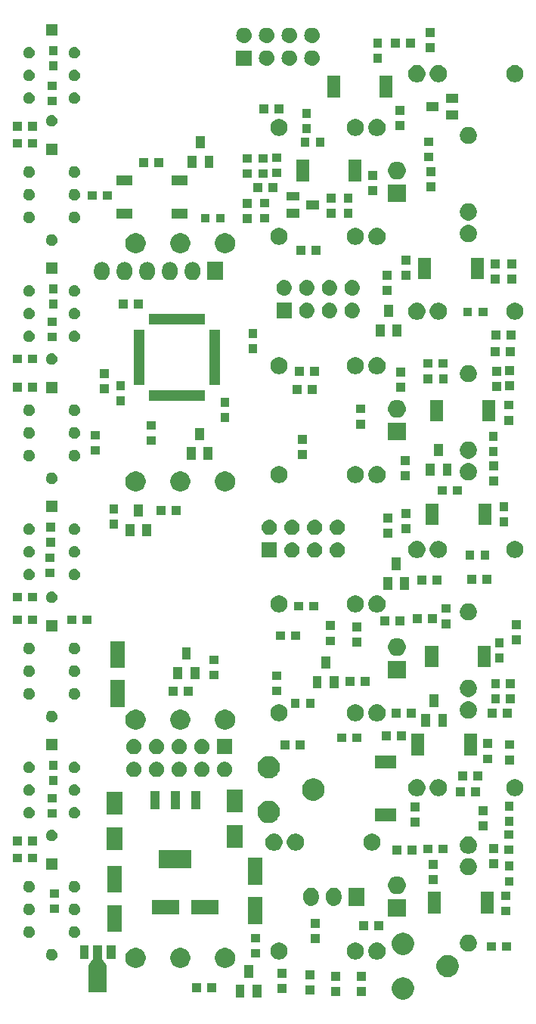
<source format=gbr>
G04 #@! TF.GenerationSoftware,KiCad,Pcbnew,(6.0.0-rc1-dev-1542-gf9f87b3ff-dirty)*
G04 #@! TF.CreationDate,2019-02-04T09:30:53-08:00
G04 #@! TF.ProjectId,qplfo_v22,71706c66-6f5f-4763-9232-2e6b69636164,rev?*
G04 #@! TF.SameCoordinates,PX1329208PY7e341b0*
G04 #@! TF.FileFunction,Soldermask,Top*
G04 #@! TF.FilePolarity,Negative*
%FSLAX46Y46*%
G04 Gerber Fmt 4.6, Leading zero omitted, Abs format (unit mm)*
G04 Created by KiCad (PCBNEW (6.0.0-rc1-dev-1542-gf9f87b3ff-dirty)) date Monday, 04 February 2019 at 09:30:53*
%MOMM*%
%LPD*%
G04 APERTURE LIST*
%ADD10C,0.025400*%
G04 APERTURE END LIST*
D10*
G36*
X45492718Y3121936D02*
G01*
X45720146Y3027732D01*
X45924825Y2890970D01*
X46098890Y2716905D01*
X46235652Y2512226D01*
X46329856Y2284798D01*
X46377880Y2043363D01*
X46377880Y1797197D01*
X46329856Y1555762D01*
X46235652Y1328334D01*
X46098890Y1123655D01*
X45924825Y949590D01*
X45720146Y812828D01*
X45492718Y718624D01*
X45251283Y670600D01*
X45005117Y670600D01*
X44763682Y718624D01*
X44536254Y812828D01*
X44331575Y949590D01*
X44157510Y1123655D01*
X44020748Y1328334D01*
X43926544Y1555762D01*
X43878520Y1797197D01*
X43878520Y2043363D01*
X43926544Y2284798D01*
X44020748Y2512226D01*
X44157510Y2716905D01*
X44331575Y2890970D01*
X44536254Y3027732D01*
X44763682Y3121936D01*
X45005117Y3169960D01*
X45251283Y3169960D01*
X45492718Y3121936D01*
X45492718Y3121936D01*
G37*
G36*
X29288400Y910000D02*
G01*
X28288400Y910000D01*
X28288400Y2310000D01*
X29288400Y2310000D01*
X29288400Y910000D01*
X29288400Y910000D01*
G37*
G36*
X27388400Y910000D02*
G01*
X26388400Y910000D01*
X26388400Y2310000D01*
X27388400Y2310000D01*
X27388400Y910000D01*
X27388400Y910000D01*
G37*
G36*
X40974900Y1050000D02*
G01*
X39974900Y1050000D01*
X39974900Y2050000D01*
X40974900Y2050000D01*
X40974900Y1050000D01*
X40974900Y1050000D01*
G37*
G36*
X38079300Y1076000D02*
G01*
X37079300Y1076000D01*
X37079300Y2076000D01*
X38079300Y2076000D01*
X38079300Y1076000D01*
X38079300Y1076000D01*
G37*
G36*
X35209100Y1228000D02*
G01*
X34209100Y1228000D01*
X34209100Y2228000D01*
X35209100Y2228000D01*
X35209100Y1228000D01*
X35209100Y1228000D01*
G37*
G36*
X32084900Y1380000D02*
G01*
X31084900Y1380000D01*
X31084900Y2380000D01*
X32084900Y2380000D01*
X32084900Y1380000D01*
X32084900Y1380000D01*
G37*
G36*
X24209100Y1519000D02*
G01*
X23209100Y1519000D01*
X23209100Y2519000D01*
X24209100Y2519000D01*
X24209100Y1519000D01*
X24209100Y1519000D01*
G37*
G36*
X22509100Y1519000D02*
G01*
X21509100Y1519000D01*
X21509100Y2519000D01*
X22509100Y2519000D01*
X22509100Y1519000D01*
X22509100Y1519000D01*
G37*
G36*
X11447780Y5283850D02*
G01*
X11450182Y5259464D01*
X11457295Y5236015D01*
X11468828Y5214431D01*
X11894082Y4577631D01*
X11909622Y4558685D01*
X11928560Y4543135D01*
X11947215Y4533158D01*
X11949292Y4512067D01*
X11956405Y4488618D01*
X11967938Y4467034D01*
X11977496Y4452721D01*
X11967956Y4441096D01*
X11956405Y4419485D01*
X11949292Y4396036D01*
X11946890Y4371650D01*
X11946890Y1522310D01*
X9947910Y1522310D01*
X9947910Y4371650D01*
X9945508Y4396036D01*
X9938395Y4419485D01*
X9926844Y4441096D01*
X9917304Y4452721D01*
X9926862Y4467034D01*
X9938408Y4488648D01*
X9945515Y4512099D01*
X9947586Y4533161D01*
X9966212Y4543116D01*
X9985154Y4558662D01*
X10000718Y4577631D01*
X10425972Y5214431D01*
X10437518Y5236045D01*
X10444625Y5259496D01*
X10447020Y5283850D01*
X10447020Y6724230D01*
X11447780Y6724230D01*
X11447780Y5283850D01*
X11447780Y5283850D01*
G37*
G36*
X40974900Y2750000D02*
G01*
X39974900Y2750000D01*
X39974900Y3750000D01*
X40974900Y3750000D01*
X40974900Y2750000D01*
X40974900Y2750000D01*
G37*
G36*
X38079300Y2776000D02*
G01*
X37079300Y2776000D01*
X37079300Y3776000D01*
X38079300Y3776000D01*
X38079300Y2776000D01*
X38079300Y2776000D01*
G37*
G36*
X35209100Y2928000D02*
G01*
X34209100Y2928000D01*
X34209100Y3928000D01*
X35209100Y3928000D01*
X35209100Y2928000D01*
X35209100Y2928000D01*
G37*
G36*
X32084900Y3080000D02*
G01*
X31084900Y3080000D01*
X31084900Y4080000D01*
X32084900Y4080000D01*
X32084900Y3080000D01*
X32084900Y3080000D01*
G37*
G36*
X28338400Y3110000D02*
G01*
X27338400Y3110000D01*
X27338400Y4510000D01*
X28338400Y4510000D01*
X28338400Y3110000D01*
X28338400Y3110000D01*
G37*
G36*
X50491438Y5621296D02*
G01*
X50718866Y5527092D01*
X50923545Y5390330D01*
X51097610Y5216265D01*
X51234372Y5011586D01*
X51328576Y4784158D01*
X51376600Y4542723D01*
X51376600Y4296557D01*
X51328576Y4055122D01*
X51234372Y3827694D01*
X51097610Y3623015D01*
X50923545Y3448950D01*
X50718866Y3312188D01*
X50491438Y3217984D01*
X50250003Y3169960D01*
X50003837Y3169960D01*
X49762402Y3217984D01*
X49534974Y3312188D01*
X49330295Y3448950D01*
X49156230Y3623015D01*
X49019468Y3827694D01*
X48925264Y4055122D01*
X48877240Y4296557D01*
X48877240Y4542723D01*
X48925264Y4784158D01*
X49019468Y5011586D01*
X49156230Y5216265D01*
X49330295Y5390330D01*
X49534974Y5527092D01*
X49762402Y5621296D01*
X50003837Y5669320D01*
X50250003Y5669320D01*
X50491438Y5621296D01*
X50491438Y5621296D01*
G37*
G36*
X15526401Y6433075D02*
G01*
X15734413Y6346914D01*
X15921623Y6221824D01*
X16080824Y6062623D01*
X16205914Y5875413D01*
X16292075Y5667401D01*
X16336000Y5446576D01*
X16336000Y5221424D01*
X16292075Y5000599D01*
X16205914Y4792587D01*
X16080824Y4605377D01*
X15921623Y4446176D01*
X15734413Y4321086D01*
X15526401Y4234925D01*
X15305576Y4191000D01*
X15080424Y4191000D01*
X14859599Y4234925D01*
X14651587Y4321086D01*
X14464377Y4446176D01*
X14305176Y4605377D01*
X14180086Y4792587D01*
X14093925Y5000599D01*
X14050000Y5221424D01*
X14050000Y5446576D01*
X14093925Y5667401D01*
X14180086Y5875413D01*
X14305176Y6062623D01*
X14464377Y6221824D01*
X14651587Y6346914D01*
X14859599Y6433075D01*
X15080424Y6477000D01*
X15305576Y6477000D01*
X15526401Y6433075D01*
X15526401Y6433075D01*
G37*
G36*
X20526401Y6433075D02*
G01*
X20734413Y6346914D01*
X20921623Y6221824D01*
X21080824Y6062623D01*
X21205914Y5875413D01*
X21292075Y5667401D01*
X21336000Y5446576D01*
X21336000Y5221424D01*
X21292075Y5000599D01*
X21205914Y4792587D01*
X21080824Y4605377D01*
X20921623Y4446176D01*
X20734413Y4321086D01*
X20526401Y4234925D01*
X20305576Y4191000D01*
X20080424Y4191000D01*
X19859599Y4234925D01*
X19651587Y4321086D01*
X19464377Y4446176D01*
X19305176Y4605377D01*
X19180086Y4792587D01*
X19093925Y5000599D01*
X19050000Y5221424D01*
X19050000Y5446576D01*
X19093925Y5667401D01*
X19180086Y5875413D01*
X19305176Y6062623D01*
X19464377Y6221824D01*
X19651587Y6346914D01*
X19859599Y6433075D01*
X20080424Y6477000D01*
X20305576Y6477000D01*
X20526401Y6433075D01*
X20526401Y6433075D01*
G37*
G36*
X25526401Y6433075D02*
G01*
X25734413Y6346914D01*
X25921623Y6221824D01*
X26080824Y6062623D01*
X26205914Y5875413D01*
X26292075Y5667401D01*
X26336000Y5446576D01*
X26336000Y5221424D01*
X26292075Y5000599D01*
X26205914Y4792587D01*
X26080824Y4605377D01*
X25921623Y4446176D01*
X25734413Y4321086D01*
X25526401Y4234925D01*
X25305576Y4191000D01*
X25080424Y4191000D01*
X24859599Y4234925D01*
X24651587Y4321086D01*
X24464377Y4446176D01*
X24305176Y4605377D01*
X24180086Y4792587D01*
X24093925Y5000599D01*
X24050000Y5221424D01*
X24050000Y5446576D01*
X24093925Y5667401D01*
X24180086Y5875413D01*
X24305176Y6062623D01*
X24464377Y6221824D01*
X24651587Y6346914D01*
X24859599Y6433075D01*
X25080424Y6477000D01*
X25305576Y6477000D01*
X25526401Y6433075D01*
X25526401Y6433075D01*
G37*
G36*
X5981965Y6318867D02*
G01*
X6100982Y6269569D01*
X6208104Y6197992D01*
X6299192Y6106904D01*
X6299194Y6106901D01*
X6299195Y6106900D01*
X6328780Y6062623D01*
X6370769Y5999782D01*
X6420067Y5880765D01*
X6445200Y5754413D01*
X6445200Y5625587D01*
X6420067Y5499235D01*
X6370769Y5380218D01*
X6370767Y5380215D01*
X6345233Y5342000D01*
X6299192Y5273096D01*
X6208104Y5182008D01*
X6100982Y5110431D01*
X5981965Y5061133D01*
X5855613Y5036000D01*
X5726787Y5036000D01*
X5600435Y5061133D01*
X5481418Y5110431D01*
X5374296Y5182008D01*
X5283208Y5273096D01*
X5237168Y5342000D01*
X5211633Y5380215D01*
X5211631Y5380218D01*
X5162333Y5499235D01*
X5137200Y5625587D01*
X5137200Y5754413D01*
X5162333Y5880765D01*
X5211631Y5999782D01*
X5253620Y6062623D01*
X5283205Y6106900D01*
X5283206Y6106901D01*
X5283208Y6106904D01*
X5374296Y6197992D01*
X5481418Y6269569D01*
X5600435Y6318867D01*
X5726787Y6344000D01*
X5855613Y6344000D01*
X5981965Y6318867D01*
X5981965Y6318867D01*
G37*
G36*
X31523538Y7024108D02*
G01*
X31699193Y6951350D01*
X31857282Y6845718D01*
X31991718Y6711282D01*
X32097350Y6553193D01*
X32170108Y6377538D01*
X32207200Y6191065D01*
X32207200Y6000935D01*
X32170108Y5814462D01*
X32097350Y5638807D01*
X31991718Y5480718D01*
X31857282Y5346282D01*
X31699193Y5240650D01*
X31523538Y5167892D01*
X31337065Y5130800D01*
X31146935Y5130800D01*
X30960462Y5167892D01*
X30784807Y5240650D01*
X30626718Y5346282D01*
X30492282Y5480718D01*
X30386650Y5638807D01*
X30313892Y5814462D01*
X30276800Y6000935D01*
X30276800Y6191065D01*
X30313892Y6377538D01*
X30386650Y6553193D01*
X30492282Y6711282D01*
X30626718Y6845718D01*
X30784807Y6951350D01*
X30960462Y7024108D01*
X31146935Y7061200D01*
X31337065Y7061200D01*
X31523538Y7024108D01*
X31523538Y7024108D01*
G37*
G36*
X40083338Y7024108D02*
G01*
X40258993Y6951350D01*
X40417082Y6845718D01*
X40551518Y6711282D01*
X40657150Y6553193D01*
X40729908Y6377538D01*
X40767000Y6191065D01*
X40767000Y6000935D01*
X40729908Y5814462D01*
X40657150Y5638807D01*
X40551518Y5480718D01*
X40417082Y5346282D01*
X40258993Y5240650D01*
X40083338Y5167892D01*
X39896865Y5130800D01*
X39706735Y5130800D01*
X39520262Y5167892D01*
X39344607Y5240650D01*
X39186518Y5346282D01*
X39052082Y5480718D01*
X38946450Y5638807D01*
X38873692Y5814462D01*
X38836600Y6000935D01*
X38836600Y6191065D01*
X38873692Y6377538D01*
X38946450Y6553193D01*
X39052082Y6711282D01*
X39186518Y6845718D01*
X39344607Y6951350D01*
X39520262Y7024108D01*
X39706735Y7061200D01*
X39896865Y7061200D01*
X40083338Y7024108D01*
X40083338Y7024108D01*
G37*
G36*
X42496338Y7024108D02*
G01*
X42671993Y6951350D01*
X42830082Y6845718D01*
X42964518Y6711282D01*
X43070150Y6553193D01*
X43142908Y6377538D01*
X43180000Y6191065D01*
X43180000Y6000935D01*
X43142908Y5814462D01*
X43070150Y5638807D01*
X42964518Y5480718D01*
X42830082Y5346282D01*
X42671993Y5240650D01*
X42496338Y5167892D01*
X42309865Y5130800D01*
X42119735Y5130800D01*
X41933262Y5167892D01*
X41757607Y5240650D01*
X41599518Y5346282D01*
X41465082Y5480718D01*
X41359450Y5638807D01*
X41286692Y5814462D01*
X41249600Y6000935D01*
X41249600Y6191065D01*
X41286692Y6377538D01*
X41359450Y6553193D01*
X41465082Y6711282D01*
X41599518Y6845718D01*
X41757607Y6951350D01*
X41933262Y7024108D01*
X42119735Y7061200D01*
X42309865Y7061200D01*
X42496338Y7024108D01*
X42496338Y7024108D01*
G37*
G36*
X9946640Y5223090D02*
G01*
X8945880Y5223090D01*
X8945880Y6724230D01*
X9946640Y6724230D01*
X9946640Y5223090D01*
X9946640Y5223090D01*
G37*
G36*
X12948920Y5223090D02*
G01*
X11948160Y5223090D01*
X11948160Y6724230D01*
X12948920Y6724230D01*
X12948920Y5223090D01*
X12948920Y5223090D01*
G37*
G36*
X29151200Y5342000D02*
G01*
X28151200Y5342000D01*
X28151200Y6342000D01*
X29151200Y6342000D01*
X29151200Y5342000D01*
X29151200Y5342000D01*
G37*
G36*
X45492718Y8120656D02*
G01*
X45720146Y8026452D01*
X45924825Y7889690D01*
X46098890Y7715625D01*
X46235652Y7510946D01*
X46329856Y7283518D01*
X46377880Y7042083D01*
X46377880Y6795917D01*
X46329856Y6554482D01*
X46235652Y6327054D01*
X46098890Y6122375D01*
X45924825Y5948310D01*
X45720146Y5811548D01*
X45492718Y5717344D01*
X45251283Y5669320D01*
X45005117Y5669320D01*
X44763682Y5717344D01*
X44536254Y5811548D01*
X44331575Y5948310D01*
X44157510Y6122375D01*
X44020748Y6327054D01*
X43926544Y6554482D01*
X43878520Y6795917D01*
X43878520Y7042083D01*
X43926544Y7283518D01*
X44020748Y7510946D01*
X44157510Y7715625D01*
X44331575Y7889690D01*
X44536254Y8026452D01*
X44763682Y8120656D01*
X45005117Y8168680D01*
X45251283Y8168680D01*
X45492718Y8120656D01*
X45492718Y8120656D01*
G37*
G36*
X52732538Y7913108D02*
G01*
X52908193Y7840350D01*
X53066282Y7734718D01*
X53200718Y7600282D01*
X53306350Y7442193D01*
X53379108Y7266538D01*
X53416200Y7080065D01*
X53416200Y6889935D01*
X53379108Y6703462D01*
X53306350Y6527807D01*
X53200718Y6369718D01*
X53066282Y6235282D01*
X52908193Y6129650D01*
X52732538Y6056892D01*
X52546065Y6019800D01*
X52355935Y6019800D01*
X52169462Y6056892D01*
X51993807Y6129650D01*
X51835718Y6235282D01*
X51701282Y6369718D01*
X51595650Y6527807D01*
X51522892Y6703462D01*
X51485800Y6889935D01*
X51485800Y7080065D01*
X51522892Y7266538D01*
X51595650Y7442193D01*
X51701282Y7600282D01*
X51835718Y7734718D01*
X51993807Y7840350D01*
X52169462Y7913108D01*
X52355935Y7950200D01*
X52546065Y7950200D01*
X52732538Y7913108D01*
X52732538Y7913108D01*
G37*
G36*
X55555400Y6104000D02*
G01*
X54555400Y6104000D01*
X54555400Y7104000D01*
X55555400Y7104000D01*
X55555400Y6104000D01*
X55555400Y6104000D01*
G37*
G36*
X57255400Y6104000D02*
G01*
X56255400Y6104000D01*
X56255400Y7104000D01*
X57255400Y7104000D01*
X57255400Y6104000D01*
X57255400Y6104000D01*
G37*
G36*
X35806000Y7006600D02*
G01*
X34806000Y7006600D01*
X34806000Y8006600D01*
X35806000Y8006600D01*
X35806000Y7006600D01*
X35806000Y7006600D01*
G37*
G36*
X29151200Y7042000D02*
G01*
X28151200Y7042000D01*
X28151200Y8042000D01*
X29151200Y8042000D01*
X29151200Y7042000D01*
X29151200Y7042000D01*
G37*
G36*
X8521965Y8858867D02*
G01*
X8640982Y8809569D01*
X8748104Y8737992D01*
X8839192Y8646904D01*
X8910769Y8539782D01*
X8960067Y8420765D01*
X8985200Y8294413D01*
X8985200Y8165587D01*
X8960067Y8039235D01*
X8910769Y7920218D01*
X8839192Y7813096D01*
X8748104Y7722008D01*
X8748101Y7722006D01*
X8748100Y7722005D01*
X8640985Y7650433D01*
X8640982Y7650431D01*
X8521965Y7601133D01*
X8395613Y7576000D01*
X8266787Y7576000D01*
X8140435Y7601133D01*
X8021418Y7650431D01*
X8021415Y7650433D01*
X7914300Y7722005D01*
X7914299Y7722006D01*
X7914296Y7722008D01*
X7823208Y7813096D01*
X7751631Y7920218D01*
X7702333Y8039235D01*
X7677200Y8165587D01*
X7677200Y8294413D01*
X7702333Y8420765D01*
X7751631Y8539782D01*
X7823208Y8646904D01*
X7914296Y8737992D01*
X8021418Y8809569D01*
X8140435Y8858867D01*
X8266787Y8884000D01*
X8395613Y8884000D01*
X8521965Y8858867D01*
X8521965Y8858867D01*
G37*
G36*
X3441965Y8858867D02*
G01*
X3560982Y8809569D01*
X3668104Y8737992D01*
X3759192Y8646904D01*
X3830769Y8539782D01*
X3880067Y8420765D01*
X3905200Y8294413D01*
X3905200Y8165587D01*
X3880067Y8039235D01*
X3830769Y7920218D01*
X3759192Y7813096D01*
X3668104Y7722008D01*
X3668101Y7722006D01*
X3668100Y7722005D01*
X3560985Y7650433D01*
X3560982Y7650431D01*
X3441965Y7601133D01*
X3315613Y7576000D01*
X3186787Y7576000D01*
X3060435Y7601133D01*
X2941418Y7650431D01*
X2941415Y7650433D01*
X2834300Y7722005D01*
X2834299Y7722006D01*
X2834296Y7722008D01*
X2743208Y7813096D01*
X2671631Y7920218D01*
X2622333Y8039235D01*
X2597200Y8165587D01*
X2597200Y8294413D01*
X2622333Y8420765D01*
X2671631Y8539782D01*
X2743208Y8646904D01*
X2834296Y8737992D01*
X2941418Y8809569D01*
X3060435Y8858867D01*
X3186787Y8884000D01*
X3315613Y8884000D01*
X3441965Y8858867D01*
X3441965Y8858867D01*
G37*
G36*
X13652500Y8225490D02*
G01*
X12052300Y8225490D01*
X12052300Y11225230D01*
X13652500Y11225230D01*
X13652500Y8225490D01*
X13652500Y8225490D01*
G37*
G36*
X41192600Y8454000D02*
G01*
X40192600Y8454000D01*
X40192600Y9454000D01*
X41192600Y9454000D01*
X41192600Y8454000D01*
X41192600Y8454000D01*
G37*
G36*
X42892600Y8454000D02*
G01*
X41892600Y8454000D01*
X41892600Y9454000D01*
X42892600Y9454000D01*
X42892600Y8454000D01*
X42892600Y8454000D01*
G37*
G36*
X35806000Y8706600D02*
G01*
X34806000Y8706600D01*
X34806000Y9706600D01*
X35806000Y9706600D01*
X35806000Y8706600D01*
X35806000Y8706600D01*
G37*
G36*
X29349700Y9127490D02*
G01*
X27749500Y9127490D01*
X27749500Y12127230D01*
X29349700Y12127230D01*
X29349700Y9127490D01*
X29349700Y9127490D01*
G37*
G36*
X45450000Y9922000D02*
G01*
X43450000Y9922000D01*
X43450000Y11922000D01*
X45450000Y11922000D01*
X45450000Y9922000D01*
X45450000Y9922000D01*
G37*
G36*
X57142000Y10080000D02*
G01*
X56142000Y10080000D01*
X56142000Y11080000D01*
X57142000Y11080000D01*
X57142000Y10080000D01*
X57142000Y10080000D01*
G37*
G36*
X3441965Y11398867D02*
G01*
X3560982Y11349569D01*
X3668104Y11277992D01*
X3759192Y11186904D01*
X3830769Y11079782D01*
X3880067Y10960765D01*
X3905200Y10834413D01*
X3905200Y10705587D01*
X3880067Y10579235D01*
X3830769Y10460218D01*
X3759192Y10353096D01*
X3668104Y10262008D01*
X3560982Y10190431D01*
X3441965Y10141133D01*
X3315613Y10116000D01*
X3186787Y10116000D01*
X3060435Y10141133D01*
X2941418Y10190431D01*
X2834296Y10262008D01*
X2743208Y10353096D01*
X2671631Y10460218D01*
X2622333Y10579235D01*
X2597200Y10705587D01*
X2597200Y10834413D01*
X2622333Y10960765D01*
X2671631Y11079782D01*
X2743208Y11186904D01*
X2834296Y11277992D01*
X2941418Y11349569D01*
X3060435Y11398867D01*
X3186787Y11424000D01*
X3315613Y11424000D01*
X3441965Y11398867D01*
X3441965Y11398867D01*
G37*
G36*
X8521965Y11398867D02*
G01*
X8640982Y11349569D01*
X8748104Y11277992D01*
X8839192Y11186904D01*
X8910769Y11079782D01*
X8960067Y10960765D01*
X8985200Y10834413D01*
X8985200Y10705587D01*
X8960067Y10579235D01*
X8910769Y10460218D01*
X8839192Y10353096D01*
X8748104Y10262008D01*
X8640982Y10190431D01*
X8521965Y10141133D01*
X8395613Y10116000D01*
X8266787Y10116000D01*
X8140435Y10141133D01*
X8021418Y10190431D01*
X7914296Y10262008D01*
X7823208Y10353096D01*
X7751631Y10460218D01*
X7702333Y10579235D01*
X7677200Y10705587D01*
X7677200Y10834413D01*
X7702333Y10960765D01*
X7751631Y11079782D01*
X7823208Y11186904D01*
X7914296Y11277992D01*
X8021418Y11349569D01*
X8140435Y11398867D01*
X8266787Y11424000D01*
X8395613Y11424000D01*
X8521965Y11398867D01*
X8521965Y11398867D01*
G37*
G36*
X20041830Y10210900D02*
G01*
X17042090Y10210900D01*
X17042090Y11811100D01*
X20041830Y11811100D01*
X20041830Y10210900D01*
X20041830Y10210900D01*
G37*
G36*
X24441110Y10210900D02*
G01*
X21441370Y10210900D01*
X21441370Y11811100D01*
X24441110Y11811100D01*
X24441110Y10210900D01*
X24441110Y10210900D01*
G37*
G36*
X49362400Y10306000D02*
G01*
X47912400Y10306000D01*
X47912400Y12706000D01*
X49362400Y12706000D01*
X49362400Y10306000D01*
X49362400Y10306000D01*
G37*
G36*
X55262400Y10306000D02*
G01*
X53812400Y10306000D01*
X53812400Y12706000D01*
X55262400Y12706000D01*
X55262400Y10306000D01*
X55262400Y10306000D01*
G37*
G36*
X6596000Y10334000D02*
G01*
X5596000Y10334000D01*
X5596000Y11334000D01*
X6596000Y11334000D01*
X6596000Y10334000D01*
X6596000Y10334000D01*
G37*
G36*
X34878520Y13195000D02*
G01*
X35005395Y13182504D01*
X35125827Y13145971D01*
X35168188Y13133121D01*
X35318212Y13052932D01*
X35449712Y12945012D01*
X35557632Y12813512D01*
X35637821Y12663488D01*
X35637822Y12663484D01*
X35687204Y12500694D01*
X35699700Y12373819D01*
X35699700Y11984180D01*
X35687204Y11857305D01*
X35650671Y11736873D01*
X35637821Y11694512D01*
X35557632Y11544488D01*
X35449712Y11412988D01*
X35318212Y11305068D01*
X35168187Y11224879D01*
X35125826Y11212029D01*
X35005394Y11175496D01*
X34836100Y11158822D01*
X34836099Y11158822D01*
X34779668Y11164380D01*
X34666805Y11175496D01*
X34546373Y11212029D01*
X34504012Y11224879D01*
X34353988Y11305068D01*
X34222488Y11412988D01*
X34114568Y11544488D01*
X34034379Y11694513D01*
X33999013Y11811100D01*
X33984996Y11857306D01*
X33972500Y11984181D01*
X33972500Y12373820D01*
X33984996Y12500695D01*
X34034378Y12663484D01*
X34034379Y12663488D01*
X34114567Y12813509D01*
X34114569Y12813512D01*
X34222488Y12945012D01*
X34275262Y12988322D01*
X34353989Y13052932D01*
X34504013Y13133121D01*
X34546374Y13145971D01*
X34666806Y13182504D01*
X34836100Y13199178D01*
X34836101Y13199178D01*
X34878520Y13195000D01*
X34878520Y13195000D01*
G37*
G36*
X37418520Y13195000D02*
G01*
X37545395Y13182504D01*
X37665827Y13145971D01*
X37708188Y13133121D01*
X37858212Y13052932D01*
X37989712Y12945012D01*
X38097632Y12813512D01*
X38177821Y12663488D01*
X38177822Y12663484D01*
X38227204Y12500694D01*
X38239700Y12373819D01*
X38239700Y11984180D01*
X38227204Y11857305D01*
X38190671Y11736873D01*
X38177821Y11694512D01*
X38097632Y11544488D01*
X37989712Y11412988D01*
X37858212Y11305068D01*
X37708187Y11224879D01*
X37665826Y11212029D01*
X37545394Y11175496D01*
X37376100Y11158822D01*
X37376099Y11158822D01*
X37319668Y11164380D01*
X37206805Y11175496D01*
X37086373Y11212029D01*
X37044012Y11224879D01*
X36893988Y11305068D01*
X36762488Y11412988D01*
X36654568Y11544488D01*
X36574379Y11694513D01*
X36539013Y11811100D01*
X36524996Y11857306D01*
X36512500Y11984181D01*
X36512500Y12373820D01*
X36524996Y12500695D01*
X36574378Y12663484D01*
X36574379Y12663488D01*
X36654567Y12813509D01*
X36654569Y12813512D01*
X36762488Y12945012D01*
X36815262Y12988322D01*
X36893989Y13052932D01*
X37044013Y13133121D01*
X37086374Y13145971D01*
X37206806Y13182504D01*
X37376100Y13199178D01*
X37376101Y13199178D01*
X37418520Y13195000D01*
X37418520Y13195000D01*
G37*
G36*
X40779700Y11163000D02*
G01*
X39052500Y11163000D01*
X39052500Y13195000D01*
X40779700Y13195000D01*
X40779700Y11163000D01*
X40779700Y11163000D01*
G37*
G36*
X57142000Y11780000D02*
G01*
X56142000Y11780000D01*
X56142000Y12780000D01*
X57142000Y12780000D01*
X57142000Y11780000D01*
X57142000Y11780000D01*
G37*
G36*
X6596000Y12034000D02*
G01*
X5596000Y12034000D01*
X5596000Y13034000D01*
X6596000Y13034000D01*
X6596000Y12034000D01*
X6596000Y12034000D01*
G37*
G36*
X44625770Y14446628D02*
G01*
X44741689Y14423571D01*
X44923678Y14348189D01*
X45087463Y14238751D01*
X45226751Y14099463D01*
X45336189Y13935678D01*
X45411571Y13753689D01*
X45434628Y13637770D01*
X45438207Y13619782D01*
X45450000Y13560491D01*
X45450000Y13363509D01*
X45411571Y13170311D01*
X45336189Y12988322D01*
X45226751Y12824537D01*
X45087463Y12685249D01*
X44923678Y12575811D01*
X44741689Y12500429D01*
X44625770Y12477372D01*
X44548493Y12462000D01*
X44351507Y12462000D01*
X44274230Y12477372D01*
X44158311Y12500429D01*
X43976322Y12575811D01*
X43812537Y12685249D01*
X43673249Y12824537D01*
X43563811Y12988322D01*
X43488429Y13170311D01*
X43450000Y13363509D01*
X43450000Y13560491D01*
X43461794Y13619782D01*
X43465372Y13637770D01*
X43488429Y13753689D01*
X43563811Y13935678D01*
X43673249Y14099463D01*
X43812537Y14238751D01*
X43976322Y14348189D01*
X44158311Y14423571D01*
X44274230Y14446628D01*
X44351507Y14462000D01*
X44548493Y14462000D01*
X44625770Y14446628D01*
X44625770Y14446628D01*
G37*
G36*
X13652500Y12624770D02*
G01*
X12052300Y12624770D01*
X12052300Y15624510D01*
X13652500Y15624510D01*
X13652500Y12624770D01*
X13652500Y12624770D01*
G37*
G36*
X3441965Y13938867D02*
G01*
X3560982Y13889569D01*
X3668104Y13817992D01*
X3759192Y13726904D01*
X3830769Y13619782D01*
X3880067Y13500765D01*
X3905200Y13374413D01*
X3905200Y13245587D01*
X3880067Y13119235D01*
X3830769Y13000218D01*
X3830767Y13000215D01*
X3793882Y12945012D01*
X3759192Y12893096D01*
X3668104Y12802008D01*
X3560982Y12730431D01*
X3441965Y12681133D01*
X3315613Y12656000D01*
X3186787Y12656000D01*
X3060435Y12681133D01*
X2941418Y12730431D01*
X2834296Y12802008D01*
X2743208Y12893096D01*
X2708519Y12945012D01*
X2671633Y13000215D01*
X2671631Y13000218D01*
X2622333Y13119235D01*
X2597200Y13245587D01*
X2597200Y13374413D01*
X2622333Y13500765D01*
X2671631Y13619782D01*
X2743208Y13726904D01*
X2834296Y13817992D01*
X2941418Y13889569D01*
X3060435Y13938867D01*
X3186787Y13964000D01*
X3315613Y13964000D01*
X3441965Y13938867D01*
X3441965Y13938867D01*
G37*
G36*
X8521965Y13938867D02*
G01*
X8640982Y13889569D01*
X8748104Y13817992D01*
X8839192Y13726904D01*
X8910769Y13619782D01*
X8960067Y13500765D01*
X8985200Y13374413D01*
X8985200Y13245587D01*
X8960067Y13119235D01*
X8910769Y13000218D01*
X8910767Y13000215D01*
X8873882Y12945012D01*
X8839192Y12893096D01*
X8748104Y12802008D01*
X8640982Y12730431D01*
X8521965Y12681133D01*
X8395613Y12656000D01*
X8266787Y12656000D01*
X8140435Y12681133D01*
X8021418Y12730431D01*
X7914296Y12802008D01*
X7823208Y12893096D01*
X7788519Y12945012D01*
X7751633Y13000215D01*
X7751631Y13000218D01*
X7702333Y13119235D01*
X7677200Y13245587D01*
X7677200Y13374413D01*
X7702333Y13500765D01*
X7751631Y13619782D01*
X7823208Y13726904D01*
X7914296Y13817992D01*
X8021418Y13889569D01*
X8140435Y13938867D01*
X8266787Y13964000D01*
X8395613Y13964000D01*
X8521965Y13938867D01*
X8521965Y13938867D01*
G37*
G36*
X57523000Y13394000D02*
G01*
X56523000Y13394000D01*
X56523000Y14394000D01*
X57523000Y14394000D01*
X57523000Y13394000D01*
X57523000Y13394000D01*
G37*
G36*
X29349700Y13526770D02*
G01*
X27749500Y13526770D01*
X27749500Y16526510D01*
X29349700Y16526510D01*
X29349700Y13526770D01*
X29349700Y13526770D01*
G37*
G36*
X49014000Y13585000D02*
G01*
X48014000Y13585000D01*
X48014000Y14585000D01*
X49014000Y14585000D01*
X49014000Y13585000D01*
X49014000Y13585000D01*
G37*
G36*
X52732538Y16472908D02*
G01*
X52908193Y16400150D01*
X53066282Y16294518D01*
X53200718Y16160082D01*
X53306350Y16001993D01*
X53379108Y15826338D01*
X53416200Y15639865D01*
X53416200Y15449735D01*
X53379108Y15263262D01*
X53306350Y15087607D01*
X53200718Y14929518D01*
X53066282Y14795082D01*
X52908193Y14689450D01*
X52732538Y14616692D01*
X52546065Y14579600D01*
X52355935Y14579600D01*
X52169462Y14616692D01*
X51993807Y14689450D01*
X51835718Y14795082D01*
X51701282Y14929518D01*
X51595650Y15087607D01*
X51522892Y15263262D01*
X51485800Y15449735D01*
X51485800Y15639865D01*
X51522892Y15826338D01*
X51595650Y16001993D01*
X51701282Y16160082D01*
X51835718Y16294518D01*
X51993807Y16400150D01*
X52169462Y16472908D01*
X52355935Y16510000D01*
X52546065Y16510000D01*
X52732538Y16472908D01*
X52732538Y16472908D01*
G37*
G36*
X57523000Y15094000D02*
G01*
X56523000Y15094000D01*
X56523000Y16094000D01*
X57523000Y16094000D01*
X57523000Y15094000D01*
X57523000Y15094000D01*
G37*
G36*
X6445200Y15196000D02*
G01*
X5137200Y15196000D01*
X5137200Y16504000D01*
X6445200Y16504000D01*
X6445200Y15196000D01*
X6445200Y15196000D01*
G37*
G36*
X49014000Y15285000D02*
G01*
X48014000Y15285000D01*
X48014000Y16285000D01*
X49014000Y16285000D01*
X49014000Y15285000D01*
X49014000Y15285000D01*
G37*
G36*
X55795800Y15350000D02*
G01*
X54795800Y15350000D01*
X54795800Y16350000D01*
X55795800Y16350000D01*
X55795800Y15350000D01*
X55795800Y15350000D01*
G37*
G36*
X21437600Y15367000D02*
G01*
X17780000Y15367000D01*
X17780000Y17399000D01*
X21437600Y17399000D01*
X21437600Y15367000D01*
X21437600Y15367000D01*
G37*
G36*
X4144000Y16010000D02*
G01*
X3144000Y16010000D01*
X3144000Y17010000D01*
X4144000Y17010000D01*
X4144000Y16010000D01*
X4144000Y16010000D01*
G37*
G36*
X2444000Y16010000D02*
G01*
X1444000Y16010000D01*
X1444000Y17010000D01*
X2444000Y17010000D01*
X2444000Y16010000D01*
X2444000Y16010000D01*
G37*
G36*
X44938200Y16899000D02*
G01*
X43938200Y16899000D01*
X43938200Y17899000D01*
X44938200Y17899000D01*
X44938200Y16899000D01*
X44938200Y16899000D01*
G37*
G36*
X46638200Y16899000D02*
G01*
X45638200Y16899000D01*
X45638200Y17899000D01*
X46638200Y17899000D01*
X46638200Y16899000D01*
X46638200Y16899000D01*
G37*
G36*
X57472200Y16938000D02*
G01*
X56472200Y16938000D01*
X56472200Y17938000D01*
X57472200Y17938000D01*
X57472200Y16938000D01*
X57472200Y16938000D01*
G37*
G36*
X52732538Y18885908D02*
G01*
X52908193Y18813150D01*
X53066282Y18707518D01*
X53200718Y18573082D01*
X53306350Y18414993D01*
X53379108Y18239338D01*
X53416200Y18052865D01*
X53416200Y17862735D01*
X53379108Y17676262D01*
X53306350Y17500607D01*
X53200718Y17342518D01*
X53066282Y17208082D01*
X52908193Y17102450D01*
X52732538Y17029692D01*
X52546065Y16992600D01*
X52355935Y16992600D01*
X52169462Y17029692D01*
X51993807Y17102450D01*
X51835718Y17208082D01*
X51701282Y17342518D01*
X51595650Y17500607D01*
X51522892Y17676262D01*
X51485800Y17862735D01*
X51485800Y18052865D01*
X51522892Y18239338D01*
X51595650Y18414993D01*
X51701282Y18573082D01*
X51835718Y18707518D01*
X51993807Y18813150D01*
X52169462Y18885908D01*
X52355935Y18923000D01*
X52546065Y18923000D01*
X52732538Y18885908D01*
X52732538Y18885908D01*
G37*
G36*
X48418000Y17026000D02*
G01*
X47418000Y17026000D01*
X47418000Y18026000D01*
X48418000Y18026000D01*
X48418000Y17026000D01*
X48418000Y17026000D01*
G37*
G36*
X50118000Y17026000D02*
G01*
X49118000Y17026000D01*
X49118000Y18026000D01*
X50118000Y18026000D01*
X50118000Y17026000D01*
X50118000Y17026000D01*
G37*
G36*
X55795800Y17050000D02*
G01*
X54795800Y17050000D01*
X54795800Y18050000D01*
X55795800Y18050000D01*
X55795800Y17050000D01*
X55795800Y17050000D01*
G37*
G36*
X41937538Y19216108D02*
G01*
X42113193Y19143350D01*
X42271282Y19037718D01*
X42405718Y18903282D01*
X42511350Y18745193D01*
X42584108Y18569538D01*
X42621200Y18383065D01*
X42621200Y18192935D01*
X42584108Y18006462D01*
X42511350Y17830807D01*
X42405718Y17672718D01*
X42271282Y17538282D01*
X42113193Y17432650D01*
X41937538Y17359892D01*
X41751065Y17322800D01*
X41560935Y17322800D01*
X41374462Y17359892D01*
X41198807Y17432650D01*
X41040718Y17538282D01*
X40906282Y17672718D01*
X40800650Y17830807D01*
X40727892Y18006462D01*
X40690800Y18192935D01*
X40690800Y18383065D01*
X40727892Y18569538D01*
X40800650Y18745193D01*
X40906282Y18903282D01*
X41040718Y19037718D01*
X41198807Y19143350D01*
X41374462Y19216108D01*
X41560935Y19253200D01*
X41751065Y19253200D01*
X41937538Y19216108D01*
X41937538Y19216108D01*
G37*
G36*
X33377738Y19216108D02*
G01*
X33553393Y19143350D01*
X33711482Y19037718D01*
X33845918Y18903282D01*
X33951550Y18745193D01*
X34024308Y18569538D01*
X34061400Y18383065D01*
X34061400Y18192935D01*
X34024308Y18006462D01*
X33951550Y17830807D01*
X33845918Y17672718D01*
X33711482Y17538282D01*
X33553393Y17432650D01*
X33377738Y17359892D01*
X33191265Y17322800D01*
X33001135Y17322800D01*
X32814662Y17359892D01*
X32639007Y17432650D01*
X32480918Y17538282D01*
X32346482Y17672718D01*
X32240850Y17830807D01*
X32168092Y18006462D01*
X32131000Y18192935D01*
X32131000Y18383065D01*
X32168092Y18569538D01*
X32240850Y18745193D01*
X32346482Y18903282D01*
X32480918Y19037718D01*
X32639007Y19143350D01*
X32814662Y19216108D01*
X33001135Y19253200D01*
X33191265Y19253200D01*
X33377738Y19216108D01*
X33377738Y19216108D01*
G37*
G36*
X30964738Y19216108D02*
G01*
X31140393Y19143350D01*
X31298482Y19037718D01*
X31432918Y18903282D01*
X31538550Y18745193D01*
X31611308Y18569538D01*
X31648400Y18383065D01*
X31648400Y18192935D01*
X31611308Y18006462D01*
X31538550Y17830807D01*
X31432918Y17672718D01*
X31298482Y17538282D01*
X31140393Y17432650D01*
X30964738Y17359892D01*
X30778265Y17322800D01*
X30588135Y17322800D01*
X30401662Y17359892D01*
X30226007Y17432650D01*
X30067918Y17538282D01*
X29933482Y17672718D01*
X29827850Y17830807D01*
X29755092Y18006462D01*
X29718000Y18192935D01*
X29718000Y18383065D01*
X29755092Y18569538D01*
X29827850Y18745193D01*
X29933482Y18903282D01*
X30067918Y19037718D01*
X30226007Y19143350D01*
X30401662Y19216108D01*
X30588135Y19253200D01*
X30778265Y19253200D01*
X30964738Y19216108D01*
X30964738Y19216108D01*
G37*
G36*
X13727430Y17401340D02*
G01*
X11926570Y17401340D01*
X11926570Y19900700D01*
X13727430Y19900700D01*
X13727430Y17401340D01*
X13727430Y17401340D01*
G37*
G36*
X27214830Y17673340D02*
G01*
X25413970Y17673340D01*
X25413970Y20172700D01*
X27214830Y20172700D01*
X27214830Y17673340D01*
X27214830Y17673340D01*
G37*
G36*
X2444000Y17915000D02*
G01*
X1444000Y17915000D01*
X1444000Y18915000D01*
X2444000Y18915000D01*
X2444000Y17915000D01*
X2444000Y17915000D01*
G37*
G36*
X4144000Y17915000D02*
G01*
X3144000Y17915000D01*
X3144000Y18915000D01*
X4144000Y18915000D01*
X4144000Y17915000D01*
X4144000Y17915000D01*
G37*
G36*
X5981965Y19678867D02*
G01*
X6100982Y19629569D01*
X6208104Y19557992D01*
X6299192Y19466904D01*
X6370769Y19359782D01*
X6420067Y19240765D01*
X6445200Y19114413D01*
X6445200Y18985587D01*
X6420067Y18859235D01*
X6370769Y18740218D01*
X6370767Y18740215D01*
X6348920Y18707518D01*
X6299192Y18633096D01*
X6208104Y18542008D01*
X6100982Y18470431D01*
X5981965Y18421133D01*
X5855613Y18396000D01*
X5726787Y18396000D01*
X5600435Y18421133D01*
X5481418Y18470431D01*
X5374296Y18542008D01*
X5283208Y18633096D01*
X5233481Y18707518D01*
X5211633Y18740215D01*
X5211631Y18740218D01*
X5162333Y18859235D01*
X5137200Y18985587D01*
X5137200Y19114413D01*
X5162333Y19240765D01*
X5211631Y19359782D01*
X5283208Y19466904D01*
X5374296Y19557992D01*
X5481418Y19629569D01*
X5600435Y19678867D01*
X5726787Y19704000D01*
X5855613Y19704000D01*
X5981965Y19678867D01*
X5981965Y19678867D01*
G37*
G36*
X57472200Y18638000D02*
G01*
X56472200Y18638000D01*
X56472200Y19638000D01*
X57472200Y19638000D01*
X57472200Y18638000D01*
X57472200Y18638000D01*
G37*
G36*
X54602000Y19605000D02*
G01*
X53602000Y19605000D01*
X53602000Y20605000D01*
X54602000Y20605000D01*
X54602000Y19605000D01*
X54602000Y19605000D01*
G37*
G36*
X47007400Y20011000D02*
G01*
X46007400Y20011000D01*
X46007400Y21011000D01*
X47007400Y21011000D01*
X47007400Y20011000D01*
X47007400Y20011000D01*
G37*
G36*
X57523000Y20138000D02*
G01*
X56523000Y20138000D01*
X56523000Y21138000D01*
X57523000Y21138000D01*
X57523000Y20138000D01*
X57523000Y20138000D01*
G37*
G36*
X30455918Y22882936D02*
G01*
X30683346Y22788732D01*
X30888025Y22651970D01*
X31062090Y22477905D01*
X31198852Y22273226D01*
X31293056Y22045798D01*
X31341080Y21804363D01*
X31341080Y21558197D01*
X31293056Y21316762D01*
X31198852Y21089334D01*
X31062090Y20884655D01*
X30888025Y20710590D01*
X30683346Y20573828D01*
X30455918Y20479624D01*
X30214483Y20431600D01*
X29968317Y20431600D01*
X29726882Y20479624D01*
X29499454Y20573828D01*
X29294775Y20710590D01*
X29120710Y20884655D01*
X28983948Y21089334D01*
X28889744Y21316762D01*
X28841720Y21558197D01*
X28841720Y21804363D01*
X28889744Y22045798D01*
X28983948Y22273226D01*
X29120710Y22477905D01*
X29294775Y22651970D01*
X29499454Y22788732D01*
X29726882Y22882936D01*
X29968317Y22930960D01*
X30214483Y22930960D01*
X30455918Y22882936D01*
X30455918Y22882936D01*
G37*
G36*
X44392700Y20607000D02*
G01*
X41992700Y20607000D01*
X41992700Y22057000D01*
X44392700Y22057000D01*
X44392700Y20607000D01*
X44392700Y20607000D01*
G37*
G36*
X8521965Y22218867D02*
G01*
X8640982Y22169569D01*
X8748104Y22097992D01*
X8839192Y22006904D01*
X8839194Y22006901D01*
X8839195Y22006900D01*
X8910767Y21899785D01*
X8910769Y21899782D01*
X8960067Y21780765D01*
X8985200Y21654413D01*
X8985200Y21525587D01*
X8960067Y21399235D01*
X8910769Y21280218D01*
X8839192Y21173096D01*
X8748104Y21082008D01*
X8640982Y21010431D01*
X8521965Y20961133D01*
X8395613Y20936000D01*
X8266787Y20936000D01*
X8140435Y20961133D01*
X8021418Y21010431D01*
X7914296Y21082008D01*
X7823208Y21173096D01*
X7751631Y21280218D01*
X7702333Y21399235D01*
X7677200Y21525587D01*
X7677200Y21654413D01*
X7702333Y21780765D01*
X7751631Y21899782D01*
X7751633Y21899785D01*
X7823205Y22006900D01*
X7823206Y22006901D01*
X7823208Y22006904D01*
X7914296Y22097992D01*
X8021418Y22169569D01*
X8140435Y22218867D01*
X8266787Y22244000D01*
X8395613Y22244000D01*
X8521965Y22218867D01*
X8521965Y22218867D01*
G37*
G36*
X3441965Y22218867D02*
G01*
X3560982Y22169569D01*
X3668104Y22097992D01*
X3759192Y22006904D01*
X3759194Y22006901D01*
X3759195Y22006900D01*
X3830767Y21899785D01*
X3830769Y21899782D01*
X3880067Y21780765D01*
X3905200Y21654413D01*
X3905200Y21525587D01*
X3880067Y21399235D01*
X3830769Y21280218D01*
X3759192Y21173096D01*
X3668104Y21082008D01*
X3560982Y21010431D01*
X3441965Y20961133D01*
X3315613Y20936000D01*
X3186787Y20936000D01*
X3060435Y20961133D01*
X2941418Y21010431D01*
X2834296Y21082008D01*
X2743208Y21173096D01*
X2671631Y21280218D01*
X2622333Y21399235D01*
X2597200Y21525587D01*
X2597200Y21654413D01*
X2622333Y21780765D01*
X2671631Y21899782D01*
X2671633Y21899785D01*
X2743205Y22006900D01*
X2743206Y22006901D01*
X2743208Y22006904D01*
X2834296Y22097992D01*
X2941418Y22169569D01*
X3060435Y22218867D01*
X3186787Y22244000D01*
X3315613Y22244000D01*
X3441965Y22218867D01*
X3441965Y22218867D01*
G37*
G36*
X6342000Y21002000D02*
G01*
X5342000Y21002000D01*
X5342000Y22002000D01*
X6342000Y22002000D01*
X6342000Y21002000D01*
X6342000Y21002000D01*
G37*
G36*
X54602000Y21305000D02*
G01*
X53602000Y21305000D01*
X53602000Y22305000D01*
X54602000Y22305000D01*
X54602000Y21305000D01*
X54602000Y21305000D01*
G37*
G36*
X13727430Y21399300D02*
G01*
X11926570Y21399300D01*
X11926570Y23898660D01*
X13727430Y23898660D01*
X13727430Y21399300D01*
X13727430Y21399300D01*
G37*
G36*
X27214830Y21671300D02*
G01*
X25413970Y21671300D01*
X25413970Y24170660D01*
X27214830Y24170660D01*
X27214830Y21671300D01*
X27214830Y21671300D01*
G37*
G36*
X47007400Y21711000D02*
G01*
X46007400Y21711000D01*
X46007400Y22711000D01*
X47007400Y22711000D01*
X47007400Y21711000D01*
X47007400Y21711000D01*
G37*
G36*
X57523000Y21838000D02*
G01*
X56523000Y21838000D01*
X56523000Y22838000D01*
X57523000Y22838000D01*
X57523000Y21838000D01*
X57523000Y21838000D01*
G37*
G36*
X17830800Y21971000D02*
G01*
X16814800Y21971000D01*
X16814800Y24003000D01*
X17830800Y24003000D01*
X17830800Y21971000D01*
X17830800Y21971000D01*
G37*
G36*
X20116800Y21971000D02*
G01*
X19100800Y21971000D01*
X19100800Y24003000D01*
X20116800Y24003000D01*
X20116800Y21971000D01*
X20116800Y21971000D01*
G37*
G36*
X22402800Y21971000D02*
G01*
X21386800Y21971000D01*
X21386800Y24003000D01*
X22402800Y24003000D01*
X22402800Y21971000D01*
X22402800Y21971000D01*
G37*
G36*
X6342000Y22702000D02*
G01*
X5342000Y22702000D01*
X5342000Y23702000D01*
X6342000Y23702000D01*
X6342000Y22702000D01*
X6342000Y22702000D01*
G37*
G36*
X35454638Y25382296D02*
G01*
X35682066Y25288092D01*
X35886745Y25151330D01*
X36060810Y24977265D01*
X36197572Y24772586D01*
X36291776Y24545158D01*
X36339800Y24303723D01*
X36339800Y24057557D01*
X36291776Y23816122D01*
X36197572Y23588694D01*
X36060810Y23384015D01*
X35886745Y23209950D01*
X35682066Y23073188D01*
X35454638Y22978984D01*
X35213203Y22930960D01*
X34967037Y22930960D01*
X34725602Y22978984D01*
X34498174Y23073188D01*
X34293495Y23209950D01*
X34119430Y23384015D01*
X33982668Y23588694D01*
X33888464Y23816122D01*
X33840440Y24057557D01*
X33840440Y24303723D01*
X33888464Y24545158D01*
X33982668Y24772586D01*
X34119430Y24977265D01*
X34293495Y25151330D01*
X34498174Y25288092D01*
X34725602Y25382296D01*
X34967037Y25430320D01*
X35213203Y25430320D01*
X35454638Y25382296D01*
X35454638Y25382296D01*
G37*
G36*
X52062000Y23401000D02*
G01*
X51062000Y23401000D01*
X51062000Y24401000D01*
X52062000Y24401000D01*
X52062000Y23401000D01*
X52062000Y23401000D01*
G37*
G36*
X53762000Y23401000D02*
G01*
X52762000Y23401000D01*
X52762000Y24401000D01*
X53762000Y24401000D01*
X53762000Y23401000D01*
X53762000Y23401000D01*
G37*
G36*
X46966738Y25312108D02*
G01*
X47142393Y25239350D01*
X47300482Y25133718D01*
X47434918Y24999282D01*
X47540550Y24841193D01*
X47613308Y24665538D01*
X47650400Y24479065D01*
X47650400Y24288935D01*
X47613308Y24102462D01*
X47540550Y23926807D01*
X47434918Y23768718D01*
X47300482Y23634282D01*
X47142393Y23528650D01*
X46966738Y23455892D01*
X46780265Y23418800D01*
X46590135Y23418800D01*
X46403662Y23455892D01*
X46228007Y23528650D01*
X46069918Y23634282D01*
X45935482Y23768718D01*
X45829850Y23926807D01*
X45757092Y24102462D01*
X45720000Y24288935D01*
X45720000Y24479065D01*
X45757092Y24665538D01*
X45829850Y24841193D01*
X45935482Y24999282D01*
X46069918Y25133718D01*
X46228007Y25239350D01*
X46403662Y25312108D01*
X46590135Y25349200D01*
X46780265Y25349200D01*
X46966738Y25312108D01*
X46966738Y25312108D01*
G37*
G36*
X49379738Y25312108D02*
G01*
X49555393Y25239350D01*
X49713482Y25133718D01*
X49847918Y24999282D01*
X49953550Y24841193D01*
X50026308Y24665538D01*
X50063400Y24479065D01*
X50063400Y24288935D01*
X50026308Y24102462D01*
X49953550Y23926807D01*
X49847918Y23768718D01*
X49713482Y23634282D01*
X49555393Y23528650D01*
X49379738Y23455892D01*
X49193265Y23418800D01*
X49003135Y23418800D01*
X48816662Y23455892D01*
X48641007Y23528650D01*
X48482918Y23634282D01*
X48348482Y23768718D01*
X48242850Y23926807D01*
X48170092Y24102462D01*
X48133000Y24288935D01*
X48133000Y24479065D01*
X48170092Y24665538D01*
X48242850Y24841193D01*
X48348482Y24999282D01*
X48482918Y25133718D01*
X48641007Y25239350D01*
X48816662Y25312108D01*
X49003135Y25349200D01*
X49193265Y25349200D01*
X49379738Y25312108D01*
X49379738Y25312108D01*
G37*
G36*
X57939538Y25312108D02*
G01*
X58115193Y25239350D01*
X58273282Y25133718D01*
X58407718Y24999282D01*
X58513350Y24841193D01*
X58586108Y24665538D01*
X58623200Y24479065D01*
X58623200Y24288935D01*
X58586108Y24102462D01*
X58513350Y23926807D01*
X58407718Y23768718D01*
X58273282Y23634282D01*
X58115193Y23528650D01*
X57939538Y23455892D01*
X57753065Y23418800D01*
X57562935Y23418800D01*
X57376462Y23455892D01*
X57200807Y23528650D01*
X57042718Y23634282D01*
X56908282Y23768718D01*
X56802650Y23926807D01*
X56729892Y24102462D01*
X56692800Y24288935D01*
X56692800Y24479065D01*
X56729892Y24665538D01*
X56802650Y24841193D01*
X56908282Y24999282D01*
X57042718Y25133718D01*
X57200807Y25239350D01*
X57376462Y25312108D01*
X57562935Y25349200D01*
X57753065Y25349200D01*
X57939538Y25312108D01*
X57939538Y25312108D01*
G37*
G36*
X3441965Y24758867D02*
G01*
X3560982Y24709569D01*
X3668104Y24637992D01*
X3759192Y24546904D01*
X3759194Y24546901D01*
X3759195Y24546900D01*
X3830767Y24439785D01*
X3830769Y24439782D01*
X3880067Y24320765D01*
X3905200Y24194413D01*
X3905200Y24065587D01*
X3880067Y23939235D01*
X3830769Y23820218D01*
X3759192Y23713096D01*
X3668104Y23622008D01*
X3668101Y23622006D01*
X3668100Y23622005D01*
X3560985Y23550433D01*
X3560982Y23550431D01*
X3441965Y23501133D01*
X3315613Y23476000D01*
X3186787Y23476000D01*
X3060435Y23501133D01*
X2941418Y23550431D01*
X2941415Y23550433D01*
X2834300Y23622005D01*
X2834299Y23622006D01*
X2834296Y23622008D01*
X2743208Y23713096D01*
X2671631Y23820218D01*
X2622333Y23939235D01*
X2597200Y24065587D01*
X2597200Y24194413D01*
X2622333Y24320765D01*
X2671631Y24439782D01*
X2671633Y24439785D01*
X2743205Y24546900D01*
X2743206Y24546901D01*
X2743208Y24546904D01*
X2834296Y24637992D01*
X2941418Y24709569D01*
X3060435Y24758867D01*
X3186787Y24784000D01*
X3315613Y24784000D01*
X3441965Y24758867D01*
X3441965Y24758867D01*
G37*
G36*
X8521965Y24758867D02*
G01*
X8640982Y24709569D01*
X8748104Y24637992D01*
X8839192Y24546904D01*
X8839194Y24546901D01*
X8839195Y24546900D01*
X8910767Y24439785D01*
X8910769Y24439782D01*
X8960067Y24320765D01*
X8985200Y24194413D01*
X8985200Y24065587D01*
X8960067Y23939235D01*
X8910769Y23820218D01*
X8839192Y23713096D01*
X8748104Y23622008D01*
X8748101Y23622006D01*
X8748100Y23622005D01*
X8640985Y23550433D01*
X8640982Y23550431D01*
X8521965Y23501133D01*
X8395613Y23476000D01*
X8266787Y23476000D01*
X8140435Y23501133D01*
X8021418Y23550431D01*
X8021415Y23550433D01*
X7914300Y23622005D01*
X7914299Y23622006D01*
X7914296Y23622008D01*
X7823208Y23713096D01*
X7751631Y23820218D01*
X7702333Y23939235D01*
X7677200Y24065587D01*
X7677200Y24194413D01*
X7702333Y24320765D01*
X7751631Y24439782D01*
X7751633Y24439785D01*
X7823205Y24546900D01*
X7823206Y24546901D01*
X7823208Y24546904D01*
X7914296Y24637992D01*
X8021418Y24709569D01*
X8140435Y24758867D01*
X8266787Y24784000D01*
X8395613Y24784000D01*
X8521965Y24758867D01*
X8521965Y24758867D01*
G37*
G36*
X6469000Y24685000D02*
G01*
X5469000Y24685000D01*
X5469000Y25685000D01*
X6469000Y25685000D01*
X6469000Y24685000D01*
X6469000Y24685000D01*
G37*
G36*
X53990600Y25179000D02*
G01*
X52990600Y25179000D01*
X52990600Y26179000D01*
X53990600Y26179000D01*
X53990600Y25179000D01*
X53990600Y25179000D01*
G37*
G36*
X52290600Y25179000D02*
G01*
X51290600Y25179000D01*
X51290600Y26179000D01*
X52290600Y26179000D01*
X52290600Y25179000D01*
X52290600Y25179000D01*
G37*
G36*
X30455918Y27881656D02*
G01*
X30683346Y27787452D01*
X30888025Y27650690D01*
X31062090Y27476625D01*
X31198852Y27271946D01*
X31293056Y27044518D01*
X31341080Y26803083D01*
X31341080Y26556917D01*
X31293056Y26315482D01*
X31198852Y26088054D01*
X31062090Y25883375D01*
X30888025Y25709310D01*
X30683346Y25572548D01*
X30455918Y25478344D01*
X30214483Y25430320D01*
X29968317Y25430320D01*
X29726882Y25478344D01*
X29499454Y25572548D01*
X29294775Y25709310D01*
X29120710Y25883375D01*
X28983948Y26088054D01*
X28889744Y26315482D01*
X28841720Y26556917D01*
X28841720Y26803083D01*
X28889744Y27044518D01*
X28983948Y27271946D01*
X29120710Y27476625D01*
X29294775Y27650690D01*
X29499454Y27787452D01*
X29726882Y27881656D01*
X29968317Y27929680D01*
X30214483Y27929680D01*
X30455918Y27881656D01*
X30455918Y27881656D01*
G37*
G36*
X15070712Y27300435D02*
G01*
X15155295Y27292104D01*
X15275727Y27255571D01*
X15318088Y27242721D01*
X15468112Y27162532D01*
X15599612Y27054612D01*
X15707532Y26923112D01*
X15787721Y26773088D01*
X15787722Y26773084D01*
X15837104Y26610295D01*
X15853778Y26441000D01*
X15837104Y26271705D01*
X15800571Y26151273D01*
X15787721Y26108912D01*
X15707532Y25958888D01*
X15599612Y25827388D01*
X15468112Y25719468D01*
X15318088Y25639279D01*
X15275727Y25626429D01*
X15155295Y25589896D01*
X15070712Y25581565D01*
X15028421Y25577400D01*
X14943579Y25577400D01*
X14901288Y25581565D01*
X14816705Y25589896D01*
X14696273Y25626429D01*
X14653912Y25639279D01*
X14503888Y25719468D01*
X14372388Y25827388D01*
X14264468Y25958888D01*
X14184279Y26108912D01*
X14171429Y26151273D01*
X14134896Y26271705D01*
X14118222Y26441000D01*
X14134896Y26610295D01*
X14184278Y26773084D01*
X14184279Y26773088D01*
X14264468Y26923112D01*
X14372388Y27054612D01*
X14503888Y27162532D01*
X14653912Y27242721D01*
X14696273Y27255571D01*
X14816705Y27292104D01*
X14901288Y27300435D01*
X14943579Y27304600D01*
X15028421Y27304600D01*
X15070712Y27300435D01*
X15070712Y27300435D01*
G37*
G36*
X17610712Y27300435D02*
G01*
X17695295Y27292104D01*
X17815727Y27255571D01*
X17858088Y27242721D01*
X18008112Y27162532D01*
X18139612Y27054612D01*
X18247532Y26923112D01*
X18327721Y26773088D01*
X18327722Y26773084D01*
X18377104Y26610295D01*
X18393778Y26441000D01*
X18377104Y26271705D01*
X18340571Y26151273D01*
X18327721Y26108912D01*
X18247532Y25958888D01*
X18139612Y25827388D01*
X18008112Y25719468D01*
X17858088Y25639279D01*
X17815727Y25626429D01*
X17695295Y25589896D01*
X17610712Y25581565D01*
X17568421Y25577400D01*
X17483579Y25577400D01*
X17441288Y25581565D01*
X17356705Y25589896D01*
X17236273Y25626429D01*
X17193912Y25639279D01*
X17043888Y25719468D01*
X16912388Y25827388D01*
X16804468Y25958888D01*
X16724279Y26108912D01*
X16711429Y26151273D01*
X16674896Y26271705D01*
X16658222Y26441000D01*
X16674896Y26610295D01*
X16724278Y26773084D01*
X16724279Y26773088D01*
X16804468Y26923112D01*
X16912388Y27054612D01*
X17043888Y27162532D01*
X17193912Y27242721D01*
X17236273Y27255571D01*
X17356705Y27292104D01*
X17441288Y27300435D01*
X17483579Y27304600D01*
X17568421Y27304600D01*
X17610712Y27300435D01*
X17610712Y27300435D01*
G37*
G36*
X20150712Y27300435D02*
G01*
X20235295Y27292104D01*
X20355727Y27255571D01*
X20398088Y27242721D01*
X20548112Y27162532D01*
X20679612Y27054612D01*
X20787532Y26923112D01*
X20867721Y26773088D01*
X20867722Y26773084D01*
X20917104Y26610295D01*
X20933778Y26441000D01*
X20917104Y26271705D01*
X20880571Y26151273D01*
X20867721Y26108912D01*
X20787532Y25958888D01*
X20679612Y25827388D01*
X20548112Y25719468D01*
X20398088Y25639279D01*
X20355727Y25626429D01*
X20235295Y25589896D01*
X20150712Y25581565D01*
X20108421Y25577400D01*
X20023579Y25577400D01*
X19981288Y25581565D01*
X19896705Y25589896D01*
X19776273Y25626429D01*
X19733912Y25639279D01*
X19583888Y25719468D01*
X19452388Y25827388D01*
X19344468Y25958888D01*
X19264279Y26108912D01*
X19251429Y26151273D01*
X19214896Y26271705D01*
X19198222Y26441000D01*
X19214896Y26610295D01*
X19264278Y26773084D01*
X19264279Y26773088D01*
X19344468Y26923112D01*
X19452388Y27054612D01*
X19583888Y27162532D01*
X19733912Y27242721D01*
X19776273Y27255571D01*
X19896705Y27292104D01*
X19981288Y27300435D01*
X20023579Y27304600D01*
X20108421Y27304600D01*
X20150712Y27300435D01*
X20150712Y27300435D01*
G37*
G36*
X22690712Y27300435D02*
G01*
X22775295Y27292104D01*
X22895727Y27255571D01*
X22938088Y27242721D01*
X23088112Y27162532D01*
X23219612Y27054612D01*
X23327532Y26923112D01*
X23407721Y26773088D01*
X23407722Y26773084D01*
X23457104Y26610295D01*
X23473778Y26441000D01*
X23457104Y26271705D01*
X23420571Y26151273D01*
X23407721Y26108912D01*
X23327532Y25958888D01*
X23219612Y25827388D01*
X23088112Y25719468D01*
X22938088Y25639279D01*
X22895727Y25626429D01*
X22775295Y25589896D01*
X22690712Y25581565D01*
X22648421Y25577400D01*
X22563579Y25577400D01*
X22521288Y25581565D01*
X22436705Y25589896D01*
X22316273Y25626429D01*
X22273912Y25639279D01*
X22123888Y25719468D01*
X21992388Y25827388D01*
X21884468Y25958888D01*
X21804279Y26108912D01*
X21791429Y26151273D01*
X21754896Y26271705D01*
X21738222Y26441000D01*
X21754896Y26610295D01*
X21804278Y26773084D01*
X21804279Y26773088D01*
X21884468Y26923112D01*
X21992388Y27054612D01*
X22123888Y27162532D01*
X22273912Y27242721D01*
X22316273Y27255571D01*
X22436705Y27292104D01*
X22521288Y27300435D01*
X22563579Y27304600D01*
X22648421Y27304600D01*
X22690712Y27300435D01*
X22690712Y27300435D01*
G37*
G36*
X25230712Y27300435D02*
G01*
X25315295Y27292104D01*
X25435727Y27255571D01*
X25478088Y27242721D01*
X25628112Y27162532D01*
X25759612Y27054612D01*
X25867532Y26923112D01*
X25947721Y26773088D01*
X25947722Y26773084D01*
X25997104Y26610295D01*
X26013778Y26441000D01*
X25997104Y26271705D01*
X25960571Y26151273D01*
X25947721Y26108912D01*
X25867532Y25958888D01*
X25759612Y25827388D01*
X25628112Y25719468D01*
X25478088Y25639279D01*
X25435727Y25626429D01*
X25315295Y25589896D01*
X25230712Y25581565D01*
X25188421Y25577400D01*
X25103579Y25577400D01*
X25061288Y25581565D01*
X24976705Y25589896D01*
X24856273Y25626429D01*
X24813912Y25639279D01*
X24663888Y25719468D01*
X24532388Y25827388D01*
X24424468Y25958888D01*
X24344279Y26108912D01*
X24331429Y26151273D01*
X24294896Y26271705D01*
X24278222Y26441000D01*
X24294896Y26610295D01*
X24344278Y26773084D01*
X24344279Y26773088D01*
X24424468Y26923112D01*
X24532388Y27054612D01*
X24663888Y27162532D01*
X24813912Y27242721D01*
X24856273Y27255571D01*
X24976705Y27292104D01*
X25061288Y27300435D01*
X25103579Y27304600D01*
X25188421Y27304600D01*
X25230712Y27300435D01*
X25230712Y27300435D01*
G37*
G36*
X8521965Y27298867D02*
G01*
X8640982Y27249569D01*
X8748104Y27177992D01*
X8839192Y27086904D01*
X8910769Y26979782D01*
X8960067Y26860765D01*
X8985200Y26734413D01*
X8985200Y26605587D01*
X8960067Y26479235D01*
X8910769Y26360218D01*
X8839192Y26253096D01*
X8748104Y26162008D01*
X8640982Y26090431D01*
X8521965Y26041133D01*
X8395613Y26016000D01*
X8266787Y26016000D01*
X8140435Y26041133D01*
X8021418Y26090431D01*
X7914296Y26162008D01*
X7823208Y26253096D01*
X7751631Y26360218D01*
X7702333Y26479235D01*
X7677200Y26605587D01*
X7677200Y26734413D01*
X7702333Y26860765D01*
X7751631Y26979782D01*
X7823208Y27086904D01*
X7914296Y27177992D01*
X8021418Y27249569D01*
X8140435Y27298867D01*
X8266787Y27324000D01*
X8395613Y27324000D01*
X8521965Y27298867D01*
X8521965Y27298867D01*
G37*
G36*
X3441965Y27298867D02*
G01*
X3560982Y27249569D01*
X3668104Y27177992D01*
X3759192Y27086904D01*
X3830769Y26979782D01*
X3880067Y26860765D01*
X3905200Y26734413D01*
X3905200Y26605587D01*
X3880067Y26479235D01*
X3830769Y26360218D01*
X3759192Y26253096D01*
X3668104Y26162008D01*
X3560982Y26090431D01*
X3441965Y26041133D01*
X3315613Y26016000D01*
X3186787Y26016000D01*
X3060435Y26041133D01*
X2941418Y26090431D01*
X2834296Y26162008D01*
X2743208Y26253096D01*
X2671631Y26360218D01*
X2622333Y26479235D01*
X2597200Y26605587D01*
X2597200Y26734413D01*
X2622333Y26860765D01*
X2671631Y26979782D01*
X2743208Y27086904D01*
X2834296Y27177992D01*
X2941418Y27249569D01*
X3060435Y27298867D01*
X3186787Y27324000D01*
X3315613Y27324000D01*
X3441965Y27298867D01*
X3441965Y27298867D01*
G37*
G36*
X6469000Y26385000D02*
G01*
X5469000Y26385000D01*
X5469000Y27385000D01*
X6469000Y27385000D01*
X6469000Y26385000D01*
X6469000Y26385000D01*
G37*
G36*
X44392700Y26507000D02*
G01*
X41992700Y26507000D01*
X41992700Y27957000D01*
X44392700Y27957000D01*
X44392700Y26507000D01*
X44392700Y26507000D01*
G37*
G36*
X57548400Y27008000D02*
G01*
X56548400Y27008000D01*
X56548400Y28008000D01*
X57548400Y28008000D01*
X57548400Y27008000D01*
X57548400Y27008000D01*
G37*
G36*
X55135400Y27110000D02*
G01*
X54135400Y27110000D01*
X54135400Y28110000D01*
X55135400Y28110000D01*
X55135400Y27110000D01*
X55135400Y27110000D01*
G37*
G36*
X53433600Y28010000D02*
G01*
X51983600Y28010000D01*
X51983600Y30410000D01*
X53433600Y30410000D01*
X53433600Y28010000D01*
X53433600Y28010000D01*
G37*
G36*
X47533600Y28010000D02*
G01*
X46083600Y28010000D01*
X46083600Y30410000D01*
X47533600Y30410000D01*
X47533600Y28010000D01*
X47533600Y28010000D01*
G37*
G36*
X26009600Y28117400D02*
G01*
X24282400Y28117400D01*
X24282400Y29844600D01*
X26009600Y29844600D01*
X26009600Y28117400D01*
X26009600Y28117400D01*
G37*
G36*
X17610712Y29840435D02*
G01*
X17695295Y29832104D01*
X17768161Y29810000D01*
X17858088Y29782721D01*
X18008112Y29702532D01*
X18139612Y29594612D01*
X18247532Y29463112D01*
X18327721Y29313088D01*
X18327722Y29313084D01*
X18377104Y29150295D01*
X18393778Y28981000D01*
X18377104Y28811705D01*
X18345645Y28708000D01*
X18327721Y28648912D01*
X18247532Y28498888D01*
X18139612Y28367388D01*
X18008112Y28259468D01*
X17858088Y28179279D01*
X17815727Y28166429D01*
X17695295Y28129896D01*
X17610712Y28121565D01*
X17568421Y28117400D01*
X17483579Y28117400D01*
X17441288Y28121565D01*
X17356705Y28129896D01*
X17236273Y28166429D01*
X17193912Y28179279D01*
X17043888Y28259468D01*
X16912388Y28367388D01*
X16804468Y28498888D01*
X16724279Y28648912D01*
X16706355Y28708000D01*
X16674896Y28811705D01*
X16658222Y28981000D01*
X16674896Y29150295D01*
X16724278Y29313084D01*
X16724279Y29313088D01*
X16804468Y29463112D01*
X16912388Y29594612D01*
X17043888Y29702532D01*
X17193912Y29782721D01*
X17283839Y29810000D01*
X17356705Y29832104D01*
X17441288Y29840435D01*
X17483579Y29844600D01*
X17568421Y29844600D01*
X17610712Y29840435D01*
X17610712Y29840435D01*
G37*
G36*
X15070712Y29840435D02*
G01*
X15155295Y29832104D01*
X15228161Y29810000D01*
X15318088Y29782721D01*
X15468112Y29702532D01*
X15599612Y29594612D01*
X15707532Y29463112D01*
X15787721Y29313088D01*
X15787722Y29313084D01*
X15837104Y29150295D01*
X15853778Y28981000D01*
X15837104Y28811705D01*
X15805645Y28708000D01*
X15787721Y28648912D01*
X15707532Y28498888D01*
X15599612Y28367388D01*
X15468112Y28259468D01*
X15318088Y28179279D01*
X15275727Y28166429D01*
X15155295Y28129896D01*
X15070712Y28121565D01*
X15028421Y28117400D01*
X14943579Y28117400D01*
X14901288Y28121565D01*
X14816705Y28129896D01*
X14696273Y28166429D01*
X14653912Y28179279D01*
X14503888Y28259468D01*
X14372388Y28367388D01*
X14264468Y28498888D01*
X14184279Y28648912D01*
X14166355Y28708000D01*
X14134896Y28811705D01*
X14118222Y28981000D01*
X14134896Y29150295D01*
X14184278Y29313084D01*
X14184279Y29313088D01*
X14264468Y29463112D01*
X14372388Y29594612D01*
X14503888Y29702532D01*
X14653912Y29782721D01*
X14743839Y29810000D01*
X14816705Y29832104D01*
X14901288Y29840435D01*
X14943579Y29844600D01*
X15028421Y29844600D01*
X15070712Y29840435D01*
X15070712Y29840435D01*
G37*
G36*
X22690712Y29840435D02*
G01*
X22775295Y29832104D01*
X22848161Y29810000D01*
X22938088Y29782721D01*
X23088112Y29702532D01*
X23219612Y29594612D01*
X23327532Y29463112D01*
X23407721Y29313088D01*
X23407722Y29313084D01*
X23457104Y29150295D01*
X23473778Y28981000D01*
X23457104Y28811705D01*
X23425645Y28708000D01*
X23407721Y28648912D01*
X23327532Y28498888D01*
X23219612Y28367388D01*
X23088112Y28259468D01*
X22938088Y28179279D01*
X22895727Y28166429D01*
X22775295Y28129896D01*
X22690712Y28121565D01*
X22648421Y28117400D01*
X22563579Y28117400D01*
X22521288Y28121565D01*
X22436705Y28129896D01*
X22316273Y28166429D01*
X22273912Y28179279D01*
X22123888Y28259468D01*
X21992388Y28367388D01*
X21884468Y28498888D01*
X21804279Y28648912D01*
X21786355Y28708000D01*
X21754896Y28811705D01*
X21738222Y28981000D01*
X21754896Y29150295D01*
X21804278Y29313084D01*
X21804279Y29313088D01*
X21884468Y29463112D01*
X21992388Y29594612D01*
X22123888Y29702532D01*
X22273912Y29782721D01*
X22363839Y29810000D01*
X22436705Y29832104D01*
X22521288Y29840435D01*
X22563579Y29844600D01*
X22648421Y29844600D01*
X22690712Y29840435D01*
X22690712Y29840435D01*
G37*
G36*
X20150712Y29840435D02*
G01*
X20235295Y29832104D01*
X20308161Y29810000D01*
X20398088Y29782721D01*
X20548112Y29702532D01*
X20679612Y29594612D01*
X20787532Y29463112D01*
X20867721Y29313088D01*
X20867722Y29313084D01*
X20917104Y29150295D01*
X20933778Y28981000D01*
X20917104Y28811705D01*
X20885645Y28708000D01*
X20867721Y28648912D01*
X20787532Y28498888D01*
X20679612Y28367388D01*
X20548112Y28259468D01*
X20398088Y28179279D01*
X20355727Y28166429D01*
X20235295Y28129896D01*
X20150712Y28121565D01*
X20108421Y28117400D01*
X20023579Y28117400D01*
X19981288Y28121565D01*
X19896705Y28129896D01*
X19776273Y28166429D01*
X19733912Y28179279D01*
X19583888Y28259468D01*
X19452388Y28367388D01*
X19344468Y28498888D01*
X19264279Y28648912D01*
X19246355Y28708000D01*
X19214896Y28811705D01*
X19198222Y28981000D01*
X19214896Y29150295D01*
X19264278Y29313084D01*
X19264279Y29313088D01*
X19344468Y29463112D01*
X19452388Y29594612D01*
X19583888Y29702532D01*
X19733912Y29782721D01*
X19823839Y29810000D01*
X19896705Y29832104D01*
X19981288Y29840435D01*
X20023579Y29844600D01*
X20108421Y29844600D01*
X20150712Y29840435D01*
X20150712Y29840435D01*
G37*
G36*
X6445200Y28556000D02*
G01*
X5137200Y28556000D01*
X5137200Y29864000D01*
X6445200Y29864000D01*
X6445200Y28556000D01*
X6445200Y28556000D01*
G37*
G36*
X34104200Y28672000D02*
G01*
X33104200Y28672000D01*
X33104200Y29672000D01*
X34104200Y29672000D01*
X34104200Y28672000D01*
X34104200Y28672000D01*
G37*
G36*
X32404200Y28672000D02*
G01*
X31404200Y28672000D01*
X31404200Y29672000D01*
X32404200Y29672000D01*
X32404200Y28672000D01*
X32404200Y28672000D01*
G37*
G36*
X57548400Y28708000D02*
G01*
X56548400Y28708000D01*
X56548400Y29708000D01*
X57548400Y29708000D01*
X57548400Y28708000D01*
X57548400Y28708000D01*
G37*
G36*
X55135400Y28810000D02*
G01*
X54135400Y28810000D01*
X54135400Y29810000D01*
X55135400Y29810000D01*
X55135400Y28810000D01*
X55135400Y28810000D01*
G37*
G36*
X38766000Y29472000D02*
G01*
X37766000Y29472000D01*
X37766000Y30472000D01*
X38766000Y30472000D01*
X38766000Y29472000D01*
X38766000Y29472000D01*
G37*
G36*
X40466000Y29472000D02*
G01*
X39466000Y29472000D01*
X39466000Y30472000D01*
X40466000Y30472000D01*
X40466000Y29472000D01*
X40466000Y29472000D01*
G37*
G36*
X43732600Y29688000D02*
G01*
X42732600Y29688000D01*
X42732600Y30688000D01*
X43732600Y30688000D01*
X43732600Y29688000D01*
X43732600Y29688000D01*
G37*
G36*
X45432600Y29688000D02*
G01*
X44432600Y29688000D01*
X44432600Y30688000D01*
X45432600Y30688000D01*
X45432600Y29688000D01*
X45432600Y29688000D01*
G37*
G36*
X25526401Y33103075D02*
G01*
X25734413Y33016914D01*
X25921623Y32891824D01*
X26080824Y32732623D01*
X26205914Y32545413D01*
X26292075Y32337401D01*
X26336000Y32116576D01*
X26336000Y31891424D01*
X26292075Y31670599D01*
X26205914Y31462587D01*
X26080824Y31275377D01*
X25921623Y31116176D01*
X25734413Y30991086D01*
X25526401Y30904925D01*
X25305576Y30861000D01*
X25080424Y30861000D01*
X24859599Y30904925D01*
X24651587Y30991086D01*
X24464377Y31116176D01*
X24305176Y31275377D01*
X24180086Y31462587D01*
X24093925Y31670599D01*
X24050000Y31891424D01*
X24050000Y32116576D01*
X24093925Y32337401D01*
X24180086Y32545413D01*
X24305176Y32732623D01*
X24464377Y32891824D01*
X24651587Y33016914D01*
X24859599Y33103075D01*
X25080424Y33147000D01*
X25305576Y33147000D01*
X25526401Y33103075D01*
X25526401Y33103075D01*
G37*
G36*
X20526401Y33103075D02*
G01*
X20734413Y33016914D01*
X20921623Y32891824D01*
X21080824Y32732623D01*
X21205914Y32545413D01*
X21292075Y32337401D01*
X21336000Y32116576D01*
X21336000Y31891424D01*
X21292075Y31670599D01*
X21205914Y31462587D01*
X21080824Y31275377D01*
X20921623Y31116176D01*
X20734413Y30991086D01*
X20526401Y30904925D01*
X20305576Y30861000D01*
X20080424Y30861000D01*
X19859599Y30904925D01*
X19651587Y30991086D01*
X19464377Y31116176D01*
X19305176Y31275377D01*
X19180086Y31462587D01*
X19093925Y31670599D01*
X19050000Y31891424D01*
X19050000Y32116576D01*
X19093925Y32337401D01*
X19180086Y32545413D01*
X19305176Y32732623D01*
X19464377Y32891824D01*
X19651587Y33016914D01*
X19859599Y33103075D01*
X20080424Y33147000D01*
X20305576Y33147000D01*
X20526401Y33103075D01*
X20526401Y33103075D01*
G37*
G36*
X15526401Y33103075D02*
G01*
X15734413Y33016914D01*
X15921623Y32891824D01*
X16080824Y32732623D01*
X16205914Y32545413D01*
X16292075Y32337401D01*
X16336000Y32116576D01*
X16336000Y31891424D01*
X16292075Y31670599D01*
X16205914Y31462587D01*
X16080824Y31275377D01*
X15921623Y31116176D01*
X15734413Y30991086D01*
X15526401Y30904925D01*
X15305576Y30861000D01*
X15080424Y30861000D01*
X14859599Y30904925D01*
X14651587Y30991086D01*
X14464377Y31116176D01*
X14305176Y31275377D01*
X14180086Y31462587D01*
X14093925Y31670599D01*
X14050000Y31891424D01*
X14050000Y32116576D01*
X14093925Y32337401D01*
X14180086Y32545413D01*
X14305176Y32732623D01*
X14464377Y32891824D01*
X14651587Y33016914D01*
X14859599Y33103075D01*
X15080424Y33147000D01*
X15305576Y33147000D01*
X15526401Y33103075D01*
X15526401Y33103075D01*
G37*
G36*
X50068100Y31227800D02*
G01*
X49068100Y31227800D01*
X49068100Y32627800D01*
X50068100Y32627800D01*
X50068100Y31227800D01*
X50068100Y31227800D01*
G37*
G36*
X48168100Y31227800D02*
G01*
X47168100Y31227800D01*
X47168100Y32627800D01*
X48168100Y32627800D01*
X48168100Y31227800D01*
X48168100Y31227800D01*
G37*
G36*
X5981965Y32988867D02*
G01*
X6100982Y32939569D01*
X6208104Y32867992D01*
X6299192Y32776904D01*
X6370769Y32669782D01*
X6420067Y32550765D01*
X6445200Y32424413D01*
X6445200Y32295587D01*
X6420067Y32169235D01*
X6370769Y32050218D01*
X6299192Y31943096D01*
X6208104Y31852008D01*
X6100982Y31780431D01*
X5981965Y31731133D01*
X5855613Y31706000D01*
X5726787Y31706000D01*
X5600435Y31731133D01*
X5481418Y31780431D01*
X5374296Y31852008D01*
X5283208Y31943096D01*
X5211631Y32050218D01*
X5162333Y32169235D01*
X5137200Y32295587D01*
X5137200Y32424413D01*
X5162333Y32550765D01*
X5211631Y32669782D01*
X5283208Y32776904D01*
X5374296Y32867992D01*
X5481418Y32939569D01*
X5600435Y32988867D01*
X5726787Y33014000D01*
X5855613Y33014000D01*
X5981965Y32988867D01*
X5981965Y32988867D01*
G37*
G36*
X40083338Y33694108D02*
G01*
X40258993Y33621350D01*
X40417082Y33515718D01*
X40551518Y33381282D01*
X40657150Y33223193D01*
X40729908Y33047538D01*
X40767000Y32861065D01*
X40767000Y32670935D01*
X40729908Y32484462D01*
X40657150Y32308807D01*
X40551518Y32150718D01*
X40417082Y32016282D01*
X40258993Y31910650D01*
X40083338Y31837892D01*
X39896865Y31800800D01*
X39706735Y31800800D01*
X39520262Y31837892D01*
X39344607Y31910650D01*
X39186518Y32016282D01*
X39052082Y32150718D01*
X38946450Y32308807D01*
X38873692Y32484462D01*
X38836600Y32670935D01*
X38836600Y32861065D01*
X38873692Y33047538D01*
X38946450Y33223193D01*
X39052082Y33381282D01*
X39186518Y33515718D01*
X39344607Y33621350D01*
X39520262Y33694108D01*
X39706735Y33731200D01*
X39896865Y33731200D01*
X40083338Y33694108D01*
X40083338Y33694108D01*
G37*
G36*
X42496338Y33694108D02*
G01*
X42671993Y33621350D01*
X42830082Y33515718D01*
X42964518Y33381282D01*
X43070150Y33223193D01*
X43142908Y33047538D01*
X43180000Y32861065D01*
X43180000Y32670935D01*
X43142908Y32484462D01*
X43070150Y32308807D01*
X42964518Y32150718D01*
X42830082Y32016282D01*
X42671993Y31910650D01*
X42496338Y31837892D01*
X42309865Y31800800D01*
X42119735Y31800800D01*
X41933262Y31837892D01*
X41757607Y31910650D01*
X41599518Y32016282D01*
X41465082Y32150718D01*
X41359450Y32308807D01*
X41286692Y32484462D01*
X41249600Y32670935D01*
X41249600Y32861065D01*
X41286692Y33047538D01*
X41359450Y33223193D01*
X41465082Y33381282D01*
X41599518Y33515718D01*
X41757607Y33621350D01*
X41933262Y33694108D01*
X42119735Y33731200D01*
X42309865Y33731200D01*
X42496338Y33694108D01*
X42496338Y33694108D01*
G37*
G36*
X31523538Y33694108D02*
G01*
X31699193Y33621350D01*
X31857282Y33515718D01*
X31991718Y33381282D01*
X32097350Y33223193D01*
X32170108Y33047538D01*
X32207200Y32861065D01*
X32207200Y32670935D01*
X32170108Y32484462D01*
X32097350Y32308807D01*
X31991718Y32150718D01*
X31857282Y32016282D01*
X31699193Y31910650D01*
X31523538Y31837892D01*
X31337065Y31800800D01*
X31146935Y31800800D01*
X30960462Y31837892D01*
X30784807Y31910650D01*
X30626718Y32016282D01*
X30492282Y32150718D01*
X30386650Y32308807D01*
X30313892Y32484462D01*
X30276800Y32670935D01*
X30276800Y32861065D01*
X30313892Y33047538D01*
X30386650Y33223193D01*
X30492282Y33381282D01*
X30626718Y33515718D01*
X30784807Y33621350D01*
X30960462Y33694108D01*
X31146935Y33731200D01*
X31337065Y33731200D01*
X31523538Y33694108D01*
X31523538Y33694108D01*
G37*
G36*
X52732538Y34024308D02*
G01*
X52908193Y33951550D01*
X53066282Y33845918D01*
X53200718Y33711482D01*
X53306350Y33553393D01*
X53379108Y33377738D01*
X53416200Y33191265D01*
X53416200Y33001135D01*
X53379108Y32814662D01*
X53306350Y32639007D01*
X53200718Y32480918D01*
X53066282Y32346482D01*
X52908193Y32240850D01*
X52732538Y32168092D01*
X52546065Y32131000D01*
X52355935Y32131000D01*
X52169462Y32168092D01*
X51993807Y32240850D01*
X51835718Y32346482D01*
X51701282Y32480918D01*
X51595650Y32639007D01*
X51522892Y32814662D01*
X51485800Y33001135D01*
X51485800Y33191265D01*
X51522892Y33377738D01*
X51595650Y33553393D01*
X51701282Y33711482D01*
X51835718Y33845918D01*
X51993807Y33951550D01*
X52169462Y34024308D01*
X52355935Y34061400D01*
X52546065Y34061400D01*
X52732538Y34024308D01*
X52732538Y34024308D01*
G37*
G36*
X46587400Y32202500D02*
G01*
X45587400Y32202500D01*
X45587400Y33202500D01*
X46587400Y33202500D01*
X46587400Y32202500D01*
X46587400Y32202500D01*
G37*
G36*
X44887400Y32202500D02*
G01*
X43887400Y32202500D01*
X43887400Y33202500D01*
X44887400Y33202500D01*
X44887400Y32202500D01*
X44887400Y32202500D01*
G37*
G36*
X57343400Y32227900D02*
G01*
X56343400Y32227900D01*
X56343400Y33227900D01*
X57343400Y33227900D01*
X57343400Y32227900D01*
X57343400Y32227900D01*
G37*
G36*
X55643400Y32227900D02*
G01*
X54643400Y32227900D01*
X54643400Y33227900D01*
X55643400Y33227900D01*
X55643400Y32227900D01*
X55643400Y32227900D01*
G37*
G36*
X35259000Y33358200D02*
G01*
X34259000Y33358200D01*
X34259000Y34358200D01*
X35259000Y34358200D01*
X35259000Y33358200D01*
X35259000Y33358200D01*
G37*
G36*
X33559000Y33358200D02*
G01*
X32559000Y33358200D01*
X32559000Y34358200D01*
X33559000Y34358200D01*
X33559000Y33358200D01*
X33559000Y33358200D01*
G37*
G36*
X13957300Y33409890D02*
G01*
X12357100Y33409890D01*
X12357100Y36409630D01*
X13957300Y36409630D01*
X13957300Y33409890D01*
X13957300Y33409890D01*
G37*
G36*
X49118100Y33427800D02*
G01*
X48118100Y33427800D01*
X48118100Y34827800D01*
X49118100Y34827800D01*
X49118100Y33427800D01*
X49118100Y33427800D01*
G37*
G36*
X55999000Y33804500D02*
G01*
X54999000Y33804500D01*
X54999000Y34804500D01*
X55999000Y34804500D01*
X55999000Y33804500D01*
X55999000Y33804500D01*
G37*
G36*
X57624600Y33829000D02*
G01*
X56624600Y33829000D01*
X56624600Y34829000D01*
X57624600Y34829000D01*
X57624600Y33829000D01*
X57624600Y33829000D01*
G37*
G36*
X8521965Y35528867D02*
G01*
X8640982Y35479569D01*
X8640985Y35479567D01*
X8738911Y35414135D01*
X8748104Y35407992D01*
X8839192Y35316904D01*
X8910769Y35209782D01*
X8960067Y35090765D01*
X8985200Y34964413D01*
X8985200Y34835587D01*
X8960067Y34709235D01*
X8910769Y34590218D01*
X8839192Y34483096D01*
X8748104Y34392008D01*
X8640982Y34320431D01*
X8521965Y34271133D01*
X8395613Y34246000D01*
X8266787Y34246000D01*
X8140435Y34271133D01*
X8021418Y34320431D01*
X7914296Y34392008D01*
X7823208Y34483096D01*
X7751631Y34590218D01*
X7702333Y34709235D01*
X7677200Y34835587D01*
X7677200Y34964413D01*
X7702333Y35090765D01*
X7751631Y35209782D01*
X7823208Y35316904D01*
X7914296Y35407992D01*
X7923490Y35414135D01*
X8021415Y35479567D01*
X8021418Y35479569D01*
X8140435Y35528867D01*
X8266787Y35554000D01*
X8395613Y35554000D01*
X8521965Y35528867D01*
X8521965Y35528867D01*
G37*
G36*
X3441965Y35528867D02*
G01*
X3560982Y35479569D01*
X3560985Y35479567D01*
X3658911Y35414135D01*
X3668104Y35407992D01*
X3759192Y35316904D01*
X3830769Y35209782D01*
X3880067Y35090765D01*
X3905200Y34964413D01*
X3905200Y34835587D01*
X3880067Y34709235D01*
X3830769Y34590218D01*
X3759192Y34483096D01*
X3668104Y34392008D01*
X3560982Y34320431D01*
X3441965Y34271133D01*
X3315613Y34246000D01*
X3186787Y34246000D01*
X3060435Y34271133D01*
X2941418Y34320431D01*
X2834296Y34392008D01*
X2743208Y34483096D01*
X2671631Y34590218D01*
X2622333Y34709235D01*
X2597200Y34835587D01*
X2597200Y34964413D01*
X2622333Y35090765D01*
X2671631Y35209782D01*
X2743208Y35316904D01*
X2834296Y35407992D01*
X2843490Y35414135D01*
X2941415Y35479567D01*
X2941418Y35479569D01*
X3060435Y35528867D01*
X3186787Y35554000D01*
X3315613Y35554000D01*
X3441965Y35528867D01*
X3441965Y35528867D01*
G37*
G36*
X52732538Y36437308D02*
G01*
X52908193Y36364550D01*
X53066282Y36258918D01*
X53200718Y36124482D01*
X53306350Y35966393D01*
X53379108Y35790738D01*
X53416200Y35604265D01*
X53416200Y35414135D01*
X53379108Y35227662D01*
X53306350Y35052007D01*
X53200718Y34893918D01*
X53066282Y34759482D01*
X52908193Y34653850D01*
X52732538Y34581092D01*
X52546065Y34544000D01*
X52355935Y34544000D01*
X52169462Y34581092D01*
X51993807Y34653850D01*
X51835718Y34759482D01*
X51701282Y34893918D01*
X51595650Y35052007D01*
X51522892Y35227662D01*
X51485800Y35414135D01*
X51485800Y35604265D01*
X51522892Y35790738D01*
X51595650Y35966393D01*
X51701282Y36124482D01*
X51835718Y36258918D01*
X51993807Y36364550D01*
X52169462Y36437308D01*
X52355935Y36474400D01*
X52546065Y36474400D01*
X52732538Y36437308D01*
X52732538Y36437308D01*
G37*
G36*
X19893800Y34704400D02*
G01*
X18893800Y34704400D01*
X18893800Y35704400D01*
X19893800Y35704400D01*
X19893800Y34704400D01*
X19893800Y34704400D01*
G37*
G36*
X21593800Y34704400D02*
G01*
X20593800Y34704400D01*
X20593800Y35704400D01*
X21593800Y35704400D01*
X21593800Y34704400D01*
X21593800Y34704400D01*
G37*
G36*
X31488000Y34718000D02*
G01*
X30488000Y34718000D01*
X30488000Y35718000D01*
X31488000Y35718000D01*
X31488000Y34718000D01*
X31488000Y34718000D01*
G37*
G36*
X55999000Y35504500D02*
G01*
X54999000Y35504500D01*
X54999000Y36504500D01*
X55999000Y36504500D01*
X55999000Y35504500D01*
X55999000Y35504500D01*
G37*
G36*
X36024400Y35504800D02*
G01*
X35024400Y35504800D01*
X35024400Y36904800D01*
X36024400Y36904800D01*
X36024400Y35504800D01*
X36024400Y35504800D01*
G37*
G36*
X37924400Y35504800D02*
G01*
X36924400Y35504800D01*
X36924400Y36904800D01*
X37924400Y36904800D01*
X37924400Y35504800D01*
X37924400Y35504800D01*
G37*
G36*
X57624600Y35529000D02*
G01*
X56624600Y35529000D01*
X56624600Y36529000D01*
X57624600Y36529000D01*
X57624600Y35529000D01*
X57624600Y35529000D01*
G37*
G36*
X39705800Y35771200D02*
G01*
X38705800Y35771200D01*
X38705800Y36771200D01*
X39705800Y36771200D01*
X39705800Y35771200D01*
X39705800Y35771200D01*
G37*
G36*
X41405800Y35771200D02*
G01*
X40405800Y35771200D01*
X40405800Y36771200D01*
X41405800Y36771200D01*
X41405800Y35771200D01*
X41405800Y35771200D01*
G37*
G36*
X31488000Y36418000D02*
G01*
X30488000Y36418000D01*
X30488000Y37418000D01*
X31488000Y37418000D01*
X31488000Y36418000D01*
X31488000Y36418000D01*
G37*
G36*
X24477600Y36496000D02*
G01*
X23477600Y36496000D01*
X23477600Y37496000D01*
X24477600Y37496000D01*
X24477600Y36496000D01*
X24477600Y36496000D01*
G37*
G36*
X22328800Y36503200D02*
G01*
X21328800Y36503200D01*
X21328800Y37903200D01*
X22328800Y37903200D01*
X22328800Y36503200D01*
X22328800Y36503200D01*
G37*
G36*
X20428800Y36503200D02*
G01*
X19428800Y36503200D01*
X19428800Y37903200D01*
X20428800Y37903200D01*
X20428800Y36503200D01*
X20428800Y36503200D01*
G37*
G36*
X45450000Y36592000D02*
G01*
X43450000Y36592000D01*
X43450000Y38592000D01*
X45450000Y38592000D01*
X45450000Y36592000D01*
X45450000Y36592000D01*
G37*
G36*
X3441965Y38068867D02*
G01*
X3560982Y38019569D01*
X3668104Y37947992D01*
X3759192Y37856904D01*
X3830769Y37749782D01*
X3880067Y37630765D01*
X3905200Y37504413D01*
X3905200Y37375587D01*
X3880067Y37249235D01*
X3830769Y37130218D01*
X3759192Y37023096D01*
X3668104Y36932008D01*
X3560982Y36860431D01*
X3441965Y36811133D01*
X3315613Y36786000D01*
X3186787Y36786000D01*
X3060435Y36811133D01*
X2941418Y36860431D01*
X2834296Y36932008D01*
X2743208Y37023096D01*
X2671631Y37130218D01*
X2622333Y37249235D01*
X2597200Y37375587D01*
X2597200Y37504413D01*
X2622333Y37630765D01*
X2671631Y37749782D01*
X2743208Y37856904D01*
X2834296Y37947992D01*
X2941418Y38019569D01*
X3060435Y38068867D01*
X3186787Y38094000D01*
X3315613Y38094000D01*
X3441965Y38068867D01*
X3441965Y38068867D01*
G37*
G36*
X8521965Y38068867D02*
G01*
X8640982Y38019569D01*
X8748104Y37947992D01*
X8839192Y37856904D01*
X8910769Y37749782D01*
X8960067Y37630765D01*
X8985200Y37504413D01*
X8985200Y37375587D01*
X8960067Y37249235D01*
X8910769Y37130218D01*
X8839192Y37023096D01*
X8748104Y36932008D01*
X8640982Y36860431D01*
X8521965Y36811133D01*
X8395613Y36786000D01*
X8266787Y36786000D01*
X8140435Y36811133D01*
X8021418Y36860431D01*
X7914296Y36932008D01*
X7823208Y37023096D01*
X7751631Y37130218D01*
X7702333Y37249235D01*
X7677200Y37375587D01*
X7677200Y37504413D01*
X7702333Y37630765D01*
X7751631Y37749782D01*
X7823208Y37856904D01*
X7914296Y37947992D01*
X8021418Y38019569D01*
X8140435Y38068867D01*
X8266787Y38094000D01*
X8395613Y38094000D01*
X8521965Y38068867D01*
X8521965Y38068867D01*
G37*
G36*
X36974400Y37704800D02*
G01*
X35974400Y37704800D01*
X35974400Y39104800D01*
X36974400Y39104800D01*
X36974400Y37704800D01*
X36974400Y37704800D01*
G37*
G36*
X13957300Y37809170D02*
G01*
X12357100Y37809170D01*
X12357100Y40808910D01*
X13957300Y40808910D01*
X13957300Y37809170D01*
X13957300Y37809170D01*
G37*
G36*
X49070300Y37877900D02*
G01*
X47620300Y37877900D01*
X47620300Y40277900D01*
X49070300Y40277900D01*
X49070300Y37877900D01*
X49070300Y37877900D01*
G37*
G36*
X54970300Y37877900D02*
G01*
X53520300Y37877900D01*
X53520300Y40277900D01*
X54970300Y40277900D01*
X54970300Y37877900D01*
X54970300Y37877900D01*
G37*
G36*
X24477600Y38196000D02*
G01*
X23477600Y38196000D01*
X23477600Y39196000D01*
X24477600Y39196000D01*
X24477600Y38196000D01*
X24477600Y38196000D01*
G37*
G36*
X56430800Y38389200D02*
G01*
X55430800Y38389200D01*
X55430800Y39389200D01*
X56430800Y39389200D01*
X56430800Y38389200D01*
X56430800Y38389200D01*
G37*
G36*
X21378800Y38703200D02*
G01*
X20378800Y38703200D01*
X20378800Y40103200D01*
X21378800Y40103200D01*
X21378800Y38703200D01*
X21378800Y38703200D01*
G37*
G36*
X44625770Y41116628D02*
G01*
X44741689Y41093571D01*
X44923678Y41018189D01*
X45087463Y40908751D01*
X45226751Y40769463D01*
X45336189Y40605678D01*
X45411571Y40423689D01*
X45432633Y40317800D01*
X45438207Y40289782D01*
X45450000Y40230491D01*
X45450000Y40033509D01*
X45411571Y39840311D01*
X45336189Y39658322D01*
X45226751Y39494537D01*
X45087463Y39355249D01*
X44923678Y39245811D01*
X44741689Y39170429D01*
X44625770Y39147372D01*
X44548493Y39132000D01*
X44351507Y39132000D01*
X44274230Y39147372D01*
X44158311Y39170429D01*
X43976322Y39245811D01*
X43812537Y39355249D01*
X43673249Y39494537D01*
X43563811Y39658322D01*
X43488429Y39840311D01*
X43450000Y40033509D01*
X43450000Y40230491D01*
X43461794Y40289782D01*
X43467367Y40317800D01*
X43488429Y40423689D01*
X43563811Y40605678D01*
X43673249Y40769463D01*
X43812537Y40908751D01*
X43976322Y41018189D01*
X44158311Y41093571D01*
X44274230Y41116628D01*
X44351507Y41132000D01*
X44548493Y41132000D01*
X44625770Y41116628D01*
X44625770Y41116628D01*
G37*
G36*
X8521965Y40608867D02*
G01*
X8640982Y40559569D01*
X8748104Y40487992D01*
X8839192Y40396904D01*
X8910769Y40289782D01*
X8960067Y40170765D01*
X8985200Y40044413D01*
X8985200Y39915587D01*
X8960067Y39789235D01*
X8910769Y39670218D01*
X8839192Y39563096D01*
X8748104Y39472008D01*
X8640982Y39400431D01*
X8521965Y39351133D01*
X8395613Y39326000D01*
X8266787Y39326000D01*
X8140435Y39351133D01*
X8021418Y39400431D01*
X7914296Y39472008D01*
X7823208Y39563096D01*
X7751631Y39670218D01*
X7702333Y39789235D01*
X7677200Y39915587D01*
X7677200Y40044413D01*
X7702333Y40170765D01*
X7751631Y40289782D01*
X7823208Y40396904D01*
X7914296Y40487992D01*
X8021418Y40559569D01*
X8140435Y40608867D01*
X8266787Y40634000D01*
X8395613Y40634000D01*
X8521965Y40608867D01*
X8521965Y40608867D01*
G37*
G36*
X3441965Y40608867D02*
G01*
X3560982Y40559569D01*
X3668104Y40487992D01*
X3759192Y40396904D01*
X3830769Y40289782D01*
X3880067Y40170765D01*
X3905200Y40044413D01*
X3905200Y39915587D01*
X3880067Y39789235D01*
X3830769Y39670218D01*
X3759192Y39563096D01*
X3668104Y39472008D01*
X3560982Y39400431D01*
X3441965Y39351133D01*
X3315613Y39326000D01*
X3186787Y39326000D01*
X3060435Y39351133D01*
X2941418Y39400431D01*
X2834296Y39472008D01*
X2743208Y39563096D01*
X2671631Y39670218D01*
X2622333Y39789235D01*
X2597200Y39915587D01*
X2597200Y40044413D01*
X2622333Y40170765D01*
X2671631Y40289782D01*
X2743208Y40396904D01*
X2834296Y40487992D01*
X2941418Y40559569D01*
X3060435Y40608867D01*
X3186787Y40634000D01*
X3315613Y40634000D01*
X3441965Y40608867D01*
X3441965Y40608867D01*
G37*
G36*
X56430800Y40089200D02*
G01*
X55430800Y40089200D01*
X55430800Y41089200D01*
X56430800Y41089200D01*
X56430800Y40089200D01*
X56430800Y40089200D01*
G37*
G36*
X40479600Y40192600D02*
G01*
X39479600Y40192600D01*
X39479600Y41192600D01*
X40479600Y41192600D01*
X40479600Y40192600D01*
X40479600Y40192600D01*
G37*
G36*
X37520500Y40317800D02*
G01*
X36520500Y40317800D01*
X36520500Y41317800D01*
X37520500Y41317800D01*
X37520500Y40317800D01*
X37520500Y40317800D01*
G37*
G36*
X58361200Y40408500D02*
G01*
X57361200Y40408500D01*
X57361200Y41408500D01*
X58361200Y41408500D01*
X58361200Y40408500D01*
X58361200Y40408500D01*
G37*
G36*
X31908000Y40902000D02*
G01*
X30908000Y40902000D01*
X30908000Y41902000D01*
X31908000Y41902000D01*
X31908000Y40902000D01*
X31908000Y40902000D01*
G37*
G36*
X33608000Y40902000D02*
G01*
X32608000Y40902000D01*
X32608000Y41902000D01*
X33608000Y41902000D01*
X33608000Y40902000D01*
X33608000Y40902000D01*
G37*
G36*
X6445200Y41866000D02*
G01*
X5137200Y41866000D01*
X5137200Y43174000D01*
X6445200Y43174000D01*
X6445200Y41866000D01*
X6445200Y41866000D01*
G37*
G36*
X40479600Y41892600D02*
G01*
X39479600Y41892600D01*
X39479600Y42892600D01*
X40479600Y42892600D01*
X40479600Y41892600D01*
X40479600Y41892600D01*
G37*
G36*
X37520500Y42017800D02*
G01*
X36520500Y42017800D01*
X36520500Y43017800D01*
X37520500Y43017800D01*
X37520500Y42017800D01*
X37520500Y42017800D01*
G37*
G36*
X58361200Y42108500D02*
G01*
X57361200Y42108500D01*
X57361200Y43108500D01*
X58361200Y43108500D01*
X58361200Y42108500D01*
X58361200Y42108500D01*
G37*
G36*
X50474500Y42249100D02*
G01*
X49474500Y42249100D01*
X49474500Y43249100D01*
X50474500Y43249100D01*
X50474500Y42249100D01*
X50474500Y42249100D01*
G37*
G36*
X43604700Y42565700D02*
G01*
X42604700Y42565700D01*
X42604700Y43565700D01*
X43604700Y43565700D01*
X43604700Y42565700D01*
X43604700Y42565700D01*
G37*
G36*
X45304700Y42565700D02*
G01*
X44304700Y42565700D01*
X44304700Y43565700D01*
X45304700Y43565700D01*
X45304700Y42565700D01*
X45304700Y42565700D01*
G37*
G36*
X4144000Y42680000D02*
G01*
X3144000Y42680000D01*
X3144000Y43680000D01*
X4144000Y43680000D01*
X4144000Y42680000D01*
X4144000Y42680000D01*
G37*
G36*
X10240000Y42680000D02*
G01*
X9240000Y42680000D01*
X9240000Y43680000D01*
X10240000Y43680000D01*
X10240000Y42680000D01*
X10240000Y42680000D01*
G37*
G36*
X8540000Y42680000D02*
G01*
X7540000Y42680000D01*
X7540000Y43680000D01*
X8540000Y43680000D01*
X8540000Y42680000D01*
X8540000Y42680000D01*
G37*
G36*
X2444000Y42680000D02*
G01*
X1444000Y42680000D01*
X1444000Y43680000D01*
X2444000Y43680000D01*
X2444000Y42680000D01*
X2444000Y42680000D01*
G37*
G36*
X48961400Y42819700D02*
G01*
X47961400Y42819700D01*
X47961400Y43819700D01*
X48961400Y43819700D01*
X48961400Y42819700D01*
X48961400Y42819700D01*
G37*
G36*
X47261400Y42819700D02*
G01*
X46261400Y42819700D01*
X46261400Y43819700D01*
X47261400Y43819700D01*
X47261400Y42819700D01*
X47261400Y42819700D01*
G37*
G36*
X52732538Y44997108D02*
G01*
X52908193Y44924350D01*
X53066282Y44818718D01*
X53200718Y44684282D01*
X53306350Y44526193D01*
X53379108Y44350538D01*
X53416200Y44164065D01*
X53416200Y43973935D01*
X53379108Y43787462D01*
X53306350Y43611807D01*
X53200718Y43453718D01*
X53066282Y43319282D01*
X52908193Y43213650D01*
X52732538Y43140892D01*
X52546065Y43103800D01*
X52355935Y43103800D01*
X52169462Y43140892D01*
X51993807Y43213650D01*
X51835718Y43319282D01*
X51701282Y43453718D01*
X51595650Y43611807D01*
X51522892Y43787462D01*
X51485800Y43973935D01*
X51485800Y44164065D01*
X51522892Y44350538D01*
X51595650Y44526193D01*
X51701282Y44684282D01*
X51835718Y44818718D01*
X51993807Y44924350D01*
X52169462Y44997108D01*
X52355935Y45034200D01*
X52546065Y45034200D01*
X52732538Y44997108D01*
X52732538Y44997108D01*
G37*
G36*
X50474500Y43949100D02*
G01*
X49474500Y43949100D01*
X49474500Y44949100D01*
X50474500Y44949100D01*
X50474500Y43949100D01*
X50474500Y43949100D01*
G37*
G36*
X40083338Y45886108D02*
G01*
X40258993Y45813350D01*
X40417082Y45707718D01*
X40551518Y45573282D01*
X40657150Y45415193D01*
X40729908Y45239538D01*
X40767000Y45053065D01*
X40767000Y44862935D01*
X40729908Y44676462D01*
X40657150Y44500807D01*
X40551518Y44342718D01*
X40417082Y44208282D01*
X40258993Y44102650D01*
X40083338Y44029892D01*
X39896865Y43992800D01*
X39706735Y43992800D01*
X39520262Y44029892D01*
X39344607Y44102650D01*
X39186518Y44208282D01*
X39052082Y44342718D01*
X38946450Y44500807D01*
X38873692Y44676462D01*
X38836600Y44862935D01*
X38836600Y45053065D01*
X38873692Y45239538D01*
X38946450Y45415193D01*
X39052082Y45573282D01*
X39186518Y45707718D01*
X39344607Y45813350D01*
X39520262Y45886108D01*
X39706735Y45923200D01*
X39896865Y45923200D01*
X40083338Y45886108D01*
X40083338Y45886108D01*
G37*
G36*
X42496338Y45886108D02*
G01*
X42671993Y45813350D01*
X42830082Y45707718D01*
X42964518Y45573282D01*
X43070150Y45415193D01*
X43142908Y45239538D01*
X43180000Y45053065D01*
X43180000Y44862935D01*
X43142908Y44676462D01*
X43070150Y44500807D01*
X42964518Y44342718D01*
X42830082Y44208282D01*
X42671993Y44102650D01*
X42496338Y44029892D01*
X42309865Y43992800D01*
X42119735Y43992800D01*
X41933262Y44029892D01*
X41757607Y44102650D01*
X41599518Y44208282D01*
X41465082Y44342718D01*
X41359450Y44500807D01*
X41286692Y44676462D01*
X41249600Y44862935D01*
X41249600Y45053065D01*
X41286692Y45239538D01*
X41359450Y45415193D01*
X41465082Y45573282D01*
X41599518Y45707718D01*
X41757607Y45813350D01*
X41933262Y45886108D01*
X42119735Y45923200D01*
X42309865Y45923200D01*
X42496338Y45886108D01*
X42496338Y45886108D01*
G37*
G36*
X31523538Y45886108D02*
G01*
X31699193Y45813350D01*
X31857282Y45707718D01*
X31991718Y45573282D01*
X32097350Y45415193D01*
X32170108Y45239538D01*
X32207200Y45053065D01*
X32207200Y44862935D01*
X32170108Y44676462D01*
X32097350Y44500807D01*
X31991718Y44342718D01*
X31857282Y44208282D01*
X31699193Y44102650D01*
X31523538Y44029892D01*
X31337065Y43992800D01*
X31146935Y43992800D01*
X30960462Y44029892D01*
X30784807Y44102650D01*
X30626718Y44208282D01*
X30492282Y44342718D01*
X30386650Y44500807D01*
X30313892Y44676462D01*
X30276800Y44862935D01*
X30276800Y45053065D01*
X30313892Y45239538D01*
X30386650Y45415193D01*
X30492282Y45573282D01*
X30626718Y45707718D01*
X30784807Y45813350D01*
X30960462Y45886108D01*
X31146935Y45923200D01*
X31337065Y45923200D01*
X31523538Y45886108D01*
X31523538Y45886108D01*
G37*
G36*
X35640000Y44204000D02*
G01*
X34640000Y44204000D01*
X34640000Y45204000D01*
X35640000Y45204000D01*
X35640000Y44204000D01*
X35640000Y44204000D01*
G37*
G36*
X33940000Y44204000D02*
G01*
X32940000Y44204000D01*
X32940000Y45204000D01*
X33940000Y45204000D01*
X33940000Y44204000D01*
X33940000Y44204000D01*
G37*
G36*
X5981965Y46348867D02*
G01*
X6100982Y46299569D01*
X6208104Y46227992D01*
X6299192Y46136904D01*
X6370769Y46029782D01*
X6420067Y45910765D01*
X6445200Y45784413D01*
X6445200Y45655587D01*
X6420067Y45529235D01*
X6370769Y45410218D01*
X6299192Y45303096D01*
X6208104Y45212008D01*
X6208101Y45212006D01*
X6208100Y45212005D01*
X6100985Y45140433D01*
X6100982Y45140431D01*
X5981965Y45091133D01*
X5855613Y45066000D01*
X5726787Y45066000D01*
X5600435Y45091133D01*
X5481418Y45140431D01*
X5481415Y45140433D01*
X5374300Y45212005D01*
X5374299Y45212006D01*
X5374296Y45212008D01*
X5283208Y45303096D01*
X5211631Y45410218D01*
X5162333Y45529235D01*
X5137200Y45655587D01*
X5137200Y45784413D01*
X5162333Y45910765D01*
X5211631Y46029782D01*
X5283208Y46136904D01*
X5374296Y46227992D01*
X5481418Y46299569D01*
X5600435Y46348867D01*
X5726787Y46374000D01*
X5855613Y46374000D01*
X5981965Y46348867D01*
X5981965Y46348867D01*
G37*
G36*
X2444000Y45220000D02*
G01*
X1444000Y45220000D01*
X1444000Y46220000D01*
X2444000Y46220000D01*
X2444000Y45220000D01*
X2444000Y45220000D01*
G37*
G36*
X4144000Y45220000D02*
G01*
X3144000Y45220000D01*
X3144000Y46220000D01*
X4144000Y46220000D01*
X4144000Y45220000D01*
X4144000Y45220000D01*
G37*
G36*
X45823800Y46536200D02*
G01*
X44823800Y46536200D01*
X44823800Y47936200D01*
X45823800Y47936200D01*
X45823800Y46536200D01*
X45823800Y46536200D01*
G37*
G36*
X43923800Y46536200D02*
G01*
X42923800Y46536200D01*
X42923800Y47936200D01*
X43923800Y47936200D01*
X43923800Y46536200D01*
X43923800Y46536200D01*
G37*
G36*
X49432200Y47150400D02*
G01*
X48432200Y47150400D01*
X48432200Y48150400D01*
X49432200Y48150400D01*
X49432200Y47150400D01*
X49432200Y47150400D01*
G37*
G36*
X47732200Y47150400D02*
G01*
X46732200Y47150400D01*
X46732200Y48150400D01*
X47732200Y48150400D01*
X47732200Y47150400D01*
X47732200Y47150400D01*
G37*
G36*
X53307500Y47201200D02*
G01*
X52307500Y47201200D01*
X52307500Y48201200D01*
X53307500Y48201200D01*
X53307500Y47201200D01*
X53307500Y47201200D01*
G37*
G36*
X55007500Y47201200D02*
G01*
X54007500Y47201200D01*
X54007500Y48201200D01*
X55007500Y48201200D01*
X55007500Y47201200D01*
X55007500Y47201200D01*
G37*
G36*
X3441965Y48888867D02*
G01*
X3560982Y48839569D01*
X3668104Y48767992D01*
X3759192Y48676904D01*
X3830769Y48569782D01*
X3880067Y48450765D01*
X3905200Y48324413D01*
X3905200Y48195587D01*
X3880067Y48069235D01*
X3830769Y47950218D01*
X3759192Y47843096D01*
X3668104Y47752008D01*
X3560982Y47680431D01*
X3441965Y47631133D01*
X3315613Y47606000D01*
X3186787Y47606000D01*
X3060435Y47631133D01*
X2941418Y47680431D01*
X2834296Y47752008D01*
X2743208Y47843096D01*
X2671631Y47950218D01*
X2622333Y48069235D01*
X2597200Y48195587D01*
X2597200Y48324413D01*
X2622333Y48450765D01*
X2671631Y48569782D01*
X2743208Y48676904D01*
X2834296Y48767992D01*
X2941418Y48839569D01*
X3060435Y48888867D01*
X3186787Y48914000D01*
X3315613Y48914000D01*
X3441965Y48888867D01*
X3441965Y48888867D01*
G37*
G36*
X8521965Y48888867D02*
G01*
X8640982Y48839569D01*
X8748104Y48767992D01*
X8839192Y48676904D01*
X8910769Y48569782D01*
X8960067Y48450765D01*
X8985200Y48324413D01*
X8985200Y48195587D01*
X8960067Y48069235D01*
X8910769Y47950218D01*
X8839192Y47843096D01*
X8748104Y47752008D01*
X8640982Y47680431D01*
X8521965Y47631133D01*
X8395613Y47606000D01*
X8266787Y47606000D01*
X8140435Y47631133D01*
X8021418Y47680431D01*
X7914296Y47752008D01*
X7823208Y47843096D01*
X7751631Y47950218D01*
X7702333Y48069235D01*
X7677200Y48195587D01*
X7677200Y48324413D01*
X7702333Y48450765D01*
X7751631Y48569782D01*
X7823208Y48676904D01*
X7914296Y48767992D01*
X8021418Y48839569D01*
X8140435Y48888867D01*
X8266787Y48914000D01*
X8395613Y48914000D01*
X8521965Y48888867D01*
X8521965Y48888867D01*
G37*
G36*
X6088000Y47926000D02*
G01*
X5088000Y47926000D01*
X5088000Y48926000D01*
X6088000Y48926000D01*
X6088000Y47926000D01*
X6088000Y47926000D01*
G37*
G36*
X44873800Y48736200D02*
G01*
X43873800Y48736200D01*
X43873800Y50136200D01*
X44873800Y50136200D01*
X44873800Y48736200D01*
X44873800Y48736200D01*
G37*
G36*
X6088000Y49626000D02*
G01*
X5088000Y49626000D01*
X5088000Y50626000D01*
X6088000Y50626000D01*
X6088000Y49626000D01*
X6088000Y49626000D01*
G37*
G36*
X53117000Y49893600D02*
G01*
X52117000Y49893600D01*
X52117000Y50893600D01*
X53117000Y50893600D01*
X53117000Y49893600D01*
X53117000Y49893600D01*
G37*
G36*
X54817000Y49893600D02*
G01*
X53817000Y49893600D01*
X53817000Y50893600D01*
X54817000Y50893600D01*
X54817000Y49893600D01*
X54817000Y49893600D01*
G37*
G36*
X57939538Y51982108D02*
G01*
X58115193Y51909350D01*
X58273282Y51803718D01*
X58407718Y51669282D01*
X58513350Y51511193D01*
X58586108Y51335538D01*
X58623200Y51149065D01*
X58623200Y50958935D01*
X58586108Y50772462D01*
X58513350Y50596807D01*
X58407718Y50438718D01*
X58273282Y50304282D01*
X58115193Y50198650D01*
X57939538Y50125892D01*
X57753065Y50088800D01*
X57562935Y50088800D01*
X57376462Y50125892D01*
X57200807Y50198650D01*
X57042718Y50304282D01*
X56908282Y50438718D01*
X56802650Y50596807D01*
X56729892Y50772462D01*
X56692800Y50958935D01*
X56692800Y51149065D01*
X56729892Y51335538D01*
X56802650Y51511193D01*
X56908282Y51669282D01*
X57042718Y51803718D01*
X57200807Y51909350D01*
X57376462Y51982108D01*
X57562935Y52019200D01*
X57753065Y52019200D01*
X57939538Y51982108D01*
X57939538Y51982108D01*
G37*
G36*
X46966738Y51982108D02*
G01*
X47142393Y51909350D01*
X47300482Y51803718D01*
X47434918Y51669282D01*
X47540550Y51511193D01*
X47613308Y51335538D01*
X47650400Y51149065D01*
X47650400Y50958935D01*
X47613308Y50772462D01*
X47540550Y50596807D01*
X47434918Y50438718D01*
X47300482Y50304282D01*
X47142393Y50198650D01*
X46966738Y50125892D01*
X46780265Y50088800D01*
X46590135Y50088800D01*
X46403662Y50125892D01*
X46228007Y50198650D01*
X46069918Y50304282D01*
X45935482Y50438718D01*
X45829850Y50596807D01*
X45757092Y50772462D01*
X45720000Y50958935D01*
X45720000Y51149065D01*
X45757092Y51335538D01*
X45829850Y51511193D01*
X45935482Y51669282D01*
X46069918Y51803718D01*
X46228007Y51909350D01*
X46403662Y51982108D01*
X46590135Y52019200D01*
X46780265Y52019200D01*
X46966738Y51982108D01*
X46966738Y51982108D01*
G37*
G36*
X49379738Y51982108D02*
G01*
X49555393Y51909350D01*
X49713482Y51803718D01*
X49847918Y51669282D01*
X49953550Y51511193D01*
X50026308Y51335538D01*
X50063400Y51149065D01*
X50063400Y50958935D01*
X50026308Y50772462D01*
X49953550Y50596807D01*
X49847918Y50438718D01*
X49713482Y50304282D01*
X49555393Y50198650D01*
X49379738Y50125892D01*
X49193265Y50088800D01*
X49003135Y50088800D01*
X48816662Y50125892D01*
X48641007Y50198650D01*
X48482918Y50304282D01*
X48348482Y50438718D01*
X48242850Y50596807D01*
X48170092Y50772462D01*
X48133000Y50958935D01*
X48133000Y51149065D01*
X48170092Y51335538D01*
X48242850Y51511193D01*
X48348482Y51669282D01*
X48482918Y51803718D01*
X48641007Y51909350D01*
X48816662Y51982108D01*
X49003135Y52019200D01*
X49193265Y52019200D01*
X49379738Y51982108D01*
X49379738Y51982108D01*
G37*
G36*
X32785512Y51852135D02*
G01*
X32870095Y51843804D01*
X32990527Y51807271D01*
X33032888Y51794421D01*
X33182912Y51714232D01*
X33314412Y51606312D01*
X33422332Y51474812D01*
X33502521Y51324788D01*
X33502522Y51324784D01*
X33551904Y51161995D01*
X33568578Y50992700D01*
X33551904Y50823405D01*
X33536450Y50772462D01*
X33502521Y50660612D01*
X33422332Y50510588D01*
X33314412Y50379088D01*
X33182912Y50271168D01*
X33032888Y50190979D01*
X32990527Y50178129D01*
X32870095Y50141596D01*
X32785512Y50133265D01*
X32743221Y50129100D01*
X32658379Y50129100D01*
X32616088Y50133265D01*
X32531505Y50141596D01*
X32411073Y50178129D01*
X32368712Y50190979D01*
X32218688Y50271168D01*
X32087188Y50379088D01*
X31979268Y50510588D01*
X31899079Y50660612D01*
X31865150Y50772462D01*
X31849696Y50823405D01*
X31833022Y50992700D01*
X31849696Y51161995D01*
X31899078Y51324784D01*
X31899079Y51324788D01*
X31979268Y51474812D01*
X32087188Y51606312D01*
X32218688Y51714232D01*
X32368712Y51794421D01*
X32411073Y51807271D01*
X32531505Y51843804D01*
X32616088Y51852135D01*
X32658379Y51856300D01*
X32743221Y51856300D01*
X32785512Y51852135D01*
X32785512Y51852135D01*
G37*
G36*
X31024400Y50129100D02*
G01*
X29297200Y50129100D01*
X29297200Y51856300D01*
X31024400Y51856300D01*
X31024400Y50129100D01*
X31024400Y50129100D01*
G37*
G36*
X37865512Y51852135D02*
G01*
X37950095Y51843804D01*
X38070527Y51807271D01*
X38112888Y51794421D01*
X38262912Y51714232D01*
X38394412Y51606312D01*
X38502332Y51474812D01*
X38582521Y51324788D01*
X38582522Y51324784D01*
X38631904Y51161995D01*
X38648578Y50992700D01*
X38631904Y50823405D01*
X38616450Y50772462D01*
X38582521Y50660612D01*
X38502332Y50510588D01*
X38394412Y50379088D01*
X38262912Y50271168D01*
X38112888Y50190979D01*
X38070527Y50178129D01*
X37950095Y50141596D01*
X37865512Y50133265D01*
X37823221Y50129100D01*
X37738379Y50129100D01*
X37696088Y50133265D01*
X37611505Y50141596D01*
X37491073Y50178129D01*
X37448712Y50190979D01*
X37298688Y50271168D01*
X37167188Y50379088D01*
X37059268Y50510588D01*
X36979079Y50660612D01*
X36945150Y50772462D01*
X36929696Y50823405D01*
X36913022Y50992700D01*
X36929696Y51161995D01*
X36979078Y51324784D01*
X36979079Y51324788D01*
X37059268Y51474812D01*
X37167188Y51606312D01*
X37298688Y51714232D01*
X37448712Y51794421D01*
X37491073Y51807271D01*
X37611505Y51843804D01*
X37696088Y51852135D01*
X37738379Y51856300D01*
X37823221Y51856300D01*
X37865512Y51852135D01*
X37865512Y51852135D01*
G37*
G36*
X35325512Y51852135D02*
G01*
X35410095Y51843804D01*
X35530527Y51807271D01*
X35572888Y51794421D01*
X35722912Y51714232D01*
X35854412Y51606312D01*
X35962332Y51474812D01*
X36042521Y51324788D01*
X36042522Y51324784D01*
X36091904Y51161995D01*
X36108578Y50992700D01*
X36091904Y50823405D01*
X36076450Y50772462D01*
X36042521Y50660612D01*
X35962332Y50510588D01*
X35854412Y50379088D01*
X35722912Y50271168D01*
X35572888Y50190979D01*
X35530527Y50178129D01*
X35410095Y50141596D01*
X35325512Y50133265D01*
X35283221Y50129100D01*
X35198379Y50129100D01*
X35156088Y50133265D01*
X35071505Y50141596D01*
X34951073Y50178129D01*
X34908712Y50190979D01*
X34758688Y50271168D01*
X34627188Y50379088D01*
X34519268Y50510588D01*
X34439079Y50660612D01*
X34405150Y50772462D01*
X34389696Y50823405D01*
X34373022Y50992700D01*
X34389696Y51161995D01*
X34439078Y51324784D01*
X34439079Y51324788D01*
X34519268Y51474812D01*
X34627188Y51606312D01*
X34758688Y51714232D01*
X34908712Y51794421D01*
X34951073Y51807271D01*
X35071505Y51843804D01*
X35156088Y51852135D01*
X35198379Y51856300D01*
X35283221Y51856300D01*
X35325512Y51852135D01*
X35325512Y51852135D01*
G37*
G36*
X8521965Y51428867D02*
G01*
X8640982Y51379569D01*
X8640985Y51379567D01*
X8722974Y51324784D01*
X8748104Y51307992D01*
X8839192Y51216904D01*
X8839194Y51216901D01*
X8839195Y51216900D01*
X8910767Y51109785D01*
X8910769Y51109782D01*
X8960067Y50990765D01*
X8985200Y50864413D01*
X8985200Y50735587D01*
X8960067Y50609235D01*
X8910769Y50490218D01*
X8839192Y50383096D01*
X8748104Y50292008D01*
X8748101Y50292006D01*
X8748100Y50292005D01*
X8716915Y50271168D01*
X8640982Y50220431D01*
X8521965Y50171133D01*
X8395613Y50146000D01*
X8266787Y50146000D01*
X8140435Y50171133D01*
X8021418Y50220431D01*
X7945485Y50271168D01*
X7914300Y50292005D01*
X7914299Y50292006D01*
X7914296Y50292008D01*
X7823208Y50383096D01*
X7751631Y50490218D01*
X7702333Y50609235D01*
X7677200Y50735587D01*
X7677200Y50864413D01*
X7702333Y50990765D01*
X7751631Y51109782D01*
X7751633Y51109785D01*
X7823205Y51216900D01*
X7823206Y51216901D01*
X7823208Y51216904D01*
X7914296Y51307992D01*
X7939427Y51324784D01*
X8021415Y51379567D01*
X8021418Y51379569D01*
X8140435Y51428867D01*
X8266787Y51454000D01*
X8395613Y51454000D01*
X8521965Y51428867D01*
X8521965Y51428867D01*
G37*
G36*
X3441965Y51428867D02*
G01*
X3560982Y51379569D01*
X3560985Y51379567D01*
X3642974Y51324784D01*
X3668104Y51307992D01*
X3759192Y51216904D01*
X3759194Y51216901D01*
X3759195Y51216900D01*
X3830767Y51109785D01*
X3830769Y51109782D01*
X3880067Y50990765D01*
X3905200Y50864413D01*
X3905200Y50735587D01*
X3880067Y50609235D01*
X3830769Y50490218D01*
X3759192Y50383096D01*
X3668104Y50292008D01*
X3668101Y50292006D01*
X3668100Y50292005D01*
X3636915Y50271168D01*
X3560982Y50220431D01*
X3441965Y50171133D01*
X3315613Y50146000D01*
X3186787Y50146000D01*
X3060435Y50171133D01*
X2941418Y50220431D01*
X2865485Y50271168D01*
X2834300Y50292005D01*
X2834299Y50292006D01*
X2834296Y50292008D01*
X2743208Y50383096D01*
X2671631Y50490218D01*
X2622333Y50609235D01*
X2597200Y50735587D01*
X2597200Y50864413D01*
X2622333Y50990765D01*
X2671631Y51109782D01*
X2671633Y51109785D01*
X2743205Y51216900D01*
X2743206Y51216901D01*
X2743208Y51216904D01*
X2834296Y51307992D01*
X2859427Y51324784D01*
X2941415Y51379567D01*
X2941418Y51379569D01*
X3060435Y51428867D01*
X3186787Y51454000D01*
X3315613Y51454000D01*
X3441965Y51428867D01*
X3441965Y51428867D01*
G37*
G36*
X6189600Y51341400D02*
G01*
X5189600Y51341400D01*
X5189600Y52341400D01*
X6189600Y52341400D01*
X6189600Y51341400D01*
X6189600Y51341400D01*
G37*
G36*
X43934000Y52345600D02*
G01*
X42934000Y52345600D01*
X42934000Y53345600D01*
X43934000Y53345600D01*
X43934000Y52345600D01*
X43934000Y52345600D01*
G37*
G36*
X15044000Y52505200D02*
G01*
X14044000Y52505200D01*
X14044000Y53905200D01*
X15044000Y53905200D01*
X15044000Y52505200D01*
X15044000Y52505200D01*
G37*
G36*
X16944000Y52505200D02*
G01*
X15944000Y52505200D01*
X15944000Y53905200D01*
X16944000Y53905200D01*
X16944000Y52505200D01*
X16944000Y52505200D01*
G37*
G36*
X32785512Y54392135D02*
G01*
X32870095Y54383804D01*
X32990527Y54347271D01*
X33032888Y54334421D01*
X33182912Y54254232D01*
X33314412Y54146312D01*
X33422332Y54014812D01*
X33502521Y53864788D01*
X33502522Y53864784D01*
X33551904Y53701995D01*
X33568578Y53532700D01*
X33551904Y53363405D01*
X33525264Y53275587D01*
X33502521Y53200612D01*
X33422332Y53050588D01*
X33314412Y52919088D01*
X33182912Y52811168D01*
X33032888Y52730979D01*
X32990527Y52718129D01*
X32870095Y52681596D01*
X32785512Y52673265D01*
X32743221Y52669100D01*
X32658379Y52669100D01*
X32616088Y52673265D01*
X32531505Y52681596D01*
X32411073Y52718129D01*
X32368712Y52730979D01*
X32218688Y52811168D01*
X32087188Y52919088D01*
X31979268Y53050588D01*
X31899079Y53200612D01*
X31876336Y53275587D01*
X31849696Y53363405D01*
X31833022Y53532700D01*
X31849696Y53701995D01*
X31899078Y53864784D01*
X31899079Y53864788D01*
X31979268Y54014812D01*
X32087188Y54146312D01*
X32218688Y54254232D01*
X32368712Y54334421D01*
X32411073Y54347271D01*
X32531505Y54383804D01*
X32616088Y54392135D01*
X32658379Y54396300D01*
X32743221Y54396300D01*
X32785512Y54392135D01*
X32785512Y54392135D01*
G37*
G36*
X30245512Y54392135D02*
G01*
X30330095Y54383804D01*
X30450527Y54347271D01*
X30492888Y54334421D01*
X30642912Y54254232D01*
X30774412Y54146312D01*
X30882332Y54014812D01*
X30962521Y53864788D01*
X30962522Y53864784D01*
X31011904Y53701995D01*
X31028578Y53532700D01*
X31011904Y53363405D01*
X30985264Y53275587D01*
X30962521Y53200612D01*
X30882332Y53050588D01*
X30774412Y52919088D01*
X30642912Y52811168D01*
X30492888Y52730979D01*
X30450527Y52718129D01*
X30330095Y52681596D01*
X30245512Y52673265D01*
X30203221Y52669100D01*
X30118379Y52669100D01*
X30076088Y52673265D01*
X29991505Y52681596D01*
X29871073Y52718129D01*
X29828712Y52730979D01*
X29678688Y52811168D01*
X29547188Y52919088D01*
X29439268Y53050588D01*
X29359079Y53200612D01*
X29336336Y53275587D01*
X29309696Y53363405D01*
X29293022Y53532700D01*
X29309696Y53701995D01*
X29359078Y53864784D01*
X29359079Y53864788D01*
X29439268Y54014812D01*
X29547188Y54146312D01*
X29678688Y54254232D01*
X29828712Y54334421D01*
X29871073Y54347271D01*
X29991505Y54383804D01*
X30076088Y54392135D01*
X30118379Y54396300D01*
X30203221Y54396300D01*
X30245512Y54392135D01*
X30245512Y54392135D01*
G37*
G36*
X35325512Y54392135D02*
G01*
X35410095Y54383804D01*
X35530527Y54347271D01*
X35572888Y54334421D01*
X35722912Y54254232D01*
X35854412Y54146312D01*
X35962332Y54014812D01*
X36042521Y53864788D01*
X36042522Y53864784D01*
X36091904Y53701995D01*
X36108578Y53532700D01*
X36091904Y53363405D01*
X36065264Y53275587D01*
X36042521Y53200612D01*
X35962332Y53050588D01*
X35854412Y52919088D01*
X35722912Y52811168D01*
X35572888Y52730979D01*
X35530527Y52718129D01*
X35410095Y52681596D01*
X35325512Y52673265D01*
X35283221Y52669100D01*
X35198379Y52669100D01*
X35156088Y52673265D01*
X35071505Y52681596D01*
X34951073Y52718129D01*
X34908712Y52730979D01*
X34758688Y52811168D01*
X34627188Y52919088D01*
X34519268Y53050588D01*
X34439079Y53200612D01*
X34416336Y53275587D01*
X34389696Y53363405D01*
X34373022Y53532700D01*
X34389696Y53701995D01*
X34439078Y53864784D01*
X34439079Y53864788D01*
X34519268Y54014812D01*
X34627188Y54146312D01*
X34758688Y54254232D01*
X34908712Y54334421D01*
X34951073Y54347271D01*
X35071505Y54383804D01*
X35156088Y54392135D01*
X35198379Y54396300D01*
X35283221Y54396300D01*
X35325512Y54392135D01*
X35325512Y54392135D01*
G37*
G36*
X37865512Y54392135D02*
G01*
X37950095Y54383804D01*
X38070527Y54347271D01*
X38112888Y54334421D01*
X38262912Y54254232D01*
X38394412Y54146312D01*
X38502332Y54014812D01*
X38582521Y53864788D01*
X38582522Y53864784D01*
X38631904Y53701995D01*
X38648578Y53532700D01*
X38631904Y53363405D01*
X38605264Y53275587D01*
X38582521Y53200612D01*
X38502332Y53050588D01*
X38394412Y52919088D01*
X38262912Y52811168D01*
X38112888Y52730979D01*
X38070527Y52718129D01*
X37950095Y52681596D01*
X37865512Y52673265D01*
X37823221Y52669100D01*
X37738379Y52669100D01*
X37696088Y52673265D01*
X37611505Y52681596D01*
X37491073Y52718129D01*
X37448712Y52730979D01*
X37298688Y52811168D01*
X37167188Y52919088D01*
X37059268Y53050588D01*
X36979079Y53200612D01*
X36956336Y53275587D01*
X36929696Y53363405D01*
X36913022Y53532700D01*
X36929696Y53701995D01*
X36979078Y53864784D01*
X36979079Y53864788D01*
X37059268Y54014812D01*
X37167188Y54146312D01*
X37298688Y54254232D01*
X37448712Y54334421D01*
X37491073Y54347271D01*
X37611505Y54383804D01*
X37696088Y54392135D01*
X37738379Y54396300D01*
X37823221Y54396300D01*
X37865512Y54392135D01*
X37865512Y54392135D01*
G37*
G36*
X8521965Y53968867D02*
G01*
X8640982Y53919569D01*
X8640985Y53919567D01*
X8722974Y53864784D01*
X8748104Y53847992D01*
X8839192Y53756904D01*
X8910769Y53649782D01*
X8960067Y53530765D01*
X8985200Y53404413D01*
X8985200Y53275587D01*
X8960067Y53149235D01*
X8910769Y53030218D01*
X8839192Y52923096D01*
X8748104Y52832008D01*
X8748101Y52832006D01*
X8748100Y52832005D01*
X8716915Y52811168D01*
X8640982Y52760431D01*
X8521965Y52711133D01*
X8395613Y52686000D01*
X8266787Y52686000D01*
X8140435Y52711133D01*
X8021418Y52760431D01*
X7945485Y52811168D01*
X7914300Y52832005D01*
X7914299Y52832006D01*
X7914296Y52832008D01*
X7823208Y52923096D01*
X7751631Y53030218D01*
X7702333Y53149235D01*
X7677200Y53275587D01*
X7677200Y53404413D01*
X7702333Y53530765D01*
X7751631Y53649782D01*
X7823208Y53756904D01*
X7914296Y53847992D01*
X7939427Y53864784D01*
X8021415Y53919567D01*
X8021418Y53919569D01*
X8140435Y53968867D01*
X8266787Y53994000D01*
X8395613Y53994000D01*
X8521965Y53968867D01*
X8521965Y53968867D01*
G37*
G36*
X3441965Y53968867D02*
G01*
X3560982Y53919569D01*
X3560985Y53919567D01*
X3642974Y53864784D01*
X3668104Y53847992D01*
X3759192Y53756904D01*
X3830769Y53649782D01*
X3880067Y53530765D01*
X3905200Y53404413D01*
X3905200Y53275587D01*
X3880067Y53149235D01*
X3830769Y53030218D01*
X3759192Y52923096D01*
X3668104Y52832008D01*
X3668101Y52832006D01*
X3668100Y52832005D01*
X3636915Y52811168D01*
X3560982Y52760431D01*
X3441965Y52711133D01*
X3315613Y52686000D01*
X3186787Y52686000D01*
X3060435Y52711133D01*
X2941418Y52760431D01*
X2865485Y52811168D01*
X2834300Y52832005D01*
X2834299Y52832006D01*
X2834296Y52832008D01*
X2743208Y52923096D01*
X2671631Y53030218D01*
X2622333Y53149235D01*
X2597200Y53275587D01*
X2597200Y53404413D01*
X2622333Y53530765D01*
X2671631Y53649782D01*
X2743208Y53756904D01*
X2834296Y53847992D01*
X2859427Y53864784D01*
X2941415Y53919567D01*
X2941418Y53919569D01*
X3060435Y53968867D01*
X3186787Y53994000D01*
X3315613Y53994000D01*
X3441965Y53968867D01*
X3441965Y53968867D01*
G37*
G36*
X45991400Y52866300D02*
G01*
X44991400Y52866300D01*
X44991400Y53866300D01*
X45991400Y53866300D01*
X45991400Y52866300D01*
X45991400Y52866300D01*
G37*
G36*
X6189600Y53041400D02*
G01*
X5189600Y53041400D01*
X5189600Y54041400D01*
X6189600Y54041400D01*
X6189600Y53041400D01*
X6189600Y53041400D01*
G37*
G36*
X13238100Y53361600D02*
G01*
X12238100Y53361600D01*
X12238100Y54361600D01*
X13238100Y54361600D01*
X13238100Y53361600D01*
X13238100Y53361600D01*
G37*
G36*
X56938800Y53666400D02*
G01*
X55938800Y53666400D01*
X55938800Y54666400D01*
X56938800Y54666400D01*
X56938800Y53666400D01*
X56938800Y53666400D01*
G37*
G36*
X49133800Y53816400D02*
G01*
X47683800Y53816400D01*
X47683800Y56216400D01*
X49133800Y56216400D01*
X49133800Y53816400D01*
X49133800Y53816400D01*
G37*
G36*
X55033800Y53816400D02*
G01*
X53583800Y53816400D01*
X53583800Y56216400D01*
X55033800Y56216400D01*
X55033800Y53816400D01*
X55033800Y53816400D01*
G37*
G36*
X43934000Y54045600D02*
G01*
X42934000Y54045600D01*
X42934000Y55045600D01*
X43934000Y55045600D01*
X43934000Y54045600D01*
X43934000Y54045600D01*
G37*
G36*
X45991400Y54566300D02*
G01*
X44991400Y54566300D01*
X44991400Y55566300D01*
X45991400Y55566300D01*
X45991400Y54566300D01*
X45991400Y54566300D01*
G37*
G36*
X15994000Y54705200D02*
G01*
X14994000Y54705200D01*
X14994000Y56105200D01*
X15994000Y56105200D01*
X15994000Y54705200D01*
X15994000Y54705200D01*
G37*
G36*
X18534900Y54910100D02*
G01*
X17534900Y54910100D01*
X17534900Y55910100D01*
X18534900Y55910100D01*
X18534900Y54910100D01*
X18534900Y54910100D01*
G37*
G36*
X20234900Y54910100D02*
G01*
X19234900Y54910100D01*
X19234900Y55910100D01*
X20234900Y55910100D01*
X20234900Y54910100D01*
X20234900Y54910100D01*
G37*
G36*
X13238100Y55061600D02*
G01*
X12238100Y55061600D01*
X12238100Y56061600D01*
X13238100Y56061600D01*
X13238100Y55061600D01*
X13238100Y55061600D01*
G37*
G36*
X6445200Y55226000D02*
G01*
X5137200Y55226000D01*
X5137200Y56534000D01*
X6445200Y56534000D01*
X6445200Y55226000D01*
X6445200Y55226000D01*
G37*
G36*
X56938800Y55366400D02*
G01*
X55938800Y55366400D01*
X55938800Y56366400D01*
X56938800Y56366400D01*
X56938800Y55366400D01*
X56938800Y55366400D01*
G37*
G36*
X51755400Y57158000D02*
G01*
X50755400Y57158000D01*
X50755400Y58158000D01*
X51755400Y58158000D01*
X51755400Y57158000D01*
X51755400Y57158000D01*
G37*
G36*
X50055400Y57158000D02*
G01*
X49055400Y57158000D01*
X49055400Y58158000D01*
X50055400Y58158000D01*
X50055400Y57158000D01*
X50055400Y57158000D01*
G37*
G36*
X25526401Y59773075D02*
G01*
X25734413Y59686914D01*
X25921623Y59561824D01*
X26080824Y59402623D01*
X26205914Y59215413D01*
X26292075Y59007401D01*
X26336000Y58786576D01*
X26336000Y58561424D01*
X26292075Y58340599D01*
X26205914Y58132587D01*
X26080824Y57945377D01*
X25921623Y57786176D01*
X25734413Y57661086D01*
X25526401Y57574925D01*
X25305576Y57531000D01*
X25080424Y57531000D01*
X24859599Y57574925D01*
X24651587Y57661086D01*
X24464377Y57786176D01*
X24305176Y57945377D01*
X24180086Y58132587D01*
X24093925Y58340599D01*
X24050000Y58561424D01*
X24050000Y58786576D01*
X24093925Y59007401D01*
X24180086Y59215413D01*
X24305176Y59402623D01*
X24464377Y59561824D01*
X24651587Y59686914D01*
X24859599Y59773075D01*
X25080424Y59817000D01*
X25305576Y59817000D01*
X25526401Y59773075D01*
X25526401Y59773075D01*
G37*
G36*
X15526401Y59773075D02*
G01*
X15734413Y59686914D01*
X15921623Y59561824D01*
X16080824Y59402623D01*
X16205914Y59215413D01*
X16292075Y59007401D01*
X16336000Y58786576D01*
X16336000Y58561424D01*
X16292075Y58340599D01*
X16205914Y58132587D01*
X16080824Y57945377D01*
X15921623Y57786176D01*
X15734413Y57661086D01*
X15526401Y57574925D01*
X15305576Y57531000D01*
X15080424Y57531000D01*
X14859599Y57574925D01*
X14651587Y57661086D01*
X14464377Y57786176D01*
X14305176Y57945377D01*
X14180086Y58132587D01*
X14093925Y58340599D01*
X14050000Y58561424D01*
X14050000Y58786576D01*
X14093925Y59007401D01*
X14180086Y59215413D01*
X14305176Y59402623D01*
X14464377Y59561824D01*
X14651587Y59686914D01*
X14859599Y59773075D01*
X15080424Y59817000D01*
X15305576Y59817000D01*
X15526401Y59773075D01*
X15526401Y59773075D01*
G37*
G36*
X20526401Y59773075D02*
G01*
X20734413Y59686914D01*
X20921623Y59561824D01*
X21080824Y59402623D01*
X21205914Y59215413D01*
X21292075Y59007401D01*
X21336000Y58786576D01*
X21336000Y58561424D01*
X21292075Y58340599D01*
X21205914Y58132587D01*
X21080824Y57945377D01*
X20921623Y57786176D01*
X20734413Y57661086D01*
X20526401Y57574925D01*
X20305576Y57531000D01*
X20080424Y57531000D01*
X19859599Y57574925D01*
X19651587Y57661086D01*
X19464377Y57786176D01*
X19305176Y57945377D01*
X19180086Y58132587D01*
X19093925Y58340599D01*
X19050000Y58561424D01*
X19050000Y58786576D01*
X19093925Y59007401D01*
X19180086Y59215413D01*
X19305176Y59402623D01*
X19464377Y59561824D01*
X19651587Y59686914D01*
X19859599Y59773075D01*
X20080424Y59817000D01*
X20305576Y59817000D01*
X20526401Y59773075D01*
X20526401Y59773075D01*
G37*
G36*
X55770400Y58199400D02*
G01*
X54770400Y58199400D01*
X54770400Y59199400D01*
X55770400Y59199400D01*
X55770400Y58199400D01*
X55770400Y58199400D01*
G37*
G36*
X5981965Y59658467D02*
G01*
X6100982Y59609169D01*
X6100985Y59609167D01*
X6171839Y59561824D01*
X6208104Y59537592D01*
X6299192Y59446504D01*
X6299194Y59446501D01*
X6299195Y59446500D01*
X6328515Y59402620D01*
X6370769Y59339382D01*
X6420067Y59220365D01*
X6445200Y59094013D01*
X6445200Y58965187D01*
X6420067Y58838835D01*
X6370769Y58719818D01*
X6299192Y58612696D01*
X6208104Y58521608D01*
X6100982Y58450031D01*
X5981965Y58400733D01*
X5855613Y58375600D01*
X5726787Y58375600D01*
X5600435Y58400733D01*
X5481418Y58450031D01*
X5374296Y58521608D01*
X5283208Y58612696D01*
X5211631Y58719818D01*
X5162333Y58838835D01*
X5137200Y58965187D01*
X5137200Y59094013D01*
X5162333Y59220365D01*
X5211631Y59339382D01*
X5253885Y59402620D01*
X5283205Y59446500D01*
X5283206Y59446501D01*
X5283208Y59446504D01*
X5374296Y59537592D01*
X5410562Y59561824D01*
X5481415Y59609167D01*
X5481418Y59609169D01*
X5600435Y59658467D01*
X5726787Y59683600D01*
X5855613Y59683600D01*
X5981965Y59658467D01*
X5981965Y59658467D01*
G37*
G36*
X40083338Y60364108D02*
G01*
X40258993Y60291350D01*
X40417082Y60185718D01*
X40551518Y60051282D01*
X40657150Y59893193D01*
X40729908Y59717538D01*
X40767000Y59531065D01*
X40767000Y59340935D01*
X40729908Y59154462D01*
X40657150Y58978807D01*
X40551518Y58820718D01*
X40417082Y58686282D01*
X40258993Y58580650D01*
X40083338Y58507892D01*
X39896865Y58470800D01*
X39706735Y58470800D01*
X39520262Y58507892D01*
X39344607Y58580650D01*
X39186518Y58686282D01*
X39052082Y58820718D01*
X38946450Y58978807D01*
X38873692Y59154462D01*
X38836600Y59340935D01*
X38836600Y59531065D01*
X38873692Y59717538D01*
X38946450Y59893193D01*
X39052082Y60051282D01*
X39186518Y60185718D01*
X39344607Y60291350D01*
X39520262Y60364108D01*
X39706735Y60401200D01*
X39896865Y60401200D01*
X40083338Y60364108D01*
X40083338Y60364108D01*
G37*
G36*
X42496338Y60364108D02*
G01*
X42671993Y60291350D01*
X42830082Y60185718D01*
X42964518Y60051282D01*
X43070150Y59893193D01*
X43142908Y59717538D01*
X43180000Y59531065D01*
X43180000Y59340935D01*
X43142908Y59154462D01*
X43070150Y58978807D01*
X42964518Y58820718D01*
X42830082Y58686282D01*
X42671993Y58580650D01*
X42496338Y58507892D01*
X42309865Y58470800D01*
X42119735Y58470800D01*
X41933262Y58507892D01*
X41757607Y58580650D01*
X41599518Y58686282D01*
X41465082Y58820718D01*
X41359450Y58978807D01*
X41286692Y59154462D01*
X41249600Y59340935D01*
X41249600Y59531065D01*
X41286692Y59717538D01*
X41359450Y59893193D01*
X41465082Y60051282D01*
X41599518Y60185718D01*
X41757607Y60291350D01*
X41933262Y60364108D01*
X42119735Y60401200D01*
X42309865Y60401200D01*
X42496338Y60364108D01*
X42496338Y60364108D01*
G37*
G36*
X31523538Y60364108D02*
G01*
X31699193Y60291350D01*
X31857282Y60185718D01*
X31991718Y60051282D01*
X32097350Y59893193D01*
X32170108Y59717538D01*
X32207200Y59531065D01*
X32207200Y59340935D01*
X32170108Y59154462D01*
X32097350Y58978807D01*
X31991718Y58820718D01*
X31857282Y58686282D01*
X31699193Y58580650D01*
X31523538Y58507892D01*
X31337065Y58470800D01*
X31146935Y58470800D01*
X30960462Y58507892D01*
X30784807Y58580650D01*
X30626718Y58686282D01*
X30492282Y58820718D01*
X30386650Y58978807D01*
X30313892Y59154462D01*
X30276800Y59340935D01*
X30276800Y59531065D01*
X30313892Y59717538D01*
X30386650Y59893193D01*
X30492282Y60051282D01*
X30626718Y60185718D01*
X30784807Y60291350D01*
X30960462Y60364108D01*
X31146935Y60401200D01*
X31337065Y60401200D01*
X31523538Y60364108D01*
X31523538Y60364108D01*
G37*
G36*
X45915200Y58783600D02*
G01*
X44915200Y58783600D01*
X44915200Y59783600D01*
X45915200Y59783600D01*
X45915200Y58783600D01*
X45915200Y58783600D01*
G37*
G36*
X52732538Y60694308D02*
G01*
X52908193Y60621550D01*
X53066282Y60515918D01*
X53200718Y60381482D01*
X53306350Y60223393D01*
X53379108Y60047738D01*
X53416200Y59861265D01*
X53416200Y59671135D01*
X53379108Y59484662D01*
X53306350Y59309007D01*
X53200718Y59150918D01*
X53066282Y59016482D01*
X52908193Y58910850D01*
X52732538Y58838092D01*
X52546065Y58801000D01*
X52355935Y58801000D01*
X52169462Y58838092D01*
X51993807Y58910850D01*
X51835718Y59016482D01*
X51701282Y59150918D01*
X51595650Y59309007D01*
X51522892Y59484662D01*
X51485800Y59671135D01*
X51485800Y59861265D01*
X51522892Y60047738D01*
X51595650Y60223393D01*
X51701282Y60381482D01*
X51835718Y60515918D01*
X51993807Y60621550D01*
X52169462Y60694308D01*
X52355935Y60731400D01*
X52546065Y60731400D01*
X52732538Y60694308D01*
X52732538Y60694308D01*
G37*
G36*
X50583800Y59294800D02*
G01*
X49583800Y59294800D01*
X49583800Y60694800D01*
X50583800Y60694800D01*
X50583800Y59294800D01*
X50583800Y59294800D01*
G37*
G36*
X48683800Y59294800D02*
G01*
X47683800Y59294800D01*
X47683800Y60694800D01*
X48683800Y60694800D01*
X48683800Y59294800D01*
X48683800Y59294800D01*
G37*
G36*
X55770400Y59899400D02*
G01*
X54770400Y59899400D01*
X54770400Y60899400D01*
X55770400Y60899400D01*
X55770400Y59899400D01*
X55770400Y59899400D01*
G37*
G36*
X45915200Y60483600D02*
G01*
X44915200Y60483600D01*
X44915200Y61483600D01*
X45915200Y61483600D01*
X45915200Y60483600D01*
X45915200Y60483600D01*
G37*
G36*
X8521965Y62198467D02*
G01*
X8640982Y62149169D01*
X8640985Y62149167D01*
X8738311Y62084136D01*
X8748104Y62077592D01*
X8839192Y61986504D01*
X8910769Y61879382D01*
X8960067Y61760365D01*
X8985200Y61634013D01*
X8985200Y61505187D01*
X8960067Y61378835D01*
X8910769Y61259818D01*
X8910767Y61259815D01*
X8860644Y61184800D01*
X8839192Y61152696D01*
X8748104Y61061608D01*
X8640982Y60990031D01*
X8521965Y60940733D01*
X8395613Y60915600D01*
X8266787Y60915600D01*
X8140435Y60940733D01*
X8021418Y60990031D01*
X7914296Y61061608D01*
X7823208Y61152696D01*
X7801757Y61184800D01*
X7751633Y61259815D01*
X7751631Y61259818D01*
X7702333Y61378835D01*
X7677200Y61505187D01*
X7677200Y61634013D01*
X7702333Y61760365D01*
X7751631Y61879382D01*
X7823208Y61986504D01*
X7914296Y62077592D01*
X7924090Y62084136D01*
X8021415Y62149167D01*
X8021418Y62149169D01*
X8140435Y62198467D01*
X8266787Y62223600D01*
X8395613Y62223600D01*
X8521965Y62198467D01*
X8521965Y62198467D01*
G37*
G36*
X3441965Y62198467D02*
G01*
X3560982Y62149169D01*
X3560985Y62149167D01*
X3658311Y62084136D01*
X3668104Y62077592D01*
X3759192Y61986504D01*
X3830769Y61879382D01*
X3880067Y61760365D01*
X3905200Y61634013D01*
X3905200Y61505187D01*
X3880067Y61378835D01*
X3830769Y61259818D01*
X3830767Y61259815D01*
X3780644Y61184800D01*
X3759192Y61152696D01*
X3668104Y61061608D01*
X3560982Y60990031D01*
X3441965Y60940733D01*
X3315613Y60915600D01*
X3186787Y60915600D01*
X3060435Y60940733D01*
X2941418Y60990031D01*
X2834296Y61061608D01*
X2743208Y61152696D01*
X2721757Y61184800D01*
X2671633Y61259815D01*
X2671631Y61259818D01*
X2622333Y61378835D01*
X2597200Y61505187D01*
X2597200Y61634013D01*
X2622333Y61760365D01*
X2671631Y61879382D01*
X2743208Y61986504D01*
X2834296Y62077592D01*
X2844090Y62084136D01*
X2941415Y62149167D01*
X2941418Y62149169D01*
X3060435Y62198467D01*
X3186787Y62223600D01*
X3315613Y62223600D01*
X3441965Y62198467D01*
X3441965Y62198467D01*
G37*
G36*
X21899500Y61085500D02*
G01*
X20899500Y61085500D01*
X20899500Y62485500D01*
X21899500Y62485500D01*
X21899500Y61085500D01*
X21899500Y61085500D01*
G37*
G36*
X23799500Y61085500D02*
G01*
X22799500Y61085500D01*
X22799500Y62485500D01*
X23799500Y62485500D01*
X23799500Y61085500D01*
X23799500Y61085500D01*
G37*
G36*
X34370900Y61184800D02*
G01*
X33370900Y61184800D01*
X33370900Y62184800D01*
X34370900Y62184800D01*
X34370900Y61184800D01*
X34370900Y61184800D01*
G37*
G36*
X52732538Y63107308D02*
G01*
X52908193Y63034550D01*
X53066282Y62928918D01*
X53200718Y62794482D01*
X53306350Y62636393D01*
X53379108Y62460738D01*
X53416200Y62274265D01*
X53416200Y62084135D01*
X53379108Y61897662D01*
X53306350Y61722007D01*
X53200718Y61563918D01*
X53066282Y61429482D01*
X52908193Y61323850D01*
X52732538Y61251092D01*
X52546065Y61214000D01*
X52355935Y61214000D01*
X52169462Y61251092D01*
X51993807Y61323850D01*
X51835718Y61429482D01*
X51701282Y61563918D01*
X51595650Y61722007D01*
X51522892Y61897662D01*
X51485800Y62084135D01*
X51485800Y62274265D01*
X51522892Y62460738D01*
X51595650Y62636393D01*
X51701282Y62794482D01*
X51835718Y62928918D01*
X51993807Y63034550D01*
X52169462Y63107308D01*
X52355935Y63144400D01*
X52546065Y63144400D01*
X52732538Y63107308D01*
X52732538Y63107308D01*
G37*
G36*
X49633800Y61494800D02*
G01*
X48633800Y61494800D01*
X48633800Y62894800D01*
X49633800Y62894800D01*
X49633800Y61494800D01*
X49633800Y61494800D01*
G37*
G36*
X55745000Y61501400D02*
G01*
X54745000Y61501400D01*
X54745000Y62501400D01*
X55745000Y62501400D01*
X55745000Y61501400D01*
X55745000Y61501400D01*
G37*
G36*
X11168000Y61642000D02*
G01*
X10168000Y61642000D01*
X10168000Y62642000D01*
X11168000Y62642000D01*
X11168000Y61642000D01*
X11168000Y61642000D01*
G37*
G36*
X17416400Y62746900D02*
G01*
X16416400Y62746900D01*
X16416400Y63746900D01*
X17416400Y63746900D01*
X17416400Y62746900D01*
X17416400Y62746900D01*
G37*
G36*
X34370900Y62884800D02*
G01*
X33370900Y62884800D01*
X33370900Y63884800D01*
X34370900Y63884800D01*
X34370900Y62884800D01*
X34370900Y62884800D01*
G37*
G36*
X55745000Y63201400D02*
G01*
X54745000Y63201400D01*
X54745000Y64201400D01*
X55745000Y64201400D01*
X55745000Y63201400D01*
X55745000Y63201400D01*
G37*
G36*
X45450000Y63262000D02*
G01*
X43450000Y63262000D01*
X43450000Y65262000D01*
X45450000Y65262000D01*
X45450000Y63262000D01*
X45450000Y63262000D01*
G37*
G36*
X22849500Y63285500D02*
G01*
X21849500Y63285500D01*
X21849500Y64685500D01*
X22849500Y64685500D01*
X22849500Y63285500D01*
X22849500Y63285500D01*
G37*
G36*
X11168000Y63342000D02*
G01*
X10168000Y63342000D01*
X10168000Y64342000D01*
X11168000Y64342000D01*
X11168000Y63342000D01*
X11168000Y63342000D01*
G37*
G36*
X8521965Y64738467D02*
G01*
X8640982Y64689169D01*
X8748104Y64617592D01*
X8839192Y64526504D01*
X8910769Y64419382D01*
X8960067Y64300365D01*
X8985200Y64174013D01*
X8985200Y64045187D01*
X8960067Y63918835D01*
X8910769Y63799818D01*
X8839192Y63692696D01*
X8748104Y63601608D01*
X8640982Y63530031D01*
X8521965Y63480733D01*
X8395613Y63455600D01*
X8266787Y63455600D01*
X8140435Y63480733D01*
X8021418Y63530031D01*
X7914296Y63601608D01*
X7823208Y63692696D01*
X7751631Y63799818D01*
X7702333Y63918835D01*
X7677200Y64045187D01*
X7677200Y64174013D01*
X7702333Y64300365D01*
X7751631Y64419382D01*
X7823208Y64526504D01*
X7914296Y64617592D01*
X8021418Y64689169D01*
X8140435Y64738467D01*
X8266787Y64763600D01*
X8395613Y64763600D01*
X8521965Y64738467D01*
X8521965Y64738467D01*
G37*
G36*
X3441965Y64738467D02*
G01*
X3560982Y64689169D01*
X3668104Y64617592D01*
X3759192Y64526504D01*
X3830769Y64419382D01*
X3880067Y64300365D01*
X3905200Y64174013D01*
X3905200Y64045187D01*
X3880067Y63918835D01*
X3830769Y63799818D01*
X3759192Y63692696D01*
X3668104Y63601608D01*
X3560982Y63530031D01*
X3441965Y63480733D01*
X3315613Y63455600D01*
X3186787Y63455600D01*
X3060435Y63480733D01*
X2941418Y63530031D01*
X2834296Y63601608D01*
X2743208Y63692696D01*
X2671631Y63799818D01*
X2622333Y63918835D01*
X2597200Y64045187D01*
X2597200Y64174013D01*
X2622333Y64300365D01*
X2671631Y64419382D01*
X2743208Y64526504D01*
X2834296Y64617592D01*
X2941418Y64689169D01*
X3060435Y64738467D01*
X3186787Y64763600D01*
X3315613Y64763600D01*
X3441965Y64738467D01*
X3441965Y64738467D01*
G37*
G36*
X17416400Y64446900D02*
G01*
X16416400Y64446900D01*
X16416400Y65446900D01*
X17416400Y65446900D01*
X17416400Y64446900D01*
X17416400Y64446900D01*
G37*
G36*
X40873300Y64601100D02*
G01*
X39873300Y64601100D01*
X39873300Y65601100D01*
X40873300Y65601100D01*
X40873300Y64601100D01*
X40873300Y64601100D01*
G37*
G36*
X57472200Y65020200D02*
G01*
X56472200Y65020200D01*
X56472200Y66020200D01*
X57472200Y66020200D01*
X57472200Y65020200D01*
X57472200Y65020200D01*
G37*
G36*
X25684100Y65312300D02*
G01*
X24684100Y65312300D01*
X24684100Y66312300D01*
X25684100Y66312300D01*
X25684100Y65312300D01*
X25684100Y65312300D01*
G37*
G36*
X49591000Y65398800D02*
G01*
X48141000Y65398800D01*
X48141000Y67798800D01*
X49591000Y67798800D01*
X49591000Y65398800D01*
X49591000Y65398800D01*
G37*
G36*
X55491000Y65398800D02*
G01*
X54041000Y65398800D01*
X54041000Y67798800D01*
X55491000Y67798800D01*
X55491000Y65398800D01*
X55491000Y65398800D01*
G37*
G36*
X44625770Y67786628D02*
G01*
X44741689Y67763571D01*
X44923678Y67688189D01*
X45087463Y67578751D01*
X45226751Y67439463D01*
X45336189Y67275678D01*
X45411571Y67093689D01*
X45416978Y67066504D01*
X45450000Y66900493D01*
X45450000Y66703507D01*
X45434628Y66626230D01*
X45411571Y66510311D01*
X45336189Y66328322D01*
X45226751Y66164537D01*
X45087463Y66025249D01*
X44923678Y65915811D01*
X44741689Y65840429D01*
X44625770Y65817372D01*
X44548493Y65802000D01*
X44351507Y65802000D01*
X44274230Y65817372D01*
X44158311Y65840429D01*
X43976322Y65915811D01*
X43812537Y66025249D01*
X43673249Y66164537D01*
X43563811Y66328322D01*
X43488429Y66510311D01*
X43465372Y66626230D01*
X43450000Y66703507D01*
X43450000Y66900493D01*
X43483022Y67066504D01*
X43488429Y67093689D01*
X43563811Y67275678D01*
X43673249Y67439463D01*
X43812537Y67578751D01*
X43976322Y67688189D01*
X44158311Y67763571D01*
X44274230Y67786628D01*
X44351507Y67802000D01*
X44548493Y67802000D01*
X44625770Y67786628D01*
X44625770Y67786628D01*
G37*
G36*
X3441965Y67278467D02*
G01*
X3560982Y67229169D01*
X3668104Y67157592D01*
X3759192Y67066504D01*
X3830769Y66959382D01*
X3880067Y66840365D01*
X3905200Y66714013D01*
X3905200Y66585187D01*
X3880067Y66458835D01*
X3830769Y66339818D01*
X3759192Y66232696D01*
X3668104Y66141608D01*
X3560982Y66070031D01*
X3452877Y66025253D01*
X3441965Y66020733D01*
X3315613Y65995600D01*
X3186787Y65995600D01*
X3060435Y66020733D01*
X3049523Y66025253D01*
X2941418Y66070031D01*
X2834296Y66141608D01*
X2743208Y66232696D01*
X2671631Y66339818D01*
X2622333Y66458835D01*
X2597200Y66585187D01*
X2597200Y66714013D01*
X2622333Y66840365D01*
X2671631Y66959382D01*
X2743208Y67066504D01*
X2834296Y67157592D01*
X2941418Y67229169D01*
X3060435Y67278467D01*
X3186787Y67303600D01*
X3315613Y67303600D01*
X3441965Y67278467D01*
X3441965Y67278467D01*
G37*
G36*
X8521965Y67278467D02*
G01*
X8640982Y67229169D01*
X8748104Y67157592D01*
X8839192Y67066504D01*
X8910769Y66959382D01*
X8960067Y66840365D01*
X8985200Y66714013D01*
X8985200Y66585187D01*
X8960067Y66458835D01*
X8910769Y66339818D01*
X8839192Y66232696D01*
X8748104Y66141608D01*
X8640982Y66070031D01*
X8532877Y66025253D01*
X8521965Y66020733D01*
X8395613Y65995600D01*
X8266787Y65995600D01*
X8140435Y66020733D01*
X8129523Y66025253D01*
X8021418Y66070031D01*
X7914296Y66141608D01*
X7823208Y66232696D01*
X7751631Y66339818D01*
X7702333Y66458835D01*
X7677200Y66585187D01*
X7677200Y66714013D01*
X7702333Y66840365D01*
X7751631Y66959382D01*
X7823208Y67066504D01*
X7914296Y67157592D01*
X8021418Y67229169D01*
X8140435Y67278467D01*
X8266787Y67303600D01*
X8395613Y67303600D01*
X8521965Y67278467D01*
X8521965Y67278467D01*
G37*
G36*
X40873300Y66301100D02*
G01*
X39873300Y66301100D01*
X39873300Y67301100D01*
X40873300Y67301100D01*
X40873300Y66301100D01*
X40873300Y66301100D01*
G37*
G36*
X57472200Y66720200D02*
G01*
X56472200Y66720200D01*
X56472200Y67720200D01*
X57472200Y67720200D01*
X57472200Y66720200D01*
X57472200Y66720200D01*
G37*
G36*
X25684100Y67012300D02*
G01*
X24684100Y67012300D01*
X24684100Y68012300D01*
X25684100Y68012300D01*
X25684100Y67012300D01*
X25684100Y67012300D01*
G37*
G36*
X14012800Y67217300D02*
G01*
X13012800Y67217300D01*
X13012800Y68217300D01*
X14012800Y68217300D01*
X14012800Y67217300D01*
X14012800Y67217300D01*
G37*
G36*
X22912000Y67705100D02*
G01*
X16712000Y67705100D01*
X16712000Y68905100D01*
X22912000Y68905100D01*
X22912000Y67705100D01*
X22912000Y67705100D01*
G37*
G36*
X35462200Y68435600D02*
G01*
X34462200Y68435600D01*
X34462200Y69435600D01*
X35462200Y69435600D01*
X35462200Y68435600D01*
X35462200Y68435600D01*
G37*
G36*
X33762200Y68435600D02*
G01*
X32762200Y68435600D01*
X32762200Y69435600D01*
X33762200Y69435600D01*
X33762200Y68435600D01*
X33762200Y68435600D01*
G37*
G36*
X6445200Y68535600D02*
G01*
X5137200Y68535600D01*
X5137200Y69843600D01*
X6445200Y69843600D01*
X6445200Y68535600D01*
X6445200Y68535600D01*
G37*
G36*
X12209400Y68538100D02*
G01*
X11209400Y68538100D01*
X11209400Y69538100D01*
X12209400Y69538100D01*
X12209400Y68538100D01*
X12209400Y68538100D01*
G37*
G36*
X4144000Y68715000D02*
G01*
X3144000Y68715000D01*
X3144000Y69715000D01*
X4144000Y69715000D01*
X4144000Y68715000D01*
X4144000Y68715000D01*
G37*
G36*
X2444000Y68715000D02*
G01*
X1444000Y68715000D01*
X1444000Y69715000D01*
X2444000Y69715000D01*
X2444000Y68715000D01*
X2444000Y68715000D01*
G37*
G36*
X45356400Y68728600D02*
G01*
X44356400Y68728600D01*
X44356400Y69728600D01*
X45356400Y69728600D01*
X45356400Y68728600D01*
X45356400Y68728600D01*
G37*
G36*
X56100600Y68804800D02*
G01*
X55100600Y68804800D01*
X55100600Y69804800D01*
X56100600Y69804800D01*
X56100600Y68804800D01*
X56100600Y68804800D01*
G37*
G36*
X57599200Y68881000D02*
G01*
X56599200Y68881000D01*
X56599200Y69881000D01*
X57599200Y69881000D01*
X57599200Y68881000D01*
X57599200Y68881000D01*
G37*
G36*
X14012800Y68917300D02*
G01*
X13012800Y68917300D01*
X13012800Y69917300D01*
X14012800Y69917300D01*
X14012800Y68917300D01*
X14012800Y68917300D01*
G37*
G36*
X16162000Y69455100D02*
G01*
X14962000Y69455100D01*
X14962000Y75655100D01*
X16162000Y75655100D01*
X16162000Y69455100D01*
X16162000Y69455100D01*
G37*
G36*
X24662000Y69455100D02*
G01*
X23462000Y69455100D01*
X23462000Y75655100D01*
X24662000Y75655100D01*
X24662000Y69455100D01*
X24662000Y69455100D01*
G37*
G36*
X48456100Y69654800D02*
G01*
X47456100Y69654800D01*
X47456100Y70654800D01*
X48456100Y70654800D01*
X48456100Y69654800D01*
X48456100Y69654800D01*
G37*
G36*
X50156100Y69654800D02*
G01*
X49156100Y69654800D01*
X49156100Y70654800D01*
X50156100Y70654800D01*
X50156100Y69654800D01*
X50156100Y69654800D01*
G37*
G36*
X52732538Y71667108D02*
G01*
X52908193Y71594350D01*
X53066282Y71488718D01*
X53200718Y71354282D01*
X53306350Y71196193D01*
X53379108Y71020538D01*
X53416200Y70834065D01*
X53416200Y70643935D01*
X53379108Y70457462D01*
X53306350Y70281807D01*
X53200718Y70123718D01*
X53066282Y69989282D01*
X52908193Y69883650D01*
X52732538Y69810892D01*
X52546065Y69773800D01*
X52355935Y69773800D01*
X52169462Y69810892D01*
X51993807Y69883650D01*
X51835718Y69989282D01*
X51701282Y70123718D01*
X51595650Y70281807D01*
X51522892Y70457462D01*
X51485800Y70643935D01*
X51485800Y70834065D01*
X51522892Y71020538D01*
X51595650Y71196193D01*
X51701282Y71354282D01*
X51835718Y71488718D01*
X51993807Y71594350D01*
X52169462Y71667108D01*
X52355935Y71704200D01*
X52546065Y71704200D01*
X52732538Y71667108D01*
X52732538Y71667108D01*
G37*
G36*
X12209400Y70238100D02*
G01*
X11209400Y70238100D01*
X11209400Y71238100D01*
X12209400Y71238100D01*
X12209400Y70238100D01*
X12209400Y70238100D01*
G37*
G36*
X45356400Y70428600D02*
G01*
X44356400Y70428600D01*
X44356400Y71428600D01*
X45356400Y71428600D01*
X45356400Y70428600D01*
X45356400Y70428600D01*
G37*
G36*
X56100600Y70504800D02*
G01*
X55100600Y70504800D01*
X55100600Y71504800D01*
X56100600Y71504800D01*
X56100600Y70504800D01*
X56100600Y70504800D01*
G37*
G36*
X34054300Y70518400D02*
G01*
X33054300Y70518400D01*
X33054300Y71518400D01*
X34054300Y71518400D01*
X34054300Y70518400D01*
X34054300Y70518400D01*
G37*
G36*
X35754300Y70518400D02*
G01*
X34754300Y70518400D01*
X34754300Y71518400D01*
X35754300Y71518400D01*
X35754300Y70518400D01*
X35754300Y70518400D01*
G37*
G36*
X57599200Y70581000D02*
G01*
X56599200Y70581000D01*
X56599200Y71581000D01*
X57599200Y71581000D01*
X57599200Y70581000D01*
X57599200Y70581000D01*
G37*
G36*
X42496338Y72556108D02*
G01*
X42671993Y72483350D01*
X42830082Y72377718D01*
X42964518Y72243282D01*
X43070150Y72085193D01*
X43142908Y71909538D01*
X43180000Y71723065D01*
X43180000Y71532935D01*
X43142908Y71346462D01*
X43070150Y71170807D01*
X42964518Y71012718D01*
X42830082Y70878282D01*
X42671993Y70772650D01*
X42496338Y70699892D01*
X42309865Y70662800D01*
X42119735Y70662800D01*
X41933262Y70699892D01*
X41757607Y70772650D01*
X41599518Y70878282D01*
X41465082Y71012718D01*
X41359450Y71170807D01*
X41286692Y71346462D01*
X41249600Y71532935D01*
X41249600Y71723065D01*
X41286692Y71909538D01*
X41359450Y72085193D01*
X41465082Y72243282D01*
X41599518Y72377718D01*
X41757607Y72483350D01*
X41933262Y72556108D01*
X42119735Y72593200D01*
X42309865Y72593200D01*
X42496338Y72556108D01*
X42496338Y72556108D01*
G37*
G36*
X40083338Y72556108D02*
G01*
X40258993Y72483350D01*
X40417082Y72377718D01*
X40551518Y72243282D01*
X40657150Y72085193D01*
X40729908Y71909538D01*
X40767000Y71723065D01*
X40767000Y71532935D01*
X40729908Y71346462D01*
X40657150Y71170807D01*
X40551518Y71012718D01*
X40417082Y70878282D01*
X40258993Y70772650D01*
X40083338Y70699892D01*
X39896865Y70662800D01*
X39706735Y70662800D01*
X39520262Y70699892D01*
X39344607Y70772650D01*
X39186518Y70878282D01*
X39052082Y71012718D01*
X38946450Y71170807D01*
X38873692Y71346462D01*
X38836600Y71532935D01*
X38836600Y71723065D01*
X38873692Y71909538D01*
X38946450Y72085193D01*
X39052082Y72243282D01*
X39186518Y72377718D01*
X39344607Y72483350D01*
X39520262Y72556108D01*
X39706735Y72593200D01*
X39896865Y72593200D01*
X40083338Y72556108D01*
X40083338Y72556108D01*
G37*
G36*
X31523538Y72556108D02*
G01*
X31699193Y72483350D01*
X31857282Y72377718D01*
X31991718Y72243282D01*
X32097350Y72085193D01*
X32170108Y71909538D01*
X32207200Y71723065D01*
X32207200Y71532935D01*
X32170108Y71346462D01*
X32097350Y71170807D01*
X31991718Y71012718D01*
X31857282Y70878282D01*
X31699193Y70772650D01*
X31523538Y70699892D01*
X31337065Y70662800D01*
X31146935Y70662800D01*
X30960462Y70699892D01*
X30784807Y70772650D01*
X30626718Y70878282D01*
X30492282Y71012718D01*
X30386650Y71170807D01*
X30313892Y71346462D01*
X30276800Y71532935D01*
X30276800Y71723065D01*
X30313892Y71909538D01*
X30386650Y72085193D01*
X30492282Y72243282D01*
X30626718Y72377718D01*
X30784807Y72483350D01*
X30960462Y72556108D01*
X31146935Y72593200D01*
X31337065Y72593200D01*
X31523538Y72556108D01*
X31523538Y72556108D01*
G37*
G36*
X48405300Y71382000D02*
G01*
X47405300Y71382000D01*
X47405300Y72382000D01*
X48405300Y72382000D01*
X48405300Y71382000D01*
X48405300Y71382000D01*
G37*
G36*
X50105300Y71382000D02*
G01*
X49105300Y71382000D01*
X49105300Y72382000D01*
X50105300Y72382000D01*
X50105300Y71382000D01*
X50105300Y71382000D01*
G37*
G36*
X5981965Y73018867D02*
G01*
X6100982Y72969569D01*
X6208104Y72897992D01*
X6299192Y72806904D01*
X6370769Y72699782D01*
X6420067Y72580765D01*
X6445200Y72454413D01*
X6445200Y72325587D01*
X6420067Y72199235D01*
X6370769Y72080218D01*
X6299192Y71973096D01*
X6208104Y71882008D01*
X6100982Y71810431D01*
X5981965Y71761133D01*
X5855613Y71736000D01*
X5726787Y71736000D01*
X5600435Y71761133D01*
X5481418Y71810431D01*
X5374296Y71882008D01*
X5283208Y71973096D01*
X5211631Y72080218D01*
X5162333Y72199235D01*
X5137200Y72325587D01*
X5137200Y72454413D01*
X5162333Y72580765D01*
X5211631Y72699782D01*
X5283208Y72806904D01*
X5374296Y72897992D01*
X5481418Y72969569D01*
X5600435Y73018867D01*
X5726787Y73044000D01*
X5855613Y73044000D01*
X5981965Y73018867D01*
X5981965Y73018867D01*
G37*
G36*
X2444000Y71890000D02*
G01*
X1444000Y71890000D01*
X1444000Y72890000D01*
X2444000Y72890000D01*
X2444000Y71890000D01*
X2444000Y71890000D01*
G37*
G36*
X4144000Y71890000D02*
G01*
X3144000Y71890000D01*
X3144000Y72890000D01*
X4144000Y72890000D01*
X4144000Y71890000D01*
X4144000Y71890000D01*
G37*
G36*
X57661800Y72702800D02*
G01*
X56661800Y72702800D01*
X56661800Y73702800D01*
X57661800Y73702800D01*
X57661800Y72702800D01*
X57661800Y72702800D01*
G37*
G36*
X55961800Y72702800D02*
G01*
X54961800Y72702800D01*
X54961800Y73702800D01*
X55961800Y73702800D01*
X55961800Y72702800D01*
X55961800Y72702800D01*
G37*
G36*
X28821000Y73058400D02*
G01*
X27821000Y73058400D01*
X27821000Y74058400D01*
X28821000Y74058400D01*
X28821000Y73058400D01*
X28821000Y73058400D01*
G37*
G36*
X3441965Y75558867D02*
G01*
X3560982Y75509569D01*
X3668104Y75437992D01*
X3759192Y75346904D01*
X3830769Y75239782D01*
X3880067Y75120765D01*
X3905200Y74994413D01*
X3905200Y74865587D01*
X3880067Y74739235D01*
X3830769Y74620218D01*
X3759192Y74513096D01*
X3668104Y74422008D01*
X3560982Y74350431D01*
X3441965Y74301133D01*
X3315613Y74276000D01*
X3186787Y74276000D01*
X3060435Y74301133D01*
X2941418Y74350431D01*
X2834296Y74422008D01*
X2743208Y74513096D01*
X2671631Y74620218D01*
X2622333Y74739235D01*
X2597200Y74865587D01*
X2597200Y74994413D01*
X2622333Y75120765D01*
X2671631Y75239782D01*
X2743208Y75346904D01*
X2834296Y75437992D01*
X2941418Y75509569D01*
X3060435Y75558867D01*
X3186787Y75584000D01*
X3315613Y75584000D01*
X3441965Y75558867D01*
X3441965Y75558867D01*
G37*
G36*
X8521965Y75558867D02*
G01*
X8640982Y75509569D01*
X8748104Y75437992D01*
X8839192Y75346904D01*
X8910769Y75239782D01*
X8960067Y75120765D01*
X8985200Y74994413D01*
X8985200Y74865587D01*
X8960067Y74739235D01*
X8910769Y74620218D01*
X8839192Y74513096D01*
X8748104Y74422008D01*
X8640982Y74350431D01*
X8521965Y74301133D01*
X8395613Y74276000D01*
X8266787Y74276000D01*
X8140435Y74301133D01*
X8021418Y74350431D01*
X7914296Y74422008D01*
X7823208Y74513096D01*
X7751631Y74620218D01*
X7702333Y74739235D01*
X7677200Y74865587D01*
X7677200Y74994413D01*
X7702333Y75120765D01*
X7751631Y75239782D01*
X7823208Y75346904D01*
X7914296Y75437992D01*
X8021418Y75509569D01*
X8140435Y75558867D01*
X8266787Y75584000D01*
X8395613Y75584000D01*
X8521965Y75558867D01*
X8521965Y75558867D01*
G37*
G36*
X6342000Y74342000D02*
G01*
X5342000Y74342000D01*
X5342000Y75342000D01*
X6342000Y75342000D01*
X6342000Y74342000D01*
X6342000Y74342000D01*
G37*
G36*
X56063400Y74531600D02*
G01*
X55063400Y74531600D01*
X55063400Y75531600D01*
X56063400Y75531600D01*
X56063400Y74531600D01*
X56063400Y74531600D01*
G37*
G36*
X57763400Y74531600D02*
G01*
X56763400Y74531600D01*
X56763400Y75531600D01*
X57763400Y75531600D01*
X57763400Y74531600D01*
X57763400Y74531600D01*
G37*
G36*
X28821000Y74758400D02*
G01*
X27821000Y74758400D01*
X27821000Y75758400D01*
X28821000Y75758400D01*
X28821000Y74758400D01*
X28821000Y74758400D01*
G37*
G36*
X44975400Y74865000D02*
G01*
X43975400Y74865000D01*
X43975400Y76265000D01*
X44975400Y76265000D01*
X44975400Y74865000D01*
X44975400Y74865000D01*
G37*
G36*
X43075400Y74865000D02*
G01*
X42075400Y74865000D01*
X42075400Y76265000D01*
X43075400Y76265000D01*
X43075400Y74865000D01*
X43075400Y74865000D01*
G37*
G36*
X6342000Y76042000D02*
G01*
X5342000Y76042000D01*
X5342000Y77042000D01*
X6342000Y77042000D01*
X6342000Y76042000D01*
X6342000Y76042000D01*
G37*
G36*
X22912000Y76205100D02*
G01*
X16712000Y76205100D01*
X16712000Y77405100D01*
X22912000Y77405100D01*
X22912000Y76205100D01*
X22912000Y76205100D01*
G37*
G36*
X57939538Y78652108D02*
G01*
X58115193Y78579350D01*
X58273282Y78473718D01*
X58407718Y78339282D01*
X58513350Y78181193D01*
X58586108Y78005538D01*
X58623200Y77819065D01*
X58623200Y77628935D01*
X58586108Y77442462D01*
X58513350Y77266807D01*
X58407718Y77108718D01*
X58273282Y76974282D01*
X58115193Y76868650D01*
X57939538Y76795892D01*
X57753065Y76758800D01*
X57562935Y76758800D01*
X57376462Y76795892D01*
X57200807Y76868650D01*
X57042718Y76974282D01*
X56908282Y77108718D01*
X56802650Y77266807D01*
X56729892Y77442462D01*
X56692800Y77628935D01*
X56692800Y77819065D01*
X56729892Y78005538D01*
X56802650Y78181193D01*
X56908282Y78339282D01*
X57042718Y78473718D01*
X57200807Y78579350D01*
X57376462Y78652108D01*
X57562935Y78689200D01*
X57753065Y78689200D01*
X57939538Y78652108D01*
X57939538Y78652108D01*
G37*
G36*
X46966738Y78652108D02*
G01*
X47142393Y78579350D01*
X47300482Y78473718D01*
X47434918Y78339282D01*
X47540550Y78181193D01*
X47613308Y78005538D01*
X47650400Y77819065D01*
X47650400Y77628935D01*
X47613308Y77442462D01*
X47540550Y77266807D01*
X47434918Y77108718D01*
X47300482Y76974282D01*
X47142393Y76868650D01*
X46966738Y76795892D01*
X46780265Y76758800D01*
X46590135Y76758800D01*
X46403662Y76795892D01*
X46228007Y76868650D01*
X46069918Y76974282D01*
X45935482Y77108718D01*
X45829850Y77266807D01*
X45757092Y77442462D01*
X45720000Y77628935D01*
X45720000Y77819065D01*
X45757092Y78005538D01*
X45829850Y78181193D01*
X45935482Y78339282D01*
X46069918Y78473718D01*
X46228007Y78579350D01*
X46403662Y78652108D01*
X46590135Y78689200D01*
X46780265Y78689200D01*
X46966738Y78652108D01*
X46966738Y78652108D01*
G37*
G36*
X49379738Y78652108D02*
G01*
X49555393Y78579350D01*
X49713482Y78473718D01*
X49847918Y78339282D01*
X49953550Y78181193D01*
X50026308Y78005538D01*
X50063400Y77819065D01*
X50063400Y77628935D01*
X50026308Y77442462D01*
X49953550Y77266807D01*
X49847918Y77108718D01*
X49713482Y76974282D01*
X49555393Y76868650D01*
X49379738Y76795892D01*
X49193265Y76758800D01*
X49003135Y76758800D01*
X48816662Y76795892D01*
X48641007Y76868650D01*
X48482918Y76974282D01*
X48348482Y77108718D01*
X48242850Y77266807D01*
X48170092Y77442462D01*
X48133000Y77628935D01*
X48133000Y77819065D01*
X48170092Y78005538D01*
X48242850Y78181193D01*
X48348482Y78339282D01*
X48482918Y78473718D01*
X48641007Y78579350D01*
X48816662Y78652108D01*
X49003135Y78689200D01*
X49193265Y78689200D01*
X49379738Y78652108D01*
X49379738Y78652108D01*
G37*
G36*
X8521965Y78098867D02*
G01*
X8640982Y78049569D01*
X8748104Y77977992D01*
X8839192Y77886904D01*
X8839194Y77886901D01*
X8839195Y77886900D01*
X8890845Y77809600D01*
X8910769Y77779782D01*
X8960067Y77660765D01*
X8985200Y77534413D01*
X8985200Y77405587D01*
X8960067Y77279235D01*
X8910769Y77160218D01*
X8910767Y77160215D01*
X8862561Y77088069D01*
X8839192Y77053096D01*
X8748104Y76962008D01*
X8748101Y76962006D01*
X8748100Y76962005D01*
X8640985Y76890433D01*
X8640982Y76890431D01*
X8521965Y76841133D01*
X8395613Y76816000D01*
X8266787Y76816000D01*
X8140435Y76841133D01*
X8021418Y76890431D01*
X8021415Y76890433D01*
X7914300Y76962005D01*
X7914299Y76962006D01*
X7914296Y76962008D01*
X7823208Y77053096D01*
X7799840Y77088069D01*
X7751633Y77160215D01*
X7751631Y77160218D01*
X7702333Y77279235D01*
X7677200Y77405587D01*
X7677200Y77534413D01*
X7702333Y77660765D01*
X7751631Y77779782D01*
X7771555Y77809600D01*
X7823205Y77886900D01*
X7823206Y77886901D01*
X7823208Y77886904D01*
X7914296Y77977992D01*
X8021418Y78049569D01*
X8140435Y78098867D01*
X8266787Y78124000D01*
X8395613Y78124000D01*
X8521965Y78098867D01*
X8521965Y78098867D01*
G37*
G36*
X3441965Y78098867D02*
G01*
X3560982Y78049569D01*
X3668104Y77977992D01*
X3759192Y77886904D01*
X3759194Y77886901D01*
X3759195Y77886900D01*
X3810845Y77809600D01*
X3830769Y77779782D01*
X3880067Y77660765D01*
X3905200Y77534413D01*
X3905200Y77405587D01*
X3880067Y77279235D01*
X3830769Y77160218D01*
X3830767Y77160215D01*
X3782561Y77088069D01*
X3759192Y77053096D01*
X3668104Y76962008D01*
X3668101Y76962006D01*
X3668100Y76962005D01*
X3560985Y76890433D01*
X3560982Y76890431D01*
X3441965Y76841133D01*
X3315613Y76816000D01*
X3186787Y76816000D01*
X3060435Y76841133D01*
X2941418Y76890431D01*
X2941415Y76890433D01*
X2834300Y76962005D01*
X2834299Y76962006D01*
X2834296Y76962008D01*
X2743208Y77053096D01*
X2719840Y77088069D01*
X2671633Y77160215D01*
X2671631Y77160218D01*
X2622333Y77279235D01*
X2597200Y77405587D01*
X2597200Y77534413D01*
X2622333Y77660765D01*
X2671631Y77779782D01*
X2691555Y77809600D01*
X2743205Y77886900D01*
X2743206Y77886901D01*
X2743208Y77886904D01*
X2834296Y77977992D01*
X2941418Y78049569D01*
X3060435Y78098867D01*
X3186787Y78124000D01*
X3315613Y78124000D01*
X3441965Y78098867D01*
X3441965Y78098867D01*
G37*
G36*
X32683800Y76946000D02*
G01*
X30956600Y76946000D01*
X30956600Y78673200D01*
X32683800Y78673200D01*
X32683800Y76946000D01*
X32683800Y76946000D01*
G37*
G36*
X34444912Y78669035D02*
G01*
X34529495Y78660704D01*
X34649927Y78624171D01*
X34692288Y78611321D01*
X34842312Y78531132D01*
X34973812Y78423212D01*
X35081732Y78291712D01*
X35161921Y78141688D01*
X35174771Y78099327D01*
X35211304Y77978895D01*
X35227978Y77809600D01*
X35211304Y77640305D01*
X35179182Y77534413D01*
X35161921Y77477512D01*
X35081732Y77327488D01*
X34973812Y77195988D01*
X34842312Y77088068D01*
X34692288Y77007879D01*
X34649927Y76995029D01*
X34529495Y76958496D01*
X34444912Y76950165D01*
X34402621Y76946000D01*
X34317779Y76946000D01*
X34275488Y76950165D01*
X34190905Y76958496D01*
X34070473Y76995029D01*
X34028112Y77007879D01*
X33878088Y77088068D01*
X33746588Y77195988D01*
X33638668Y77327488D01*
X33558479Y77477512D01*
X33541218Y77534413D01*
X33509096Y77640305D01*
X33492422Y77809600D01*
X33509096Y77978895D01*
X33545629Y78099327D01*
X33558479Y78141688D01*
X33638668Y78291712D01*
X33746588Y78423212D01*
X33878088Y78531132D01*
X34028112Y78611321D01*
X34070473Y78624171D01*
X34190905Y78660704D01*
X34275488Y78669035D01*
X34317779Y78673200D01*
X34402621Y78673200D01*
X34444912Y78669035D01*
X34444912Y78669035D01*
G37*
G36*
X39524912Y78669035D02*
G01*
X39609495Y78660704D01*
X39729927Y78624171D01*
X39772288Y78611321D01*
X39922312Y78531132D01*
X40053812Y78423212D01*
X40161732Y78291712D01*
X40241921Y78141688D01*
X40254771Y78099327D01*
X40291304Y77978895D01*
X40307978Y77809600D01*
X40291304Y77640305D01*
X40259182Y77534413D01*
X40241921Y77477512D01*
X40161732Y77327488D01*
X40053812Y77195988D01*
X39922312Y77088068D01*
X39772288Y77007879D01*
X39729927Y76995029D01*
X39609495Y76958496D01*
X39524912Y76950165D01*
X39482621Y76946000D01*
X39397779Y76946000D01*
X39355488Y76950165D01*
X39270905Y76958496D01*
X39150473Y76995029D01*
X39108112Y77007879D01*
X38958088Y77088068D01*
X38826588Y77195988D01*
X38718668Y77327488D01*
X38638479Y77477512D01*
X38621218Y77534413D01*
X38589096Y77640305D01*
X38572422Y77809600D01*
X38589096Y77978895D01*
X38625629Y78099327D01*
X38638479Y78141688D01*
X38718668Y78291712D01*
X38826588Y78423212D01*
X38958088Y78531132D01*
X39108112Y78611321D01*
X39150473Y78624171D01*
X39270905Y78660704D01*
X39355488Y78669035D01*
X39397779Y78673200D01*
X39482621Y78673200D01*
X39524912Y78669035D01*
X39524912Y78669035D01*
G37*
G36*
X36984912Y78669035D02*
G01*
X37069495Y78660704D01*
X37189927Y78624171D01*
X37232288Y78611321D01*
X37382312Y78531132D01*
X37513812Y78423212D01*
X37621732Y78291712D01*
X37701921Y78141688D01*
X37714771Y78099327D01*
X37751304Y77978895D01*
X37767978Y77809600D01*
X37751304Y77640305D01*
X37719182Y77534413D01*
X37701921Y77477512D01*
X37621732Y77327488D01*
X37513812Y77195988D01*
X37382312Y77088068D01*
X37232288Y77007879D01*
X37189927Y76995029D01*
X37069495Y76958496D01*
X36984912Y76950165D01*
X36942621Y76946000D01*
X36857779Y76946000D01*
X36815488Y76950165D01*
X36730905Y76958496D01*
X36610473Y76995029D01*
X36568112Y77007879D01*
X36418088Y77088068D01*
X36286588Y77195988D01*
X36178668Y77327488D01*
X36098479Y77477512D01*
X36081218Y77534413D01*
X36049096Y77640305D01*
X36032422Y77809600D01*
X36049096Y77978895D01*
X36085629Y78099327D01*
X36098479Y78141688D01*
X36178668Y78291712D01*
X36286588Y78423212D01*
X36418088Y78531132D01*
X36568112Y78611321D01*
X36610473Y78624171D01*
X36730905Y78660704D01*
X36815488Y78669035D01*
X36857779Y78673200D01*
X36942621Y78673200D01*
X36984912Y78669035D01*
X36984912Y78669035D01*
G37*
G36*
X44025400Y77065000D02*
G01*
X43025400Y77065000D01*
X43025400Y78465000D01*
X44025400Y78465000D01*
X44025400Y77065000D01*
X44025400Y77065000D01*
G37*
G36*
X52874800Y77135100D02*
G01*
X51874800Y77135100D01*
X51874800Y78135100D01*
X52874800Y78135100D01*
X52874800Y77135100D01*
X52874800Y77135100D01*
G37*
G36*
X54574800Y77135100D02*
G01*
X53574800Y77135100D01*
X53574800Y78135100D01*
X54574800Y78135100D01*
X54574800Y77135100D01*
X54574800Y77135100D01*
G37*
G36*
X6469000Y78025000D02*
G01*
X5469000Y78025000D01*
X5469000Y79025000D01*
X6469000Y79025000D01*
X6469000Y78025000D01*
X6469000Y78025000D01*
G37*
G36*
X15979500Y78049500D02*
G01*
X14979500Y78049500D01*
X14979500Y79049500D01*
X15979500Y79049500D01*
X15979500Y78049500D01*
X15979500Y78049500D01*
G37*
G36*
X14279500Y78049500D02*
G01*
X13279500Y78049500D01*
X13279500Y79049500D01*
X14279500Y79049500D01*
X14279500Y78049500D01*
X14279500Y78049500D01*
G37*
G36*
X8521965Y80638867D02*
G01*
X8640982Y80589569D01*
X8640985Y80589567D01*
X8739712Y80523600D01*
X8748104Y80517992D01*
X8839192Y80426904D01*
X8910769Y80319782D01*
X8960067Y80200765D01*
X8985200Y80074413D01*
X8985200Y79945587D01*
X8960067Y79819235D01*
X8910769Y79700218D01*
X8910767Y79700215D01*
X8862561Y79628069D01*
X8839192Y79593096D01*
X8748104Y79502008D01*
X8748101Y79502006D01*
X8748100Y79502005D01*
X8640985Y79430433D01*
X8640982Y79430431D01*
X8521965Y79381133D01*
X8395613Y79356000D01*
X8266787Y79356000D01*
X8140435Y79381133D01*
X8021418Y79430431D01*
X8021415Y79430433D01*
X7914300Y79502005D01*
X7914299Y79502006D01*
X7914296Y79502008D01*
X7823208Y79593096D01*
X7799840Y79628069D01*
X7751633Y79700215D01*
X7751631Y79700218D01*
X7702333Y79819235D01*
X7677200Y79945587D01*
X7677200Y80074413D01*
X7702333Y80200765D01*
X7751631Y80319782D01*
X7823208Y80426904D01*
X7914296Y80517992D01*
X7922689Y80523600D01*
X8021415Y80589567D01*
X8021418Y80589569D01*
X8140435Y80638867D01*
X8266787Y80664000D01*
X8395613Y80664000D01*
X8521965Y80638867D01*
X8521965Y80638867D01*
G37*
G36*
X3441965Y80638867D02*
G01*
X3560982Y80589569D01*
X3560985Y80589567D01*
X3659712Y80523600D01*
X3668104Y80517992D01*
X3759192Y80426904D01*
X3830769Y80319782D01*
X3880067Y80200765D01*
X3905200Y80074413D01*
X3905200Y79945587D01*
X3880067Y79819235D01*
X3830769Y79700218D01*
X3830767Y79700215D01*
X3782561Y79628069D01*
X3759192Y79593096D01*
X3668104Y79502008D01*
X3668101Y79502006D01*
X3668100Y79502005D01*
X3560985Y79430433D01*
X3560982Y79430431D01*
X3441965Y79381133D01*
X3315613Y79356000D01*
X3186787Y79356000D01*
X3060435Y79381133D01*
X2941418Y79430431D01*
X2941415Y79430433D01*
X2834300Y79502005D01*
X2834299Y79502006D01*
X2834296Y79502008D01*
X2743208Y79593096D01*
X2719840Y79628069D01*
X2671633Y79700215D01*
X2671631Y79700218D01*
X2622333Y79819235D01*
X2597200Y79945587D01*
X2597200Y80074413D01*
X2622333Y80200765D01*
X2671631Y80319782D01*
X2743208Y80426904D01*
X2834296Y80517992D01*
X2842689Y80523600D01*
X2941415Y80589567D01*
X2941418Y80589569D01*
X3060435Y80638867D01*
X3186787Y80664000D01*
X3315613Y80664000D01*
X3441965Y80638867D01*
X3441965Y80638867D01*
G37*
G36*
X34444912Y81209035D02*
G01*
X34529495Y81200704D01*
X34649927Y81164171D01*
X34692288Y81151321D01*
X34842312Y81071132D01*
X34973812Y80963212D01*
X35081732Y80831712D01*
X35161921Y80681688D01*
X35174771Y80639327D01*
X35211304Y80518895D01*
X35227978Y80349600D01*
X35211304Y80180305D01*
X35179182Y80074413D01*
X35161921Y80017512D01*
X35081732Y79867488D01*
X34973812Y79735988D01*
X34842312Y79628068D01*
X34692288Y79547879D01*
X34649927Y79535029D01*
X34529495Y79498496D01*
X34444912Y79490165D01*
X34402621Y79486000D01*
X34317779Y79486000D01*
X34275488Y79490165D01*
X34190905Y79498496D01*
X34070473Y79535029D01*
X34028112Y79547879D01*
X33878088Y79628068D01*
X33746588Y79735988D01*
X33638668Y79867488D01*
X33558479Y80017512D01*
X33541218Y80074413D01*
X33509096Y80180305D01*
X33492422Y80349600D01*
X33509096Y80518895D01*
X33545629Y80639327D01*
X33558479Y80681688D01*
X33638668Y80831712D01*
X33746588Y80963212D01*
X33878088Y81071132D01*
X34028112Y81151321D01*
X34070473Y81164171D01*
X34190905Y81200704D01*
X34275488Y81209035D01*
X34317779Y81213200D01*
X34402621Y81213200D01*
X34444912Y81209035D01*
X34444912Y81209035D01*
G37*
G36*
X39524912Y81209035D02*
G01*
X39609495Y81200704D01*
X39729927Y81164171D01*
X39772288Y81151321D01*
X39922312Y81071132D01*
X40053812Y80963212D01*
X40161732Y80831712D01*
X40241921Y80681688D01*
X40254771Y80639327D01*
X40291304Y80518895D01*
X40307978Y80349600D01*
X40291304Y80180305D01*
X40259182Y80074413D01*
X40241921Y80017512D01*
X40161732Y79867488D01*
X40053812Y79735988D01*
X39922312Y79628068D01*
X39772288Y79547879D01*
X39729927Y79535029D01*
X39609495Y79498496D01*
X39524912Y79490165D01*
X39482621Y79486000D01*
X39397779Y79486000D01*
X39355488Y79490165D01*
X39270905Y79498496D01*
X39150473Y79535029D01*
X39108112Y79547879D01*
X38958088Y79628068D01*
X38826588Y79735988D01*
X38718668Y79867488D01*
X38638479Y80017512D01*
X38621218Y80074413D01*
X38589096Y80180305D01*
X38572422Y80349600D01*
X38589096Y80518895D01*
X38625629Y80639327D01*
X38638479Y80681688D01*
X38718668Y80831712D01*
X38826588Y80963212D01*
X38958088Y81071132D01*
X39108112Y81151321D01*
X39150473Y81164171D01*
X39270905Y81200704D01*
X39355488Y81209035D01*
X39397779Y81213200D01*
X39482621Y81213200D01*
X39524912Y81209035D01*
X39524912Y81209035D01*
G37*
G36*
X31904912Y81209035D02*
G01*
X31989495Y81200704D01*
X32109927Y81164171D01*
X32152288Y81151321D01*
X32302312Y81071132D01*
X32433812Y80963212D01*
X32541732Y80831712D01*
X32621921Y80681688D01*
X32634771Y80639327D01*
X32671304Y80518895D01*
X32687978Y80349600D01*
X32671304Y80180305D01*
X32639182Y80074413D01*
X32621921Y80017512D01*
X32541732Y79867488D01*
X32433812Y79735988D01*
X32302312Y79628068D01*
X32152288Y79547879D01*
X32109927Y79535029D01*
X31989495Y79498496D01*
X31904912Y79490165D01*
X31862621Y79486000D01*
X31777779Y79486000D01*
X31735488Y79490165D01*
X31650905Y79498496D01*
X31530473Y79535029D01*
X31488112Y79547879D01*
X31338088Y79628068D01*
X31206588Y79735988D01*
X31098668Y79867488D01*
X31018479Y80017512D01*
X31001218Y80074413D01*
X30969096Y80180305D01*
X30952422Y80349600D01*
X30969096Y80518895D01*
X31005629Y80639327D01*
X31018479Y80681688D01*
X31098668Y80831712D01*
X31206588Y80963212D01*
X31338088Y81071132D01*
X31488112Y81151321D01*
X31530473Y81164171D01*
X31650905Y81200704D01*
X31735488Y81209035D01*
X31777779Y81213200D01*
X31862621Y81213200D01*
X31904912Y81209035D01*
X31904912Y81209035D01*
G37*
G36*
X36984912Y81209035D02*
G01*
X37069495Y81200704D01*
X37189927Y81164171D01*
X37232288Y81151321D01*
X37382312Y81071132D01*
X37513812Y80963212D01*
X37621732Y80831712D01*
X37701921Y80681688D01*
X37714771Y80639327D01*
X37751304Y80518895D01*
X37767978Y80349600D01*
X37751304Y80180305D01*
X37719182Y80074413D01*
X37701921Y80017512D01*
X37621732Y79867488D01*
X37513812Y79735988D01*
X37382312Y79628068D01*
X37232288Y79547879D01*
X37189927Y79535029D01*
X37069495Y79498496D01*
X36984912Y79490165D01*
X36942621Y79486000D01*
X36857779Y79486000D01*
X36815488Y79490165D01*
X36730905Y79498496D01*
X36610473Y79535029D01*
X36568112Y79547879D01*
X36418088Y79628068D01*
X36286588Y79735988D01*
X36178668Y79867488D01*
X36098479Y80017512D01*
X36081218Y80074413D01*
X36049096Y80180305D01*
X36032422Y80349600D01*
X36049096Y80518895D01*
X36085629Y80639327D01*
X36098479Y80681688D01*
X36178668Y80831712D01*
X36286588Y80963212D01*
X36418088Y81071132D01*
X36568112Y81151321D01*
X36610473Y81164171D01*
X36730905Y81200704D01*
X36815488Y81209035D01*
X36857779Y81213200D01*
X36942621Y81213200D01*
X36984912Y81209035D01*
X36984912Y81209035D01*
G37*
G36*
X43883200Y79523600D02*
G01*
X42883200Y79523600D01*
X42883200Y80523600D01*
X43883200Y80523600D01*
X43883200Y79523600D01*
X43883200Y79523600D01*
G37*
G36*
X6469000Y79725000D02*
G01*
X5469000Y79725000D01*
X5469000Y80725000D01*
X6469000Y80725000D01*
X6469000Y79725000D01*
X6469000Y79725000D01*
G37*
G36*
X57853200Y80807200D02*
G01*
X56853200Y80807200D01*
X56853200Y81807200D01*
X57853200Y81807200D01*
X57853200Y80807200D01*
X57853200Y80807200D01*
G37*
G36*
X55973600Y80807200D02*
G01*
X54973600Y80807200D01*
X54973600Y81807200D01*
X55973600Y81807200D01*
X55973600Y80807200D01*
X55973600Y80807200D01*
G37*
G36*
X21607020Y83235800D02*
G01*
X21733895Y83223304D01*
X21854327Y83186771D01*
X21896688Y83173921D01*
X22046712Y83093732D01*
X22178212Y82985812D01*
X22286132Y82854312D01*
X22366321Y82704288D01*
X22366322Y82704284D01*
X22415704Y82541494D01*
X22428200Y82414619D01*
X22428200Y82024980D01*
X22415704Y81898105D01*
X22415065Y81896000D01*
X22366321Y81735312D01*
X22286132Y81585288D01*
X22178212Y81453788D01*
X22046712Y81345868D01*
X21896687Y81265679D01*
X21854326Y81252829D01*
X21733894Y81216296D01*
X21564600Y81199622D01*
X21564599Y81199622D01*
X21508168Y81205180D01*
X21395305Y81216296D01*
X21274873Y81252829D01*
X21232512Y81265679D01*
X21082488Y81345868D01*
X20950988Y81453788D01*
X20843068Y81585288D01*
X20762879Y81735313D01*
X20714135Y81896000D01*
X20713496Y81898106D01*
X20701000Y82024981D01*
X20701000Y82414620D01*
X20713496Y82541495D01*
X20762878Y82704284D01*
X20762879Y82704288D01*
X20843067Y82854309D01*
X20843069Y82854312D01*
X20950988Y82985812D01*
X20992546Y83019917D01*
X21082489Y83093732D01*
X21232513Y83173921D01*
X21274874Y83186771D01*
X21395306Y83223304D01*
X21564600Y83239978D01*
X21564601Y83239978D01*
X21607020Y83235800D01*
X21607020Y83235800D01*
G37*
G36*
X19067020Y83235800D02*
G01*
X19193895Y83223304D01*
X19314327Y83186771D01*
X19356688Y83173921D01*
X19506712Y83093732D01*
X19638212Y82985812D01*
X19746132Y82854312D01*
X19826321Y82704288D01*
X19826322Y82704284D01*
X19875704Y82541494D01*
X19888200Y82414619D01*
X19888200Y82024980D01*
X19875704Y81898105D01*
X19875065Y81896000D01*
X19826321Y81735312D01*
X19746132Y81585288D01*
X19638212Y81453788D01*
X19506712Y81345868D01*
X19356687Y81265679D01*
X19314326Y81252829D01*
X19193894Y81216296D01*
X19024600Y81199622D01*
X19024599Y81199622D01*
X18968168Y81205180D01*
X18855305Y81216296D01*
X18734873Y81252829D01*
X18692512Y81265679D01*
X18542488Y81345868D01*
X18410988Y81453788D01*
X18303068Y81585288D01*
X18222879Y81735313D01*
X18174135Y81896000D01*
X18173496Y81898106D01*
X18161000Y82024981D01*
X18161000Y82414620D01*
X18173496Y82541495D01*
X18222878Y82704284D01*
X18222879Y82704288D01*
X18303067Y82854309D01*
X18303069Y82854312D01*
X18410988Y82985812D01*
X18452546Y83019917D01*
X18542489Y83093732D01*
X18692513Y83173921D01*
X18734874Y83186771D01*
X18855306Y83223304D01*
X19024600Y83239978D01*
X19024601Y83239978D01*
X19067020Y83235800D01*
X19067020Y83235800D01*
G37*
G36*
X16527020Y83235800D02*
G01*
X16653895Y83223304D01*
X16774327Y83186771D01*
X16816688Y83173921D01*
X16966712Y83093732D01*
X17098212Y82985812D01*
X17206132Y82854312D01*
X17286321Y82704288D01*
X17286322Y82704284D01*
X17335704Y82541494D01*
X17348200Y82414619D01*
X17348200Y82024980D01*
X17335704Y81898105D01*
X17335065Y81896000D01*
X17286321Y81735312D01*
X17206132Y81585288D01*
X17098212Y81453788D01*
X16966712Y81345868D01*
X16816687Y81265679D01*
X16774326Y81252829D01*
X16653894Y81216296D01*
X16484600Y81199622D01*
X16484599Y81199622D01*
X16428168Y81205180D01*
X16315305Y81216296D01*
X16194873Y81252829D01*
X16152512Y81265679D01*
X16002488Y81345868D01*
X15870988Y81453788D01*
X15763068Y81585288D01*
X15682879Y81735313D01*
X15634135Y81896000D01*
X15633496Y81898106D01*
X15621000Y82024981D01*
X15621000Y82414620D01*
X15633496Y82541495D01*
X15682878Y82704284D01*
X15682879Y82704288D01*
X15763067Y82854309D01*
X15763069Y82854312D01*
X15870988Y82985812D01*
X15912546Y83019917D01*
X16002489Y83093732D01*
X16152513Y83173921D01*
X16194874Y83186771D01*
X16315306Y83223304D01*
X16484600Y83239978D01*
X16484601Y83239978D01*
X16527020Y83235800D01*
X16527020Y83235800D01*
G37*
G36*
X13987020Y83235800D02*
G01*
X14113895Y83223304D01*
X14234327Y83186771D01*
X14276688Y83173921D01*
X14426712Y83093732D01*
X14558212Y82985812D01*
X14666132Y82854312D01*
X14746321Y82704288D01*
X14746322Y82704284D01*
X14795704Y82541494D01*
X14808200Y82414619D01*
X14808200Y82024980D01*
X14795704Y81898105D01*
X14795065Y81896000D01*
X14746321Y81735312D01*
X14666132Y81585288D01*
X14558212Y81453788D01*
X14426712Y81345868D01*
X14276687Y81265679D01*
X14234326Y81252829D01*
X14113894Y81216296D01*
X13944600Y81199622D01*
X13944599Y81199622D01*
X13888168Y81205180D01*
X13775305Y81216296D01*
X13654873Y81252829D01*
X13612512Y81265679D01*
X13462488Y81345868D01*
X13330988Y81453788D01*
X13223068Y81585288D01*
X13142879Y81735313D01*
X13094135Y81896000D01*
X13093496Y81898106D01*
X13081000Y82024981D01*
X13081000Y82414620D01*
X13093496Y82541495D01*
X13142878Y82704284D01*
X13142879Y82704288D01*
X13223067Y82854309D01*
X13223069Y82854312D01*
X13330988Y82985812D01*
X13372546Y83019917D01*
X13462489Y83093732D01*
X13612513Y83173921D01*
X13654874Y83186771D01*
X13775306Y83223304D01*
X13944600Y83239978D01*
X13944601Y83239978D01*
X13987020Y83235800D01*
X13987020Y83235800D01*
G37*
G36*
X11447020Y83235800D02*
G01*
X11573895Y83223304D01*
X11694327Y83186771D01*
X11736688Y83173921D01*
X11886712Y83093732D01*
X12018212Y82985812D01*
X12126132Y82854312D01*
X12206321Y82704288D01*
X12206322Y82704284D01*
X12255704Y82541494D01*
X12268200Y82414619D01*
X12268200Y82024980D01*
X12255704Y81898105D01*
X12255065Y81896000D01*
X12206321Y81735312D01*
X12126132Y81585288D01*
X12018212Y81453788D01*
X11886712Y81345868D01*
X11736687Y81265679D01*
X11694326Y81252829D01*
X11573894Y81216296D01*
X11404600Y81199622D01*
X11404599Y81199622D01*
X11348168Y81205180D01*
X11235305Y81216296D01*
X11114873Y81252829D01*
X11072512Y81265679D01*
X10922488Y81345868D01*
X10790988Y81453788D01*
X10683068Y81585288D01*
X10602879Y81735313D01*
X10554135Y81896000D01*
X10553496Y81898106D01*
X10541000Y82024981D01*
X10541000Y82414620D01*
X10553496Y82541495D01*
X10602878Y82704284D01*
X10602879Y82704288D01*
X10683067Y82854309D01*
X10683069Y82854312D01*
X10790988Y82985812D01*
X10832546Y83019917D01*
X10922489Y83093732D01*
X11072513Y83173921D01*
X11114874Y83186771D01*
X11235306Y83223304D01*
X11404600Y83239978D01*
X11404601Y83239978D01*
X11447020Y83235800D01*
X11447020Y83235800D01*
G37*
G36*
X24968200Y81203800D02*
G01*
X23241000Y81203800D01*
X23241000Y83235800D01*
X24968200Y83235800D01*
X24968200Y81203800D01*
X24968200Y81203800D01*
G37*
G36*
X43883200Y81223600D02*
G01*
X42883200Y81223600D01*
X42883200Y82223600D01*
X43883200Y82223600D01*
X43883200Y81223600D01*
X43883200Y81223600D01*
G37*
G36*
X45940600Y81250800D02*
G01*
X44940600Y81250800D01*
X44940600Y82250800D01*
X45940600Y82250800D01*
X45940600Y81250800D01*
X45940600Y81250800D01*
G37*
G36*
X54170200Y81324600D02*
G01*
X52720200Y81324600D01*
X52720200Y83724600D01*
X54170200Y83724600D01*
X54170200Y81324600D01*
X54170200Y81324600D01*
G37*
G36*
X48270200Y81324600D02*
G01*
X46820200Y81324600D01*
X46820200Y83724600D01*
X48270200Y83724600D01*
X48270200Y81324600D01*
X48270200Y81324600D01*
G37*
G36*
X6445200Y81896000D02*
G01*
X5137200Y81896000D01*
X5137200Y83204000D01*
X6445200Y83204000D01*
X6445200Y81896000D01*
X6445200Y81896000D01*
G37*
G36*
X55973600Y82507200D02*
G01*
X54973600Y82507200D01*
X54973600Y83507200D01*
X55973600Y83507200D01*
X55973600Y82507200D01*
X55973600Y82507200D01*
G37*
G36*
X57853200Y82507200D02*
G01*
X56853200Y82507200D01*
X56853200Y83507200D01*
X57853200Y83507200D01*
X57853200Y82507200D01*
X57853200Y82507200D01*
G37*
G36*
X45940600Y82950800D02*
G01*
X44940600Y82950800D01*
X44940600Y83950800D01*
X45940600Y83950800D01*
X45940600Y82950800D01*
X45940600Y82950800D01*
G37*
G36*
X34194000Y84031200D02*
G01*
X33194000Y84031200D01*
X33194000Y85031200D01*
X34194000Y85031200D01*
X34194000Y84031200D01*
X34194000Y84031200D01*
G37*
G36*
X35894000Y84031200D02*
G01*
X34894000Y84031200D01*
X34894000Y85031200D01*
X35894000Y85031200D01*
X35894000Y84031200D01*
X35894000Y84031200D01*
G37*
G36*
X15526401Y86443075D02*
G01*
X15734413Y86356914D01*
X15921623Y86231824D01*
X16080824Y86072623D01*
X16205914Y85885413D01*
X16292075Y85677401D01*
X16336000Y85456576D01*
X16336000Y85231424D01*
X16292075Y85010599D01*
X16205914Y84802587D01*
X16080824Y84615377D01*
X15921623Y84456176D01*
X15734413Y84331086D01*
X15526401Y84244925D01*
X15305576Y84201000D01*
X15080424Y84201000D01*
X14859599Y84244925D01*
X14651587Y84331086D01*
X14464377Y84456176D01*
X14305176Y84615377D01*
X14180086Y84802587D01*
X14093925Y85010599D01*
X14050000Y85231424D01*
X14050000Y85456576D01*
X14093925Y85677401D01*
X14180086Y85885413D01*
X14305176Y86072623D01*
X14464377Y86231824D01*
X14651587Y86356914D01*
X14859599Y86443075D01*
X15080424Y86487000D01*
X15305576Y86487000D01*
X15526401Y86443075D01*
X15526401Y86443075D01*
G37*
G36*
X25526401Y86443075D02*
G01*
X25734413Y86356914D01*
X25921623Y86231824D01*
X26080824Y86072623D01*
X26205914Y85885413D01*
X26292075Y85677401D01*
X26336000Y85456576D01*
X26336000Y85231424D01*
X26292075Y85010599D01*
X26205914Y84802587D01*
X26080824Y84615377D01*
X25921623Y84456176D01*
X25734413Y84331086D01*
X25526401Y84244925D01*
X25305576Y84201000D01*
X25080424Y84201000D01*
X24859599Y84244925D01*
X24651587Y84331086D01*
X24464377Y84456176D01*
X24305176Y84615377D01*
X24180086Y84802587D01*
X24093925Y85010599D01*
X24050000Y85231424D01*
X24050000Y85456576D01*
X24093925Y85677401D01*
X24180086Y85885413D01*
X24305176Y86072623D01*
X24464377Y86231824D01*
X24651587Y86356914D01*
X24859599Y86443075D01*
X25080424Y86487000D01*
X25305576Y86487000D01*
X25526401Y86443075D01*
X25526401Y86443075D01*
G37*
G36*
X20526401Y86443075D02*
G01*
X20734413Y86356914D01*
X20921623Y86231824D01*
X21080824Y86072623D01*
X21205914Y85885413D01*
X21292075Y85677401D01*
X21336000Y85456576D01*
X21336000Y85231424D01*
X21292075Y85010599D01*
X21205914Y84802587D01*
X21080824Y84615377D01*
X20921623Y84456176D01*
X20734413Y84331086D01*
X20526401Y84244925D01*
X20305576Y84201000D01*
X20080424Y84201000D01*
X19859599Y84244925D01*
X19651587Y84331086D01*
X19464377Y84456176D01*
X19305176Y84615377D01*
X19180086Y84802587D01*
X19093925Y85010599D01*
X19050000Y85231424D01*
X19050000Y85456576D01*
X19093925Y85677401D01*
X19180086Y85885413D01*
X19305176Y86072623D01*
X19464377Y86231824D01*
X19651587Y86356914D01*
X19859599Y86443075D01*
X20080424Y86487000D01*
X20305576Y86487000D01*
X20526401Y86443075D01*
X20526401Y86443075D01*
G37*
G36*
X5981965Y86328467D02*
G01*
X6100982Y86279169D01*
X6100985Y86279167D01*
X6171839Y86231824D01*
X6208104Y86207592D01*
X6299192Y86116504D01*
X6299194Y86116501D01*
X6299195Y86116500D01*
X6328515Y86072620D01*
X6370769Y86009382D01*
X6420067Y85890365D01*
X6445200Y85764013D01*
X6445200Y85635187D01*
X6420067Y85508835D01*
X6370769Y85389818D01*
X6299192Y85282696D01*
X6208104Y85191608D01*
X6100982Y85120031D01*
X5981965Y85070733D01*
X5855613Y85045600D01*
X5726787Y85045600D01*
X5600435Y85070733D01*
X5481418Y85120031D01*
X5374296Y85191608D01*
X5283208Y85282696D01*
X5211631Y85389818D01*
X5162333Y85508835D01*
X5137200Y85635187D01*
X5137200Y85764013D01*
X5162333Y85890365D01*
X5211631Y86009382D01*
X5253885Y86072620D01*
X5283205Y86116500D01*
X5283206Y86116501D01*
X5283208Y86116504D01*
X5374296Y86207592D01*
X5410562Y86231824D01*
X5481415Y86279167D01*
X5481418Y86279169D01*
X5600435Y86328467D01*
X5726787Y86353600D01*
X5855613Y86353600D01*
X5981965Y86328467D01*
X5981965Y86328467D01*
G37*
G36*
X42496338Y87034108D02*
G01*
X42671993Y86961350D01*
X42830082Y86855718D01*
X42964518Y86721282D01*
X43070150Y86563193D01*
X43142908Y86387538D01*
X43180000Y86201065D01*
X43180000Y86010935D01*
X43142908Y85824462D01*
X43070150Y85648807D01*
X42964518Y85490718D01*
X42830082Y85356282D01*
X42671993Y85250650D01*
X42496338Y85177892D01*
X42309865Y85140800D01*
X42119735Y85140800D01*
X41933262Y85177892D01*
X41757607Y85250650D01*
X41599518Y85356282D01*
X41465082Y85490718D01*
X41359450Y85648807D01*
X41286692Y85824462D01*
X41249600Y86010935D01*
X41249600Y86201065D01*
X41286692Y86387538D01*
X41359450Y86563193D01*
X41465082Y86721282D01*
X41599518Y86855718D01*
X41757607Y86961350D01*
X41933262Y87034108D01*
X42119735Y87071200D01*
X42309865Y87071200D01*
X42496338Y87034108D01*
X42496338Y87034108D01*
G37*
G36*
X31523538Y87034108D02*
G01*
X31699193Y86961350D01*
X31857282Y86855718D01*
X31991718Y86721282D01*
X32097350Y86563193D01*
X32170108Y86387538D01*
X32207200Y86201065D01*
X32207200Y86010935D01*
X32170108Y85824462D01*
X32097350Y85648807D01*
X31991718Y85490718D01*
X31857282Y85356282D01*
X31699193Y85250650D01*
X31523538Y85177892D01*
X31337065Y85140800D01*
X31146935Y85140800D01*
X30960462Y85177892D01*
X30784807Y85250650D01*
X30626718Y85356282D01*
X30492282Y85490718D01*
X30386650Y85648807D01*
X30313892Y85824462D01*
X30276800Y86010935D01*
X30276800Y86201065D01*
X30313892Y86387538D01*
X30386650Y86563193D01*
X30492282Y86721282D01*
X30626718Y86855718D01*
X30784807Y86961350D01*
X30960462Y87034108D01*
X31146935Y87071200D01*
X31337065Y87071200D01*
X31523538Y87034108D01*
X31523538Y87034108D01*
G37*
G36*
X40083338Y87034108D02*
G01*
X40258993Y86961350D01*
X40417082Y86855718D01*
X40551518Y86721282D01*
X40657150Y86563193D01*
X40729908Y86387538D01*
X40767000Y86201065D01*
X40767000Y86010935D01*
X40729908Y85824462D01*
X40657150Y85648807D01*
X40551518Y85490718D01*
X40417082Y85356282D01*
X40258993Y85250650D01*
X40083338Y85177892D01*
X39896865Y85140800D01*
X39706735Y85140800D01*
X39520262Y85177892D01*
X39344607Y85250650D01*
X39186518Y85356282D01*
X39052082Y85490718D01*
X38946450Y85648807D01*
X38873692Y85824462D01*
X38836600Y86010935D01*
X38836600Y86201065D01*
X38873692Y86387538D01*
X38946450Y86563193D01*
X39052082Y86721282D01*
X39186518Y86855718D01*
X39344607Y86961350D01*
X39520262Y87034108D01*
X39706735Y87071200D01*
X39896865Y87071200D01*
X40083338Y87034108D01*
X40083338Y87034108D01*
G37*
G36*
X52732538Y87364308D02*
G01*
X52908193Y87291550D01*
X53066282Y87185918D01*
X53200718Y87051482D01*
X53306350Y86893393D01*
X53379108Y86717738D01*
X53416200Y86531265D01*
X53416200Y86341135D01*
X53379108Y86154662D01*
X53306350Y85979007D01*
X53200718Y85820918D01*
X53066282Y85686482D01*
X52908193Y85580850D01*
X52732538Y85508092D01*
X52546065Y85471000D01*
X52355935Y85471000D01*
X52169462Y85508092D01*
X51993807Y85580850D01*
X51835718Y85686482D01*
X51701282Y85820918D01*
X51595650Y85979007D01*
X51522892Y86154662D01*
X51485800Y86341135D01*
X51485800Y86531265D01*
X51522892Y86717738D01*
X51595650Y86893393D01*
X51701282Y87051482D01*
X51835718Y87185918D01*
X51993807Y87291550D01*
X52169462Y87364308D01*
X52355935Y87401400D01*
X52546065Y87401400D01*
X52732538Y87364308D01*
X52732538Y87364308D01*
G37*
G36*
X28186000Y87562700D02*
G01*
X27186000Y87562700D01*
X27186000Y88562700D01*
X28186000Y88562700D01*
X28186000Y87562700D01*
X28186000Y87562700D01*
G37*
G36*
X3441965Y88868467D02*
G01*
X3560982Y88819169D01*
X3560985Y88819167D01*
X3658311Y88754136D01*
X3668104Y88747592D01*
X3759192Y88656504D01*
X3830769Y88549382D01*
X3880067Y88430365D01*
X3905200Y88304013D01*
X3905200Y88175187D01*
X3880067Y88048835D01*
X3830769Y87929818D01*
X3759192Y87822696D01*
X3668104Y87731608D01*
X3560982Y87660031D01*
X3441965Y87610733D01*
X3315613Y87585600D01*
X3186787Y87585600D01*
X3060435Y87610733D01*
X2941418Y87660031D01*
X2834296Y87731608D01*
X2743208Y87822696D01*
X2671631Y87929818D01*
X2622333Y88048835D01*
X2597200Y88175187D01*
X2597200Y88304013D01*
X2622333Y88430365D01*
X2671631Y88549382D01*
X2743208Y88656504D01*
X2834296Y88747592D01*
X2844090Y88754136D01*
X2941415Y88819167D01*
X2941418Y88819169D01*
X3060435Y88868467D01*
X3186787Y88893600D01*
X3315613Y88893600D01*
X3441965Y88868467D01*
X3441965Y88868467D01*
G37*
G36*
X8521965Y88868467D02*
G01*
X8640982Y88819169D01*
X8640985Y88819167D01*
X8738311Y88754136D01*
X8748104Y88747592D01*
X8839192Y88656504D01*
X8910769Y88549382D01*
X8960067Y88430365D01*
X8985200Y88304013D01*
X8985200Y88175187D01*
X8960067Y88048835D01*
X8910769Y87929818D01*
X8839192Y87822696D01*
X8748104Y87731608D01*
X8640982Y87660031D01*
X8521965Y87610733D01*
X8395613Y87585600D01*
X8266787Y87585600D01*
X8140435Y87610733D01*
X8021418Y87660031D01*
X7914296Y87731608D01*
X7823208Y87822696D01*
X7751631Y87929818D01*
X7702333Y88048835D01*
X7677200Y88175187D01*
X7677200Y88304013D01*
X7702333Y88430365D01*
X7751631Y88549382D01*
X7823208Y88656504D01*
X7914296Y88747592D01*
X7924090Y88754136D01*
X8021415Y88819167D01*
X8021418Y88819169D01*
X8140435Y88868467D01*
X8266787Y88893600D01*
X8395613Y88893600D01*
X8521965Y88868467D01*
X8521965Y88868467D01*
G37*
G36*
X23488800Y87638000D02*
G01*
X22488800Y87638000D01*
X22488800Y88638000D01*
X23488800Y88638000D01*
X23488800Y87638000D01*
X23488800Y87638000D01*
G37*
G36*
X25188800Y87638000D02*
G01*
X24188800Y87638000D01*
X24188800Y88638000D01*
X25188800Y88638000D01*
X25188800Y87638000D01*
X25188800Y87638000D01*
G37*
G36*
X30116400Y87638900D02*
G01*
X29116400Y87638900D01*
X29116400Y88638900D01*
X30116400Y88638900D01*
X30116400Y87638900D01*
X30116400Y87638900D01*
G37*
G36*
X52732538Y89777308D02*
G01*
X52908193Y89704550D01*
X53066282Y89598918D01*
X53200718Y89464482D01*
X53306350Y89306393D01*
X53379108Y89130738D01*
X53416200Y88944265D01*
X53416200Y88754135D01*
X53379108Y88567662D01*
X53306350Y88392007D01*
X53200718Y88233918D01*
X53066282Y88099482D01*
X52908193Y87993850D01*
X52732538Y87921092D01*
X52546065Y87884000D01*
X52355935Y87884000D01*
X52169462Y87921092D01*
X51993807Y87993850D01*
X51835718Y88099482D01*
X51701282Y88233918D01*
X51595650Y88392007D01*
X51522892Y88567662D01*
X51485800Y88754135D01*
X51485800Y88944265D01*
X51522892Y89130738D01*
X51595650Y89306393D01*
X51701282Y89464482D01*
X51835718Y89598918D01*
X51993807Y89704550D01*
X52169462Y89777308D01*
X52355935Y89814400D01*
X52546065Y89814400D01*
X52732538Y89777308D01*
X52732538Y89777308D01*
G37*
G36*
X14804100Y88083300D02*
G01*
X13004100Y88083300D01*
X13004100Y89183300D01*
X14804100Y89183300D01*
X14804100Y88083300D01*
X14804100Y88083300D01*
G37*
G36*
X21004100Y88083300D02*
G01*
X19204100Y88083300D01*
X19204100Y89183300D01*
X21004100Y89183300D01*
X21004100Y88083300D01*
X21004100Y88083300D01*
G37*
G36*
X39489000Y88185000D02*
G01*
X38489000Y88185000D01*
X38489000Y89185000D01*
X39489000Y89185000D01*
X39489000Y88185000D01*
X39489000Y88185000D01*
G37*
G36*
X37584000Y88185000D02*
G01*
X36584000Y88185000D01*
X36584000Y89185000D01*
X37584000Y89185000D01*
X37584000Y88185000D01*
X37584000Y88185000D01*
G37*
G36*
X33521700Y88186600D02*
G01*
X32121700Y88186600D01*
X32121700Y89186600D01*
X33521700Y89186600D01*
X33521700Y88186600D01*
X33521700Y88186600D01*
G37*
G36*
X35721700Y89136600D02*
G01*
X34321700Y89136600D01*
X34321700Y90136600D01*
X35721700Y90136600D01*
X35721700Y89136600D01*
X35721700Y89136600D01*
G37*
G36*
X28186000Y89262700D02*
G01*
X27186000Y89262700D01*
X27186000Y90262700D01*
X28186000Y90262700D01*
X28186000Y89262700D01*
X28186000Y89262700D01*
G37*
G36*
X30116400Y89338900D02*
G01*
X29116400Y89338900D01*
X29116400Y90338900D01*
X30116400Y90338900D01*
X30116400Y89338900D01*
X30116400Y89338900D01*
G37*
G36*
X39489000Y89885000D02*
G01*
X38489000Y89885000D01*
X38489000Y90885000D01*
X39489000Y90885000D01*
X39489000Y89885000D01*
X39489000Y89885000D01*
G37*
G36*
X37584000Y89885000D02*
G01*
X36584000Y89885000D01*
X36584000Y90885000D01*
X37584000Y90885000D01*
X37584000Y89885000D01*
X37584000Y89885000D01*
G37*
G36*
X45450000Y89932000D02*
G01*
X43450000Y89932000D01*
X43450000Y91932000D01*
X45450000Y91932000D01*
X45450000Y89932000D01*
X45450000Y89932000D01*
G37*
G36*
X33521700Y90086600D02*
G01*
X32121700Y90086600D01*
X32121700Y91086600D01*
X33521700Y91086600D01*
X33521700Y90086600D01*
X33521700Y90086600D01*
G37*
G36*
X3441965Y91408467D02*
G01*
X3560982Y91359169D01*
X3668104Y91287592D01*
X3759192Y91196504D01*
X3830769Y91089382D01*
X3880067Y90970365D01*
X3905200Y90844013D01*
X3905200Y90715187D01*
X3880067Y90588835D01*
X3830769Y90469818D01*
X3759192Y90362696D01*
X3668104Y90271608D01*
X3668101Y90271606D01*
X3668100Y90271605D01*
X3560985Y90200033D01*
X3560982Y90200031D01*
X3441965Y90150733D01*
X3315613Y90125600D01*
X3186787Y90125600D01*
X3060435Y90150733D01*
X2941418Y90200031D01*
X2941415Y90200033D01*
X2834300Y90271605D01*
X2834299Y90271606D01*
X2834296Y90271608D01*
X2743208Y90362696D01*
X2671631Y90469818D01*
X2622333Y90588835D01*
X2597200Y90715187D01*
X2597200Y90844013D01*
X2622333Y90970365D01*
X2671631Y91089382D01*
X2743208Y91196504D01*
X2834296Y91287592D01*
X2941418Y91359169D01*
X3060435Y91408467D01*
X3186787Y91433600D01*
X3315613Y91433600D01*
X3441965Y91408467D01*
X3441965Y91408467D01*
G37*
G36*
X8521965Y91408467D02*
G01*
X8640982Y91359169D01*
X8748104Y91287592D01*
X8839192Y91196504D01*
X8910769Y91089382D01*
X8960067Y90970365D01*
X8985200Y90844013D01*
X8985200Y90715187D01*
X8960067Y90588835D01*
X8910769Y90469818D01*
X8839192Y90362696D01*
X8748104Y90271608D01*
X8748101Y90271606D01*
X8748100Y90271605D01*
X8640985Y90200033D01*
X8640982Y90200031D01*
X8521965Y90150733D01*
X8395613Y90125600D01*
X8266787Y90125600D01*
X8140435Y90150733D01*
X8021418Y90200031D01*
X8021415Y90200033D01*
X7914300Y90271605D01*
X7914299Y90271606D01*
X7914296Y90271608D01*
X7823208Y90362696D01*
X7751631Y90469818D01*
X7702333Y90588835D01*
X7677200Y90715187D01*
X7677200Y90844013D01*
X7702333Y90970365D01*
X7751631Y91089382D01*
X7823208Y91196504D01*
X7914296Y91287592D01*
X8021418Y91359169D01*
X8140435Y91408467D01*
X8266787Y91433600D01*
X8395613Y91433600D01*
X8521965Y91408467D01*
X8521965Y91408467D01*
G37*
G36*
X12526000Y90178000D02*
G01*
X11526000Y90178000D01*
X11526000Y91178000D01*
X12526000Y91178000D01*
X12526000Y90178000D01*
X12526000Y90178000D01*
G37*
G36*
X10826000Y90178000D02*
G01*
X9826000Y90178000D01*
X9826000Y91178000D01*
X10826000Y91178000D01*
X10826000Y90178000D01*
X10826000Y90178000D01*
G37*
G36*
X42244900Y90737700D02*
G01*
X41244900Y90737700D01*
X41244900Y91737700D01*
X42244900Y91737700D01*
X42244900Y90737700D01*
X42244900Y90737700D01*
G37*
G36*
X31042600Y91067000D02*
G01*
X30042600Y91067000D01*
X30042600Y92067000D01*
X31042600Y92067000D01*
X31042600Y91067000D01*
X31042600Y91067000D01*
G37*
G36*
X29342600Y91067000D02*
G01*
X28342600Y91067000D01*
X28342600Y92067000D01*
X29342600Y92067000D01*
X29342600Y91067000D01*
X29342600Y91067000D01*
G37*
G36*
X48785400Y91118700D02*
G01*
X47785400Y91118700D01*
X47785400Y92118700D01*
X48785400Y92118700D01*
X48785400Y91118700D01*
X48785400Y91118700D01*
G37*
G36*
X21004100Y91783300D02*
G01*
X19204100Y91783300D01*
X19204100Y92883300D01*
X21004100Y92883300D01*
X21004100Y91783300D01*
X21004100Y91783300D01*
G37*
G36*
X14804100Y91783300D02*
G01*
X13004100Y91783300D01*
X13004100Y92883300D01*
X14804100Y92883300D01*
X14804100Y91783300D01*
X14804100Y91783300D01*
G37*
G36*
X40505000Y92272000D02*
G01*
X39055000Y92272000D01*
X39055000Y94672000D01*
X40505000Y94672000D01*
X40505000Y92272000D01*
X40505000Y92272000D01*
G37*
G36*
X34605000Y92272000D02*
G01*
X33155000Y92272000D01*
X33155000Y94672000D01*
X34605000Y94672000D01*
X34605000Y92272000D01*
X34605000Y92272000D01*
G37*
G36*
X42244900Y92437700D02*
G01*
X41244900Y92437700D01*
X41244900Y93437700D01*
X42244900Y93437700D01*
X42244900Y92437700D01*
X42244900Y92437700D01*
G37*
G36*
X44625770Y94456628D02*
G01*
X44741689Y94433571D01*
X44923678Y94358189D01*
X45087463Y94248751D01*
X45226751Y94109463D01*
X45336189Y93945678D01*
X45411571Y93763689D01*
X45450000Y93570491D01*
X45450000Y93373509D01*
X45411571Y93180311D01*
X45336189Y92998322D01*
X45226751Y92834537D01*
X45087463Y92695249D01*
X44923678Y92585811D01*
X44741689Y92510429D01*
X44625770Y92487372D01*
X44548493Y92472000D01*
X44351507Y92472000D01*
X44274230Y92487372D01*
X44158311Y92510429D01*
X43976322Y92585811D01*
X43812537Y92695249D01*
X43673249Y92834537D01*
X43563811Y92998322D01*
X43488429Y93180311D01*
X43450000Y93373509D01*
X43450000Y93570491D01*
X43488429Y93763689D01*
X43563811Y93945678D01*
X43673249Y94109463D01*
X43812537Y94248751D01*
X43976322Y94358189D01*
X44158311Y94433571D01*
X44274230Y94456628D01*
X44351507Y94472000D01*
X44548493Y94472000D01*
X44625770Y94456628D01*
X44625770Y94456628D01*
G37*
G36*
X29964000Y92630000D02*
G01*
X28964000Y92630000D01*
X28964000Y93630000D01*
X29964000Y93630000D01*
X29964000Y92630000D01*
X29964000Y92630000D01*
G37*
G36*
X28186000Y92630000D02*
G01*
X27186000Y92630000D01*
X27186000Y93630000D01*
X28186000Y93630000D01*
X28186000Y92630000D01*
X28186000Y92630000D01*
G37*
G36*
X3441965Y93948467D02*
G01*
X3560982Y93899169D01*
X3668104Y93827592D01*
X3759192Y93736504D01*
X3830769Y93629382D01*
X3880067Y93510365D01*
X3905200Y93384013D01*
X3905200Y93255187D01*
X3880067Y93128835D01*
X3830769Y93009818D01*
X3759192Y92902696D01*
X3668104Y92811608D01*
X3560982Y92740031D01*
X3452877Y92695253D01*
X3441965Y92690733D01*
X3315613Y92665600D01*
X3186787Y92665600D01*
X3060435Y92690733D01*
X3049523Y92695253D01*
X2941418Y92740031D01*
X2834296Y92811608D01*
X2743208Y92902696D01*
X2671631Y93009818D01*
X2622333Y93128835D01*
X2597200Y93255187D01*
X2597200Y93384013D01*
X2622333Y93510365D01*
X2671631Y93629382D01*
X2743208Y93736504D01*
X2834296Y93827592D01*
X2941418Y93899169D01*
X3060435Y93948467D01*
X3186787Y93973600D01*
X3315613Y93973600D01*
X3441965Y93948467D01*
X3441965Y93948467D01*
G37*
G36*
X8521965Y93948467D02*
G01*
X8640982Y93899169D01*
X8748104Y93827592D01*
X8839192Y93736504D01*
X8910769Y93629382D01*
X8960067Y93510365D01*
X8985200Y93384013D01*
X8985200Y93255187D01*
X8960067Y93128835D01*
X8910769Y93009818D01*
X8839192Y92902696D01*
X8748104Y92811608D01*
X8640982Y92740031D01*
X8521965Y92690733D01*
X8395613Y92665600D01*
X8266787Y92665600D01*
X8140435Y92690733D01*
X8021418Y92740031D01*
X7914296Y92811608D01*
X7823208Y92902696D01*
X7751631Y93009818D01*
X7702333Y93128835D01*
X7677200Y93255187D01*
X7677200Y93384013D01*
X7702333Y93510365D01*
X7751631Y93629382D01*
X7823208Y93736504D01*
X7914296Y93827592D01*
X8021418Y93899169D01*
X8140435Y93948467D01*
X8266787Y93973600D01*
X8395613Y93973600D01*
X8521965Y93948467D01*
X8521965Y93948467D01*
G37*
G36*
X31488000Y92718000D02*
G01*
X30488000Y92718000D01*
X30488000Y93718000D01*
X31488000Y93718000D01*
X31488000Y92718000D01*
X31488000Y92718000D01*
G37*
G36*
X48785400Y92818700D02*
G01*
X47785400Y92818700D01*
X47785400Y93818700D01*
X48785400Y93818700D01*
X48785400Y92818700D01*
X48785400Y92818700D01*
G37*
G36*
X23906100Y93762600D02*
G01*
X22906100Y93762600D01*
X22906100Y95162600D01*
X23906100Y95162600D01*
X23906100Y93762600D01*
X23906100Y93762600D01*
G37*
G36*
X22006100Y93762600D02*
G01*
X21006100Y93762600D01*
X21006100Y95162600D01*
X22006100Y95162600D01*
X22006100Y93762600D01*
X22006100Y93762600D01*
G37*
G36*
X18279100Y93873700D02*
G01*
X17279100Y93873700D01*
X17279100Y94873700D01*
X18279100Y94873700D01*
X18279100Y93873700D01*
X18279100Y93873700D01*
G37*
G36*
X16579100Y93873700D02*
G01*
X15579100Y93873700D01*
X15579100Y94873700D01*
X16579100Y94873700D01*
X16579100Y93873700D01*
X16579100Y93873700D01*
G37*
G36*
X28186000Y94330000D02*
G01*
X27186000Y94330000D01*
X27186000Y95330000D01*
X28186000Y95330000D01*
X28186000Y94330000D01*
X28186000Y94330000D01*
G37*
G36*
X29964000Y94330000D02*
G01*
X28964000Y94330000D01*
X28964000Y95330000D01*
X29964000Y95330000D01*
X29964000Y94330000D01*
X29964000Y94330000D01*
G37*
G36*
X31488000Y94418000D02*
G01*
X30488000Y94418000D01*
X30488000Y95418000D01*
X31488000Y95418000D01*
X31488000Y94418000D01*
X31488000Y94418000D01*
G37*
G36*
X48480600Y94496900D02*
G01*
X47480600Y94496900D01*
X47480600Y95496900D01*
X48480600Y95496900D01*
X48480600Y94496900D01*
X48480600Y94496900D01*
G37*
G36*
X6445200Y95205600D02*
G01*
X5137200Y95205600D01*
X5137200Y96513600D01*
X6445200Y96513600D01*
X6445200Y95205600D01*
X6445200Y95205600D01*
G37*
G36*
X22956100Y95962600D02*
G01*
X21956100Y95962600D01*
X21956100Y97362600D01*
X22956100Y97362600D01*
X22956100Y95962600D01*
X22956100Y95962600D01*
G37*
G36*
X4144000Y96020000D02*
G01*
X3144000Y96020000D01*
X3144000Y97020000D01*
X4144000Y97020000D01*
X4144000Y96020000D01*
X4144000Y96020000D01*
G37*
G36*
X2444000Y96020000D02*
G01*
X1444000Y96020000D01*
X1444000Y97020000D01*
X2444000Y97020000D01*
X2444000Y96020000D01*
X2444000Y96020000D01*
G37*
G36*
X34663900Y96147000D02*
G01*
X33663900Y96147000D01*
X33663900Y97147000D01*
X34663900Y97147000D01*
X34663900Y96147000D01*
X34663900Y96147000D01*
G37*
G36*
X36363900Y96147000D02*
G01*
X35363900Y96147000D01*
X35363900Y97147000D01*
X36363900Y97147000D01*
X36363900Y96147000D01*
X36363900Y96147000D01*
G37*
G36*
X48480600Y96196900D02*
G01*
X47480600Y96196900D01*
X47480600Y97196900D01*
X48480600Y97196900D01*
X48480600Y96196900D01*
X48480600Y96196900D01*
G37*
G36*
X52732538Y98337108D02*
G01*
X52908193Y98264350D01*
X53066282Y98158718D01*
X53200718Y98024282D01*
X53306350Y97866193D01*
X53379108Y97690538D01*
X53416200Y97504065D01*
X53416200Y97313935D01*
X53379108Y97127462D01*
X53306350Y96951807D01*
X53200718Y96793718D01*
X53066282Y96659282D01*
X52908193Y96553650D01*
X52732538Y96480892D01*
X52546065Y96443800D01*
X52355935Y96443800D01*
X52169462Y96480892D01*
X51993807Y96553650D01*
X51835718Y96659282D01*
X51701282Y96793718D01*
X51595650Y96951807D01*
X51522892Y97127462D01*
X51485800Y97313935D01*
X51485800Y97504065D01*
X51522892Y97690538D01*
X51595650Y97866193D01*
X51701282Y98024282D01*
X51835718Y98158718D01*
X51993807Y98264350D01*
X52169462Y98337108D01*
X52355935Y98374200D01*
X52546065Y98374200D01*
X52732538Y98337108D01*
X52732538Y98337108D01*
G37*
G36*
X31523538Y99226108D02*
G01*
X31699193Y99153350D01*
X31857282Y99047718D01*
X31991718Y98913282D01*
X32097350Y98755193D01*
X32170108Y98579538D01*
X32207200Y98393065D01*
X32207200Y98202935D01*
X32170108Y98016462D01*
X32097350Y97840807D01*
X31991718Y97682718D01*
X31857282Y97548282D01*
X31699193Y97442650D01*
X31523538Y97369892D01*
X31337065Y97332800D01*
X31146935Y97332800D01*
X30960462Y97369892D01*
X30784807Y97442650D01*
X30626718Y97548282D01*
X30492282Y97682718D01*
X30386650Y97840807D01*
X30313892Y98016462D01*
X30276800Y98202935D01*
X30276800Y98393065D01*
X30313892Y98579538D01*
X30386650Y98755193D01*
X30492282Y98913282D01*
X30626718Y99047718D01*
X30784807Y99153350D01*
X30960462Y99226108D01*
X31146935Y99263200D01*
X31337065Y99263200D01*
X31523538Y99226108D01*
X31523538Y99226108D01*
G37*
G36*
X42496338Y99226108D02*
G01*
X42671993Y99153350D01*
X42830082Y99047718D01*
X42964518Y98913282D01*
X43070150Y98755193D01*
X43142908Y98579538D01*
X43180000Y98393065D01*
X43180000Y98202935D01*
X43142908Y98016462D01*
X43070150Y97840807D01*
X42964518Y97682718D01*
X42830082Y97548282D01*
X42671993Y97442650D01*
X42496338Y97369892D01*
X42309865Y97332800D01*
X42119735Y97332800D01*
X41933262Y97369892D01*
X41757607Y97442650D01*
X41599518Y97548282D01*
X41465082Y97682718D01*
X41359450Y97840807D01*
X41286692Y98016462D01*
X41249600Y98202935D01*
X41249600Y98393065D01*
X41286692Y98579538D01*
X41359450Y98755193D01*
X41465082Y98913282D01*
X41599518Y99047718D01*
X41757607Y99153350D01*
X41933262Y99226108D01*
X42119735Y99263200D01*
X42309865Y99263200D01*
X42496338Y99226108D01*
X42496338Y99226108D01*
G37*
G36*
X40083338Y99226108D02*
G01*
X40258993Y99153350D01*
X40417082Y99047718D01*
X40551518Y98913282D01*
X40657150Y98755193D01*
X40729908Y98579538D01*
X40767000Y98393065D01*
X40767000Y98202935D01*
X40729908Y98016462D01*
X40657150Y97840807D01*
X40551518Y97682718D01*
X40417082Y97548282D01*
X40258993Y97442650D01*
X40083338Y97369892D01*
X39896865Y97332800D01*
X39706735Y97332800D01*
X39520262Y97369892D01*
X39344607Y97442650D01*
X39186518Y97548282D01*
X39052082Y97682718D01*
X38946450Y97840807D01*
X38873692Y98016462D01*
X38836600Y98202935D01*
X38836600Y98393065D01*
X38873692Y98579538D01*
X38946450Y98755193D01*
X39052082Y98913282D01*
X39186518Y99047718D01*
X39344607Y99153350D01*
X39520262Y99226108D01*
X39706735Y99263200D01*
X39896865Y99263200D01*
X40083338Y99226108D01*
X40083338Y99226108D01*
G37*
G36*
X34828100Y97659200D02*
G01*
X33828100Y97659200D01*
X33828100Y98659200D01*
X34828100Y98659200D01*
X34828100Y97659200D01*
X34828100Y97659200D01*
G37*
G36*
X2444000Y97925000D02*
G01*
X1444000Y97925000D01*
X1444000Y98925000D01*
X2444000Y98925000D01*
X2444000Y97925000D01*
X2444000Y97925000D01*
G37*
G36*
X4144000Y97925000D02*
G01*
X3144000Y97925000D01*
X3144000Y98925000D01*
X4144000Y98925000D01*
X4144000Y97925000D01*
X4144000Y97925000D01*
G37*
G36*
X45305600Y98002100D02*
G01*
X44305600Y98002100D01*
X44305600Y99002100D01*
X45305600Y99002100D01*
X45305600Y98002100D01*
X45305600Y98002100D01*
G37*
G36*
X5981965Y99688867D02*
G01*
X6100982Y99639569D01*
X6208104Y99567992D01*
X6299192Y99476904D01*
X6370769Y99369782D01*
X6420067Y99250765D01*
X6445200Y99124413D01*
X6445200Y98995587D01*
X6420067Y98869235D01*
X6370769Y98750218D01*
X6370767Y98750215D01*
X6309953Y98659200D01*
X6299192Y98643096D01*
X6208104Y98552008D01*
X6100982Y98480431D01*
X5981965Y98431133D01*
X5855613Y98406000D01*
X5726787Y98406000D01*
X5600435Y98431133D01*
X5481418Y98480431D01*
X5374296Y98552008D01*
X5283208Y98643096D01*
X5272448Y98659200D01*
X5211633Y98750215D01*
X5211631Y98750218D01*
X5162333Y98869235D01*
X5137200Y98995587D01*
X5137200Y99124413D01*
X5162333Y99250765D01*
X5211631Y99369782D01*
X5283208Y99476904D01*
X5374296Y99567992D01*
X5481418Y99639569D01*
X5600435Y99688867D01*
X5726787Y99714000D01*
X5855613Y99714000D01*
X5981965Y99688867D01*
X5981965Y99688867D01*
G37*
G36*
X51322200Y99182300D02*
G01*
X49922200Y99182300D01*
X49922200Y100182300D01*
X51322200Y100182300D01*
X51322200Y99182300D01*
X51322200Y99182300D01*
G37*
G36*
X34828100Y99359200D02*
G01*
X33828100Y99359200D01*
X33828100Y100359200D01*
X34828100Y100359200D01*
X34828100Y99359200D01*
X34828100Y99359200D01*
G37*
G36*
X45305600Y99702100D02*
G01*
X44305600Y99702100D01*
X44305600Y100702100D01*
X45305600Y100702100D01*
X45305600Y99702100D01*
X45305600Y99702100D01*
G37*
G36*
X30040200Y99868100D02*
G01*
X29040200Y99868100D01*
X29040200Y100868100D01*
X30040200Y100868100D01*
X30040200Y99868100D01*
X30040200Y99868100D01*
G37*
G36*
X31740200Y99868100D02*
G01*
X30740200Y99868100D01*
X30740200Y100868100D01*
X31740200Y100868100D01*
X31740200Y99868100D01*
X31740200Y99868100D01*
G37*
G36*
X49122200Y100132300D02*
G01*
X47722200Y100132300D01*
X47722200Y101132300D01*
X49122200Y101132300D01*
X49122200Y100132300D01*
X49122200Y100132300D01*
G37*
G36*
X6342000Y100758000D02*
G01*
X5342000Y100758000D01*
X5342000Y101758000D01*
X6342000Y101758000D01*
X6342000Y100758000D01*
X6342000Y100758000D01*
G37*
G36*
X3441965Y102228867D02*
G01*
X3560982Y102179569D01*
X3668104Y102107992D01*
X3759192Y102016904D01*
X3830769Y101909782D01*
X3880067Y101790765D01*
X3905200Y101664413D01*
X3905200Y101535587D01*
X3880067Y101409235D01*
X3830769Y101290218D01*
X3759192Y101183096D01*
X3668104Y101092008D01*
X3560982Y101020431D01*
X3441965Y100971133D01*
X3315613Y100946000D01*
X3186787Y100946000D01*
X3060435Y100971133D01*
X2941418Y101020431D01*
X2834296Y101092008D01*
X2743208Y101183096D01*
X2671631Y101290218D01*
X2622333Y101409235D01*
X2597200Y101535587D01*
X2597200Y101664413D01*
X2622333Y101790765D01*
X2671631Y101909782D01*
X2743208Y102016904D01*
X2834296Y102107992D01*
X2941418Y102179569D01*
X3060435Y102228867D01*
X3186787Y102254000D01*
X3315613Y102254000D01*
X3441965Y102228867D01*
X3441965Y102228867D01*
G37*
G36*
X8521965Y102228867D02*
G01*
X8640982Y102179569D01*
X8748104Y102107992D01*
X8839192Y102016904D01*
X8910769Y101909782D01*
X8960067Y101790765D01*
X8985200Y101664413D01*
X8985200Y101535587D01*
X8960067Y101409235D01*
X8910769Y101290218D01*
X8839192Y101183096D01*
X8748104Y101092008D01*
X8640982Y101020431D01*
X8521965Y100971133D01*
X8395613Y100946000D01*
X8266787Y100946000D01*
X8140435Y100971133D01*
X8021418Y101020431D01*
X7914296Y101092008D01*
X7823208Y101183096D01*
X7751631Y101290218D01*
X7702333Y101409235D01*
X7677200Y101535587D01*
X7677200Y101664413D01*
X7702333Y101790765D01*
X7751631Y101909782D01*
X7823208Y102016904D01*
X7914296Y102107992D01*
X8021418Y102179569D01*
X8140435Y102228867D01*
X8266787Y102254000D01*
X8395613Y102254000D01*
X8521965Y102228867D01*
X8521965Y102228867D01*
G37*
G36*
X51322200Y101082300D02*
G01*
X49922200Y101082300D01*
X49922200Y102082300D01*
X51322200Y102082300D01*
X51322200Y101082300D01*
X51322200Y101082300D01*
G37*
G36*
X43972100Y101682700D02*
G01*
X42522100Y101682700D01*
X42522100Y104082700D01*
X43972100Y104082700D01*
X43972100Y101682700D01*
X43972100Y101682700D01*
G37*
G36*
X38072100Y101682700D02*
G01*
X36622100Y101682700D01*
X36622100Y104082700D01*
X38072100Y104082700D01*
X38072100Y101682700D01*
X38072100Y101682700D01*
G37*
G36*
X6342000Y102458000D02*
G01*
X5342000Y102458000D01*
X5342000Y103458000D01*
X6342000Y103458000D01*
X6342000Y102458000D01*
X6342000Y102458000D01*
G37*
G36*
X49379738Y105245908D02*
G01*
X49555393Y105173150D01*
X49713482Y105067518D01*
X49847918Y104933082D01*
X49953550Y104774993D01*
X50026308Y104599338D01*
X50063400Y104412865D01*
X50063400Y104222735D01*
X50026308Y104036262D01*
X49953550Y103860607D01*
X49847918Y103702518D01*
X49713482Y103568082D01*
X49555393Y103462450D01*
X49379738Y103389692D01*
X49193265Y103352600D01*
X49003135Y103352600D01*
X48816662Y103389692D01*
X48641007Y103462450D01*
X48482918Y103568082D01*
X48348482Y103702518D01*
X48242850Y103860607D01*
X48170092Y104036262D01*
X48133000Y104222735D01*
X48133000Y104412865D01*
X48170092Y104599338D01*
X48242850Y104774993D01*
X48348482Y104933082D01*
X48482918Y105067518D01*
X48641007Y105173150D01*
X48816662Y105245908D01*
X49003135Y105283000D01*
X49193265Y105283000D01*
X49379738Y105245908D01*
X49379738Y105245908D01*
G37*
G36*
X46966738Y105245908D02*
G01*
X47142393Y105173150D01*
X47300482Y105067518D01*
X47434918Y104933082D01*
X47540550Y104774993D01*
X47613308Y104599338D01*
X47650400Y104412865D01*
X47650400Y104222735D01*
X47613308Y104036262D01*
X47540550Y103860607D01*
X47434918Y103702518D01*
X47300482Y103568082D01*
X47142393Y103462450D01*
X46966738Y103389692D01*
X46780265Y103352600D01*
X46590135Y103352600D01*
X46403662Y103389692D01*
X46228007Y103462450D01*
X46069918Y103568082D01*
X45935482Y103702518D01*
X45829850Y103860607D01*
X45757092Y104036262D01*
X45720000Y104222735D01*
X45720000Y104412865D01*
X45757092Y104599338D01*
X45829850Y104774993D01*
X45935482Y104933082D01*
X46069918Y105067518D01*
X46228007Y105173150D01*
X46403662Y105245908D01*
X46590135Y105283000D01*
X46780265Y105283000D01*
X46966738Y105245908D01*
X46966738Y105245908D01*
G37*
G36*
X57939538Y105245908D02*
G01*
X58115193Y105173150D01*
X58273282Y105067518D01*
X58407718Y104933082D01*
X58513350Y104774993D01*
X58586108Y104599338D01*
X58623200Y104412865D01*
X58623200Y104222735D01*
X58586108Y104036262D01*
X58513350Y103860607D01*
X58407718Y103702518D01*
X58273282Y103568082D01*
X58115193Y103462450D01*
X57939538Y103389692D01*
X57753065Y103352600D01*
X57562935Y103352600D01*
X57376462Y103389692D01*
X57200807Y103462450D01*
X57042718Y103568082D01*
X56908282Y103702518D01*
X56802650Y103860607D01*
X56729892Y104036262D01*
X56692800Y104222735D01*
X56692800Y104412865D01*
X56729892Y104599338D01*
X56802650Y104774993D01*
X56908282Y104933082D01*
X57042718Y105067518D01*
X57200807Y105173150D01*
X57376462Y105245908D01*
X57562935Y105283000D01*
X57753065Y105283000D01*
X57939538Y105245908D01*
X57939538Y105245908D01*
G37*
G36*
X8521965Y104768867D02*
G01*
X8640982Y104719569D01*
X8748104Y104647992D01*
X8839192Y104556904D01*
X8910769Y104449782D01*
X8960067Y104330765D01*
X8985200Y104204413D01*
X8985200Y104075587D01*
X8960067Y103949235D01*
X8910769Y103830218D01*
X8839192Y103723096D01*
X8748104Y103632008D01*
X8748101Y103632006D01*
X8748100Y103632005D01*
X8640985Y103560433D01*
X8640982Y103560431D01*
X8521965Y103511133D01*
X8395613Y103486000D01*
X8266787Y103486000D01*
X8140435Y103511133D01*
X8021418Y103560431D01*
X8021415Y103560433D01*
X7914300Y103632005D01*
X7914299Y103632006D01*
X7914296Y103632008D01*
X7823208Y103723096D01*
X7751631Y103830218D01*
X7702333Y103949235D01*
X7677200Y104075587D01*
X7677200Y104204413D01*
X7702333Y104330765D01*
X7751631Y104449782D01*
X7823208Y104556904D01*
X7914296Y104647992D01*
X8021418Y104719569D01*
X8140435Y104768867D01*
X8266787Y104794000D01*
X8395613Y104794000D01*
X8521965Y104768867D01*
X8521965Y104768867D01*
G37*
G36*
X3441965Y104768867D02*
G01*
X3560982Y104719569D01*
X3668104Y104647992D01*
X3759192Y104556904D01*
X3830769Y104449782D01*
X3880067Y104330765D01*
X3905200Y104204413D01*
X3905200Y104075587D01*
X3880067Y103949235D01*
X3830769Y103830218D01*
X3759192Y103723096D01*
X3668104Y103632008D01*
X3668101Y103632006D01*
X3668100Y103632005D01*
X3560985Y103560433D01*
X3560982Y103560431D01*
X3441965Y103511133D01*
X3315613Y103486000D01*
X3186787Y103486000D01*
X3060435Y103511133D01*
X2941418Y103560431D01*
X2941415Y103560433D01*
X2834300Y103632005D01*
X2834299Y103632006D01*
X2834296Y103632008D01*
X2743208Y103723096D01*
X2671631Y103830218D01*
X2622333Y103949235D01*
X2597200Y104075587D01*
X2597200Y104204413D01*
X2622333Y104330765D01*
X2671631Y104449782D01*
X2743208Y104556904D01*
X2834296Y104647992D01*
X2941418Y104719569D01*
X3060435Y104768867D01*
X3186787Y104794000D01*
X3315613Y104794000D01*
X3441965Y104768867D01*
X3441965Y104768867D01*
G37*
G36*
X6469000Y104695000D02*
G01*
X5469000Y104695000D01*
X5469000Y105695000D01*
X6469000Y105695000D01*
X6469000Y104695000D01*
X6469000Y104695000D01*
G37*
G36*
X35022412Y106929835D02*
G01*
X35106995Y106921504D01*
X35227427Y106884971D01*
X35269788Y106872121D01*
X35419812Y106791932D01*
X35551312Y106684012D01*
X35659232Y106552512D01*
X35739421Y106402488D01*
X35739422Y106402484D01*
X35788804Y106239695D01*
X35805478Y106070400D01*
X35788804Y105901105D01*
X35752271Y105780673D01*
X35739421Y105738312D01*
X35659232Y105588288D01*
X35551312Y105456788D01*
X35419812Y105348868D01*
X35269788Y105268679D01*
X35227427Y105255829D01*
X35106995Y105219296D01*
X35022412Y105210965D01*
X34980121Y105206800D01*
X34895279Y105206800D01*
X34852988Y105210965D01*
X34768405Y105219296D01*
X34647973Y105255829D01*
X34605612Y105268679D01*
X34455588Y105348868D01*
X34324088Y105456788D01*
X34216168Y105588288D01*
X34135979Y105738312D01*
X34123129Y105780673D01*
X34086596Y105901105D01*
X34069922Y106070400D01*
X34086596Y106239695D01*
X34135978Y106402484D01*
X34135979Y106402488D01*
X34216168Y106552512D01*
X34324088Y106684012D01*
X34455588Y106791932D01*
X34605612Y106872121D01*
X34647973Y106884971D01*
X34768405Y106921504D01*
X34852988Y106929835D01*
X34895279Y106934000D01*
X34980121Y106934000D01*
X35022412Y106929835D01*
X35022412Y106929835D01*
G37*
G36*
X32482412Y106929835D02*
G01*
X32566995Y106921504D01*
X32687427Y106884971D01*
X32729788Y106872121D01*
X32879812Y106791932D01*
X33011312Y106684012D01*
X33119232Y106552512D01*
X33199421Y106402488D01*
X33199422Y106402484D01*
X33248804Y106239695D01*
X33265478Y106070400D01*
X33248804Y105901105D01*
X33212271Y105780673D01*
X33199421Y105738312D01*
X33119232Y105588288D01*
X33011312Y105456788D01*
X32879812Y105348868D01*
X32729788Y105268679D01*
X32687427Y105255829D01*
X32566995Y105219296D01*
X32482412Y105210965D01*
X32440121Y105206800D01*
X32355279Y105206800D01*
X32312988Y105210965D01*
X32228405Y105219296D01*
X32107973Y105255829D01*
X32065612Y105268679D01*
X31915588Y105348868D01*
X31784088Y105456788D01*
X31676168Y105588288D01*
X31595979Y105738312D01*
X31583129Y105780673D01*
X31546596Y105901105D01*
X31529922Y106070400D01*
X31546596Y106239695D01*
X31595978Y106402484D01*
X31595979Y106402488D01*
X31676168Y106552512D01*
X31784088Y106684012D01*
X31915588Y106791932D01*
X32065612Y106872121D01*
X32107973Y106884971D01*
X32228405Y106921504D01*
X32312988Y106929835D01*
X32355279Y106934000D01*
X32440121Y106934000D01*
X32482412Y106929835D01*
X32482412Y106929835D01*
G37*
G36*
X29942412Y106929835D02*
G01*
X30026995Y106921504D01*
X30147427Y106884971D01*
X30189788Y106872121D01*
X30339812Y106791932D01*
X30471312Y106684012D01*
X30579232Y106552512D01*
X30659421Y106402488D01*
X30659422Y106402484D01*
X30708804Y106239695D01*
X30725478Y106070400D01*
X30708804Y105901105D01*
X30672271Y105780673D01*
X30659421Y105738312D01*
X30579232Y105588288D01*
X30471312Y105456788D01*
X30339812Y105348868D01*
X30189788Y105268679D01*
X30147427Y105255829D01*
X30026995Y105219296D01*
X29942412Y105210965D01*
X29900121Y105206800D01*
X29815279Y105206800D01*
X29772988Y105210965D01*
X29688405Y105219296D01*
X29567973Y105255829D01*
X29525612Y105268679D01*
X29375588Y105348868D01*
X29244088Y105456788D01*
X29136168Y105588288D01*
X29055979Y105738312D01*
X29043129Y105780673D01*
X29006596Y105901105D01*
X28989922Y106070400D01*
X29006596Y106239695D01*
X29055978Y106402484D01*
X29055979Y106402488D01*
X29136168Y106552512D01*
X29244088Y106684012D01*
X29375588Y106791932D01*
X29525612Y106872121D01*
X29567973Y106884971D01*
X29688405Y106921504D01*
X29772988Y106929835D01*
X29815279Y106934000D01*
X29900121Y106934000D01*
X29942412Y106929835D01*
X29942412Y106929835D01*
G37*
G36*
X28181300Y105206800D02*
G01*
X26454100Y105206800D01*
X26454100Y106934000D01*
X28181300Y106934000D01*
X28181300Y105206800D01*
X28181300Y105206800D01*
G37*
G36*
X42791000Y105545900D02*
G01*
X41791000Y105545900D01*
X41791000Y106545900D01*
X42791000Y106545900D01*
X42791000Y105545900D01*
X42791000Y105545900D01*
G37*
G36*
X8521965Y107308867D02*
G01*
X8640982Y107259569D01*
X8748104Y107187992D01*
X8839192Y107096904D01*
X8910769Y106989782D01*
X8960067Y106870765D01*
X8985200Y106744413D01*
X8985200Y106615587D01*
X8960067Y106489235D01*
X8910769Y106370218D01*
X8839192Y106263096D01*
X8748104Y106172008D01*
X8640982Y106100431D01*
X8521965Y106051133D01*
X8395613Y106026000D01*
X8266787Y106026000D01*
X8140435Y106051133D01*
X8021418Y106100431D01*
X7914296Y106172008D01*
X7823208Y106263096D01*
X7751631Y106370218D01*
X7702333Y106489235D01*
X7677200Y106615587D01*
X7677200Y106744413D01*
X7702333Y106870765D01*
X7751631Y106989782D01*
X7823208Y107096904D01*
X7914296Y107187992D01*
X8021418Y107259569D01*
X8140435Y107308867D01*
X8266787Y107334000D01*
X8395613Y107334000D01*
X8521965Y107308867D01*
X8521965Y107308867D01*
G37*
G36*
X3441965Y107308867D02*
G01*
X3560982Y107259569D01*
X3668104Y107187992D01*
X3759192Y107096904D01*
X3830769Y106989782D01*
X3880067Y106870765D01*
X3905200Y106744413D01*
X3905200Y106615587D01*
X3880067Y106489235D01*
X3830769Y106370218D01*
X3759192Y106263096D01*
X3668104Y106172008D01*
X3560982Y106100431D01*
X3441965Y106051133D01*
X3315613Y106026000D01*
X3186787Y106026000D01*
X3060435Y106051133D01*
X2941418Y106100431D01*
X2834296Y106172008D01*
X2743208Y106263096D01*
X2671631Y106370218D01*
X2622333Y106489235D01*
X2597200Y106615587D01*
X2597200Y106744413D01*
X2622333Y106870765D01*
X2671631Y106989782D01*
X2743208Y107096904D01*
X2834296Y107187992D01*
X2941418Y107259569D01*
X3060435Y107308867D01*
X3186787Y107334000D01*
X3315613Y107334000D01*
X3441965Y107308867D01*
X3441965Y107308867D01*
G37*
G36*
X6469000Y106395000D02*
G01*
X5469000Y106395000D01*
X5469000Y107395000D01*
X6469000Y107395000D01*
X6469000Y106395000D01*
X6469000Y106395000D01*
G37*
G36*
X48696500Y106701600D02*
G01*
X47696500Y106701600D01*
X47696500Y107701600D01*
X48696500Y107701600D01*
X48696500Y106701600D01*
X48696500Y106701600D01*
G37*
G36*
X42791000Y107245900D02*
G01*
X41791000Y107245900D01*
X41791000Y108245900D01*
X42791000Y108245900D01*
X42791000Y107245900D01*
X42791000Y107245900D01*
G37*
G36*
X44759500Y107272200D02*
G01*
X43759500Y107272200D01*
X43759500Y108272200D01*
X44759500Y108272200D01*
X44759500Y107272200D01*
X44759500Y107272200D01*
G37*
G36*
X46459500Y107272200D02*
G01*
X45459500Y107272200D01*
X45459500Y108272200D01*
X46459500Y108272200D01*
X46459500Y107272200D01*
X46459500Y107272200D01*
G37*
G36*
X27402412Y109469835D02*
G01*
X27486995Y109461504D01*
X27607427Y109424971D01*
X27649788Y109412121D01*
X27799812Y109331932D01*
X27931312Y109224012D01*
X28039232Y109092512D01*
X28119421Y108942488D01*
X28119422Y108942484D01*
X28168804Y108779695D01*
X28185478Y108610400D01*
X28168804Y108441105D01*
X28156820Y108401600D01*
X28119421Y108278312D01*
X28039232Y108128288D01*
X27931312Y107996788D01*
X27799812Y107888868D01*
X27649788Y107808679D01*
X27607427Y107795829D01*
X27486995Y107759296D01*
X27402412Y107750965D01*
X27360121Y107746800D01*
X27275279Y107746800D01*
X27232988Y107750965D01*
X27148405Y107759296D01*
X27027973Y107795829D01*
X26985612Y107808679D01*
X26835588Y107888868D01*
X26704088Y107996788D01*
X26596168Y108128288D01*
X26515979Y108278312D01*
X26478580Y108401600D01*
X26466596Y108441105D01*
X26449922Y108610400D01*
X26466596Y108779695D01*
X26515978Y108942484D01*
X26515979Y108942488D01*
X26596168Y109092512D01*
X26704088Y109224012D01*
X26835588Y109331932D01*
X26985612Y109412121D01*
X27027973Y109424971D01*
X27148405Y109461504D01*
X27232988Y109469835D01*
X27275279Y109474000D01*
X27360121Y109474000D01*
X27402412Y109469835D01*
X27402412Y109469835D01*
G37*
G36*
X29942412Y109469835D02*
G01*
X30026995Y109461504D01*
X30147427Y109424971D01*
X30189788Y109412121D01*
X30339812Y109331932D01*
X30471312Y109224012D01*
X30579232Y109092512D01*
X30659421Y108942488D01*
X30659422Y108942484D01*
X30708804Y108779695D01*
X30725478Y108610400D01*
X30708804Y108441105D01*
X30696820Y108401600D01*
X30659421Y108278312D01*
X30579232Y108128288D01*
X30471312Y107996788D01*
X30339812Y107888868D01*
X30189788Y107808679D01*
X30147427Y107795829D01*
X30026995Y107759296D01*
X29942412Y107750965D01*
X29900121Y107746800D01*
X29815279Y107746800D01*
X29772988Y107750965D01*
X29688405Y107759296D01*
X29567973Y107795829D01*
X29525612Y107808679D01*
X29375588Y107888868D01*
X29244088Y107996788D01*
X29136168Y108128288D01*
X29055979Y108278312D01*
X29018580Y108401600D01*
X29006596Y108441105D01*
X28989922Y108610400D01*
X29006596Y108779695D01*
X29055978Y108942484D01*
X29055979Y108942488D01*
X29136168Y109092512D01*
X29244088Y109224012D01*
X29375588Y109331932D01*
X29525612Y109412121D01*
X29567973Y109424971D01*
X29688405Y109461504D01*
X29772988Y109469835D01*
X29815279Y109474000D01*
X29900121Y109474000D01*
X29942412Y109469835D01*
X29942412Y109469835D01*
G37*
G36*
X32482412Y109469835D02*
G01*
X32566995Y109461504D01*
X32687427Y109424971D01*
X32729788Y109412121D01*
X32879812Y109331932D01*
X33011312Y109224012D01*
X33119232Y109092512D01*
X33199421Y108942488D01*
X33199422Y108942484D01*
X33248804Y108779695D01*
X33265478Y108610400D01*
X33248804Y108441105D01*
X33236820Y108401600D01*
X33199421Y108278312D01*
X33119232Y108128288D01*
X33011312Y107996788D01*
X32879812Y107888868D01*
X32729788Y107808679D01*
X32687427Y107795829D01*
X32566995Y107759296D01*
X32482412Y107750965D01*
X32440121Y107746800D01*
X32355279Y107746800D01*
X32312988Y107750965D01*
X32228405Y107759296D01*
X32107973Y107795829D01*
X32065612Y107808679D01*
X31915588Y107888868D01*
X31784088Y107996788D01*
X31676168Y108128288D01*
X31595979Y108278312D01*
X31558580Y108401600D01*
X31546596Y108441105D01*
X31529922Y108610400D01*
X31546596Y108779695D01*
X31595978Y108942484D01*
X31595979Y108942488D01*
X31676168Y109092512D01*
X31784088Y109224012D01*
X31915588Y109331932D01*
X32065612Y109412121D01*
X32107973Y109424971D01*
X32228405Y109461504D01*
X32312988Y109469835D01*
X32355279Y109474000D01*
X32440121Y109474000D01*
X32482412Y109469835D01*
X32482412Y109469835D01*
G37*
G36*
X35022412Y109469835D02*
G01*
X35106995Y109461504D01*
X35227427Y109424971D01*
X35269788Y109412121D01*
X35419812Y109331932D01*
X35551312Y109224012D01*
X35659232Y109092512D01*
X35739421Y108942488D01*
X35739422Y108942484D01*
X35788804Y108779695D01*
X35805478Y108610400D01*
X35788804Y108441105D01*
X35776820Y108401600D01*
X35739421Y108278312D01*
X35659232Y108128288D01*
X35551312Y107996788D01*
X35419812Y107888868D01*
X35269788Y107808679D01*
X35227427Y107795829D01*
X35106995Y107759296D01*
X35022412Y107750965D01*
X34980121Y107746800D01*
X34895279Y107746800D01*
X34852988Y107750965D01*
X34768405Y107759296D01*
X34647973Y107795829D01*
X34605612Y107808679D01*
X34455588Y107888868D01*
X34324088Y107996788D01*
X34216168Y108128288D01*
X34135979Y108278312D01*
X34098580Y108401600D01*
X34086596Y108441105D01*
X34069922Y108610400D01*
X34086596Y108779695D01*
X34135978Y108942484D01*
X34135979Y108942488D01*
X34216168Y109092512D01*
X34324088Y109224012D01*
X34455588Y109331932D01*
X34605612Y109412121D01*
X34647973Y109424971D01*
X34768405Y109461504D01*
X34852988Y109469835D01*
X34895279Y109474000D01*
X34980121Y109474000D01*
X35022412Y109469835D01*
X35022412Y109469835D01*
G37*
G36*
X48696500Y108401600D02*
G01*
X47696500Y108401600D01*
X47696500Y109401600D01*
X48696500Y109401600D01*
X48696500Y108401600D01*
X48696500Y108401600D01*
G37*
G36*
X6445200Y108566000D02*
G01*
X5137200Y108566000D01*
X5137200Y109874000D01*
X6445200Y109874000D01*
X6445200Y108566000D01*
X6445200Y108566000D01*
G37*
M02*

</source>
